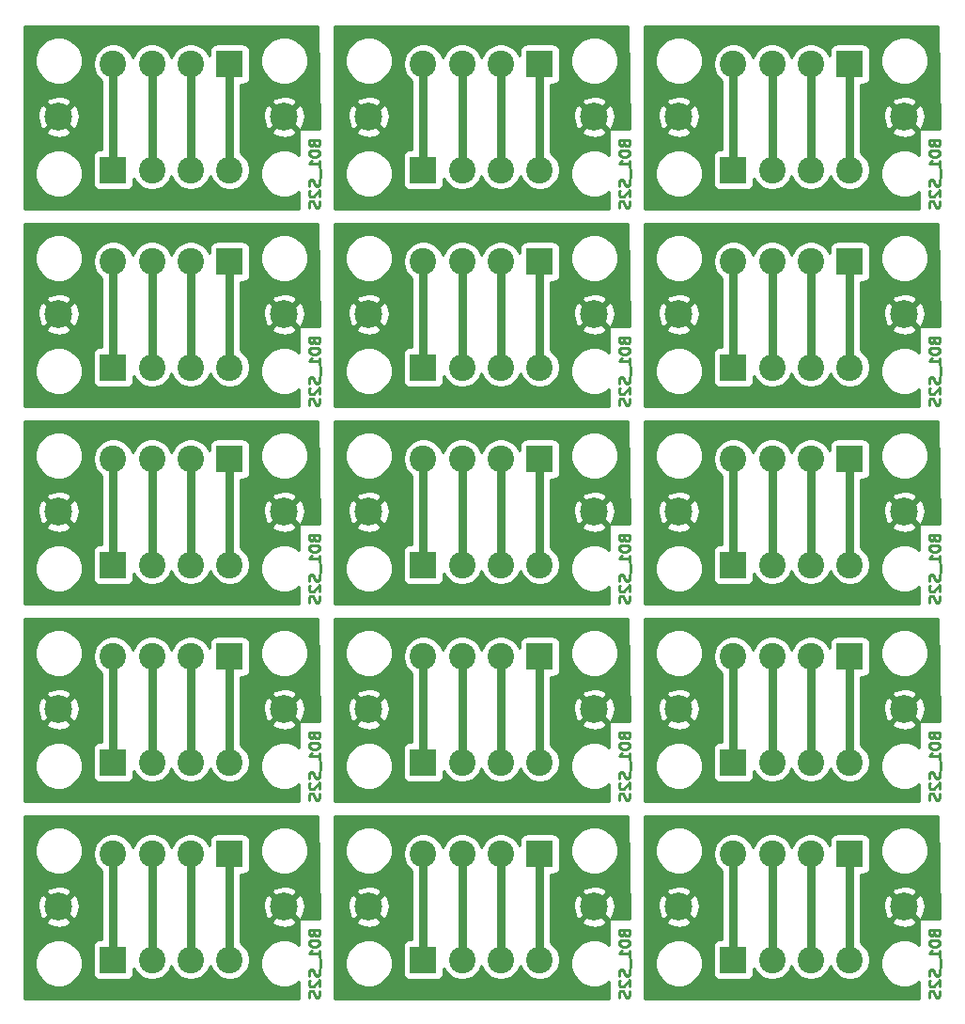
<source format=gbr>
G04 #@! TF.GenerationSoftware,KiCad,Pcbnew,5.1.5-52549c5~86~ubuntu18.04.1*
G04 #@! TF.CreationDate,2020-09-05T13:20:35-05:00*
G04 #@! TF.ProjectId,,58585858-5858-4585-9858-585858585858,rev?*
G04 #@! TF.SameCoordinates,Original*
G04 #@! TF.FileFunction,Copper,L2,Bot*
G04 #@! TF.FilePolarity,Positive*
%FSLAX46Y46*%
G04 Gerber Fmt 4.6, Leading zero omitted, Abs format (unit mm)*
G04 Created by KiCad (PCBNEW 5.1.5-52549c5~86~ubuntu18.04.1) date 2020-09-05 13:20:35*
%MOMM*%
%LPD*%
G04 APERTURE LIST*
%ADD10C,0.250000*%
%ADD11C,2.499360*%
%ADD12R,2.400000X2.400000*%
%ADD13C,2.400000*%
%ADD14C,0.750000*%
%ADD15C,0.254000*%
G04 APERTURE END LIST*
D10*
X167517771Y-132818523D02*
X167565390Y-132961380D01*
X167613009Y-133009000D01*
X167708247Y-133056619D01*
X167851104Y-133056619D01*
X167946342Y-133009000D01*
X167993961Y-132961380D01*
X168041580Y-132866142D01*
X168041580Y-132485190D01*
X167041580Y-132485190D01*
X167041580Y-132818523D01*
X167089200Y-132913761D01*
X167136819Y-132961380D01*
X167232057Y-133009000D01*
X167327295Y-133009000D01*
X167422533Y-132961380D01*
X167470152Y-132913761D01*
X167517771Y-132818523D01*
X167517771Y-132485190D01*
X167041580Y-133675666D02*
X167041580Y-133770904D01*
X167089200Y-133866142D01*
X167136819Y-133913761D01*
X167232057Y-133961380D01*
X167422533Y-134009000D01*
X167660628Y-134009000D01*
X167851104Y-133961380D01*
X167946342Y-133913761D01*
X167993961Y-133866142D01*
X168041580Y-133770904D01*
X168041580Y-133675666D01*
X167993961Y-133580428D01*
X167946342Y-133532809D01*
X167851104Y-133485190D01*
X167660628Y-133437571D01*
X167422533Y-133437571D01*
X167232057Y-133485190D01*
X167136819Y-133532809D01*
X167089200Y-133580428D01*
X167041580Y-133675666D01*
X168041580Y-134961380D02*
X168041580Y-134389952D01*
X168041580Y-134675666D02*
X167041580Y-134675666D01*
X167184438Y-134580428D01*
X167279676Y-134485190D01*
X167327295Y-134389952D01*
X168136819Y-135151857D02*
X168136819Y-135913761D01*
X167993961Y-136104238D02*
X168041580Y-136247095D01*
X168041580Y-136485190D01*
X167993961Y-136580428D01*
X167946342Y-136628047D01*
X167851104Y-136675666D01*
X167755866Y-136675666D01*
X167660628Y-136628047D01*
X167613009Y-136580428D01*
X167565390Y-136485190D01*
X167517771Y-136294714D01*
X167470152Y-136199476D01*
X167422533Y-136151857D01*
X167327295Y-136104238D01*
X167232057Y-136104238D01*
X167136819Y-136151857D01*
X167089200Y-136199476D01*
X167041580Y-136294714D01*
X167041580Y-136532809D01*
X167089200Y-136675666D01*
X167136819Y-137056619D02*
X167089200Y-137104238D01*
X167041580Y-137199476D01*
X167041580Y-137437571D01*
X167089200Y-137532809D01*
X167136819Y-137580428D01*
X167232057Y-137628047D01*
X167327295Y-137628047D01*
X167470152Y-137580428D01*
X168041580Y-137009000D01*
X168041580Y-137628047D01*
X167993961Y-138009000D02*
X168041580Y-138151857D01*
X168041580Y-138389952D01*
X167993961Y-138485190D01*
X167946342Y-138532809D01*
X167851104Y-138580428D01*
X167755866Y-138580428D01*
X167660628Y-138532809D01*
X167613009Y-138485190D01*
X167565390Y-138389952D01*
X167517771Y-138199476D01*
X167470152Y-138104238D01*
X167422533Y-138056619D01*
X167327295Y-138009000D01*
X167232057Y-138009000D01*
X167136819Y-138056619D01*
X167089200Y-138104238D01*
X167041580Y-138199476D01*
X167041580Y-138437571D01*
X167089200Y-138580428D01*
X139577771Y-132818523D02*
X139625390Y-132961380D01*
X139673009Y-133009000D01*
X139768247Y-133056619D01*
X139911104Y-133056619D01*
X140006342Y-133009000D01*
X140053961Y-132961380D01*
X140101580Y-132866142D01*
X140101580Y-132485190D01*
X139101580Y-132485190D01*
X139101580Y-132818523D01*
X139149200Y-132913761D01*
X139196819Y-132961380D01*
X139292057Y-133009000D01*
X139387295Y-133009000D01*
X139482533Y-132961380D01*
X139530152Y-132913761D01*
X139577771Y-132818523D01*
X139577771Y-132485190D01*
X139101580Y-133675666D02*
X139101580Y-133770904D01*
X139149200Y-133866142D01*
X139196819Y-133913761D01*
X139292057Y-133961380D01*
X139482533Y-134009000D01*
X139720628Y-134009000D01*
X139911104Y-133961380D01*
X140006342Y-133913761D01*
X140053961Y-133866142D01*
X140101580Y-133770904D01*
X140101580Y-133675666D01*
X140053961Y-133580428D01*
X140006342Y-133532809D01*
X139911104Y-133485190D01*
X139720628Y-133437571D01*
X139482533Y-133437571D01*
X139292057Y-133485190D01*
X139196819Y-133532809D01*
X139149200Y-133580428D01*
X139101580Y-133675666D01*
X140101580Y-134961380D02*
X140101580Y-134389952D01*
X140101580Y-134675666D02*
X139101580Y-134675666D01*
X139244438Y-134580428D01*
X139339676Y-134485190D01*
X139387295Y-134389952D01*
X140196819Y-135151857D02*
X140196819Y-135913761D01*
X140053961Y-136104238D02*
X140101580Y-136247095D01*
X140101580Y-136485190D01*
X140053961Y-136580428D01*
X140006342Y-136628047D01*
X139911104Y-136675666D01*
X139815866Y-136675666D01*
X139720628Y-136628047D01*
X139673009Y-136580428D01*
X139625390Y-136485190D01*
X139577771Y-136294714D01*
X139530152Y-136199476D01*
X139482533Y-136151857D01*
X139387295Y-136104238D01*
X139292057Y-136104238D01*
X139196819Y-136151857D01*
X139149200Y-136199476D01*
X139101580Y-136294714D01*
X139101580Y-136532809D01*
X139149200Y-136675666D01*
X139196819Y-137056619D02*
X139149200Y-137104238D01*
X139101580Y-137199476D01*
X139101580Y-137437571D01*
X139149200Y-137532809D01*
X139196819Y-137580428D01*
X139292057Y-137628047D01*
X139387295Y-137628047D01*
X139530152Y-137580428D01*
X140101580Y-137009000D01*
X140101580Y-137628047D01*
X140053961Y-138009000D02*
X140101580Y-138151857D01*
X140101580Y-138389952D01*
X140053961Y-138485190D01*
X140006342Y-138532809D01*
X139911104Y-138580428D01*
X139815866Y-138580428D01*
X139720628Y-138532809D01*
X139673009Y-138485190D01*
X139625390Y-138389952D01*
X139577771Y-138199476D01*
X139530152Y-138104238D01*
X139482533Y-138056619D01*
X139387295Y-138009000D01*
X139292057Y-138009000D01*
X139196819Y-138056619D01*
X139149200Y-138104238D01*
X139101580Y-138199476D01*
X139101580Y-138437571D01*
X139149200Y-138580428D01*
X111637771Y-132818523D02*
X111685390Y-132961380D01*
X111733009Y-133009000D01*
X111828247Y-133056619D01*
X111971104Y-133056619D01*
X112066342Y-133009000D01*
X112113961Y-132961380D01*
X112161580Y-132866142D01*
X112161580Y-132485190D01*
X111161580Y-132485190D01*
X111161580Y-132818523D01*
X111209200Y-132913761D01*
X111256819Y-132961380D01*
X111352057Y-133009000D01*
X111447295Y-133009000D01*
X111542533Y-132961380D01*
X111590152Y-132913761D01*
X111637771Y-132818523D01*
X111637771Y-132485190D01*
X111161580Y-133675666D02*
X111161580Y-133770904D01*
X111209200Y-133866142D01*
X111256819Y-133913761D01*
X111352057Y-133961380D01*
X111542533Y-134009000D01*
X111780628Y-134009000D01*
X111971104Y-133961380D01*
X112066342Y-133913761D01*
X112113961Y-133866142D01*
X112161580Y-133770904D01*
X112161580Y-133675666D01*
X112113961Y-133580428D01*
X112066342Y-133532809D01*
X111971104Y-133485190D01*
X111780628Y-133437571D01*
X111542533Y-133437571D01*
X111352057Y-133485190D01*
X111256819Y-133532809D01*
X111209200Y-133580428D01*
X111161580Y-133675666D01*
X112161580Y-134961380D02*
X112161580Y-134389952D01*
X112161580Y-134675666D02*
X111161580Y-134675666D01*
X111304438Y-134580428D01*
X111399676Y-134485190D01*
X111447295Y-134389952D01*
X112256819Y-135151857D02*
X112256819Y-135913761D01*
X112113961Y-136104238D02*
X112161580Y-136247095D01*
X112161580Y-136485190D01*
X112113961Y-136580428D01*
X112066342Y-136628047D01*
X111971104Y-136675666D01*
X111875866Y-136675666D01*
X111780628Y-136628047D01*
X111733009Y-136580428D01*
X111685390Y-136485190D01*
X111637771Y-136294714D01*
X111590152Y-136199476D01*
X111542533Y-136151857D01*
X111447295Y-136104238D01*
X111352057Y-136104238D01*
X111256819Y-136151857D01*
X111209200Y-136199476D01*
X111161580Y-136294714D01*
X111161580Y-136532809D01*
X111209200Y-136675666D01*
X111256819Y-137056619D02*
X111209200Y-137104238D01*
X111161580Y-137199476D01*
X111161580Y-137437571D01*
X111209200Y-137532809D01*
X111256819Y-137580428D01*
X111352057Y-137628047D01*
X111447295Y-137628047D01*
X111590152Y-137580428D01*
X112161580Y-137009000D01*
X112161580Y-137628047D01*
X112113961Y-138009000D02*
X112161580Y-138151857D01*
X112161580Y-138389952D01*
X112113961Y-138485190D01*
X112066342Y-138532809D01*
X111971104Y-138580428D01*
X111875866Y-138580428D01*
X111780628Y-138532809D01*
X111733009Y-138485190D01*
X111685390Y-138389952D01*
X111637771Y-138199476D01*
X111590152Y-138104238D01*
X111542533Y-138056619D01*
X111447295Y-138009000D01*
X111352057Y-138009000D01*
X111256819Y-138056619D01*
X111209200Y-138104238D01*
X111161580Y-138199476D01*
X111161580Y-138437571D01*
X111209200Y-138580428D01*
X167517771Y-115038523D02*
X167565390Y-115181380D01*
X167613009Y-115229000D01*
X167708247Y-115276619D01*
X167851104Y-115276619D01*
X167946342Y-115229000D01*
X167993961Y-115181380D01*
X168041580Y-115086142D01*
X168041580Y-114705190D01*
X167041580Y-114705190D01*
X167041580Y-115038523D01*
X167089200Y-115133761D01*
X167136819Y-115181380D01*
X167232057Y-115229000D01*
X167327295Y-115229000D01*
X167422533Y-115181380D01*
X167470152Y-115133761D01*
X167517771Y-115038523D01*
X167517771Y-114705190D01*
X167041580Y-115895666D02*
X167041580Y-115990904D01*
X167089200Y-116086142D01*
X167136819Y-116133761D01*
X167232057Y-116181380D01*
X167422533Y-116229000D01*
X167660628Y-116229000D01*
X167851104Y-116181380D01*
X167946342Y-116133761D01*
X167993961Y-116086142D01*
X168041580Y-115990904D01*
X168041580Y-115895666D01*
X167993961Y-115800428D01*
X167946342Y-115752809D01*
X167851104Y-115705190D01*
X167660628Y-115657571D01*
X167422533Y-115657571D01*
X167232057Y-115705190D01*
X167136819Y-115752809D01*
X167089200Y-115800428D01*
X167041580Y-115895666D01*
X168041580Y-117181380D02*
X168041580Y-116609952D01*
X168041580Y-116895666D02*
X167041580Y-116895666D01*
X167184438Y-116800428D01*
X167279676Y-116705190D01*
X167327295Y-116609952D01*
X168136819Y-117371857D02*
X168136819Y-118133761D01*
X167993961Y-118324238D02*
X168041580Y-118467095D01*
X168041580Y-118705190D01*
X167993961Y-118800428D01*
X167946342Y-118848047D01*
X167851104Y-118895666D01*
X167755866Y-118895666D01*
X167660628Y-118848047D01*
X167613009Y-118800428D01*
X167565390Y-118705190D01*
X167517771Y-118514714D01*
X167470152Y-118419476D01*
X167422533Y-118371857D01*
X167327295Y-118324238D01*
X167232057Y-118324238D01*
X167136819Y-118371857D01*
X167089200Y-118419476D01*
X167041580Y-118514714D01*
X167041580Y-118752809D01*
X167089200Y-118895666D01*
X167136819Y-119276619D02*
X167089200Y-119324238D01*
X167041580Y-119419476D01*
X167041580Y-119657571D01*
X167089200Y-119752809D01*
X167136819Y-119800428D01*
X167232057Y-119848047D01*
X167327295Y-119848047D01*
X167470152Y-119800428D01*
X168041580Y-119229000D01*
X168041580Y-119848047D01*
X167993961Y-120229000D02*
X168041580Y-120371857D01*
X168041580Y-120609952D01*
X167993961Y-120705190D01*
X167946342Y-120752809D01*
X167851104Y-120800428D01*
X167755866Y-120800428D01*
X167660628Y-120752809D01*
X167613009Y-120705190D01*
X167565390Y-120609952D01*
X167517771Y-120419476D01*
X167470152Y-120324238D01*
X167422533Y-120276619D01*
X167327295Y-120229000D01*
X167232057Y-120229000D01*
X167136819Y-120276619D01*
X167089200Y-120324238D01*
X167041580Y-120419476D01*
X167041580Y-120657571D01*
X167089200Y-120800428D01*
X139577771Y-115038523D02*
X139625390Y-115181380D01*
X139673009Y-115229000D01*
X139768247Y-115276619D01*
X139911104Y-115276619D01*
X140006342Y-115229000D01*
X140053961Y-115181380D01*
X140101580Y-115086142D01*
X140101580Y-114705190D01*
X139101580Y-114705190D01*
X139101580Y-115038523D01*
X139149200Y-115133761D01*
X139196819Y-115181380D01*
X139292057Y-115229000D01*
X139387295Y-115229000D01*
X139482533Y-115181380D01*
X139530152Y-115133761D01*
X139577771Y-115038523D01*
X139577771Y-114705190D01*
X139101580Y-115895666D02*
X139101580Y-115990904D01*
X139149200Y-116086142D01*
X139196819Y-116133761D01*
X139292057Y-116181380D01*
X139482533Y-116229000D01*
X139720628Y-116229000D01*
X139911104Y-116181380D01*
X140006342Y-116133761D01*
X140053961Y-116086142D01*
X140101580Y-115990904D01*
X140101580Y-115895666D01*
X140053961Y-115800428D01*
X140006342Y-115752809D01*
X139911104Y-115705190D01*
X139720628Y-115657571D01*
X139482533Y-115657571D01*
X139292057Y-115705190D01*
X139196819Y-115752809D01*
X139149200Y-115800428D01*
X139101580Y-115895666D01*
X140101580Y-117181380D02*
X140101580Y-116609952D01*
X140101580Y-116895666D02*
X139101580Y-116895666D01*
X139244438Y-116800428D01*
X139339676Y-116705190D01*
X139387295Y-116609952D01*
X140196819Y-117371857D02*
X140196819Y-118133761D01*
X140053961Y-118324238D02*
X140101580Y-118467095D01*
X140101580Y-118705190D01*
X140053961Y-118800428D01*
X140006342Y-118848047D01*
X139911104Y-118895666D01*
X139815866Y-118895666D01*
X139720628Y-118848047D01*
X139673009Y-118800428D01*
X139625390Y-118705190D01*
X139577771Y-118514714D01*
X139530152Y-118419476D01*
X139482533Y-118371857D01*
X139387295Y-118324238D01*
X139292057Y-118324238D01*
X139196819Y-118371857D01*
X139149200Y-118419476D01*
X139101580Y-118514714D01*
X139101580Y-118752809D01*
X139149200Y-118895666D01*
X139196819Y-119276619D02*
X139149200Y-119324238D01*
X139101580Y-119419476D01*
X139101580Y-119657571D01*
X139149200Y-119752809D01*
X139196819Y-119800428D01*
X139292057Y-119848047D01*
X139387295Y-119848047D01*
X139530152Y-119800428D01*
X140101580Y-119229000D01*
X140101580Y-119848047D01*
X140053961Y-120229000D02*
X140101580Y-120371857D01*
X140101580Y-120609952D01*
X140053961Y-120705190D01*
X140006342Y-120752809D01*
X139911104Y-120800428D01*
X139815866Y-120800428D01*
X139720628Y-120752809D01*
X139673009Y-120705190D01*
X139625390Y-120609952D01*
X139577771Y-120419476D01*
X139530152Y-120324238D01*
X139482533Y-120276619D01*
X139387295Y-120229000D01*
X139292057Y-120229000D01*
X139196819Y-120276619D01*
X139149200Y-120324238D01*
X139101580Y-120419476D01*
X139101580Y-120657571D01*
X139149200Y-120800428D01*
X111637771Y-115038523D02*
X111685390Y-115181380D01*
X111733009Y-115229000D01*
X111828247Y-115276619D01*
X111971104Y-115276619D01*
X112066342Y-115229000D01*
X112113961Y-115181380D01*
X112161580Y-115086142D01*
X112161580Y-114705190D01*
X111161580Y-114705190D01*
X111161580Y-115038523D01*
X111209200Y-115133761D01*
X111256819Y-115181380D01*
X111352057Y-115229000D01*
X111447295Y-115229000D01*
X111542533Y-115181380D01*
X111590152Y-115133761D01*
X111637771Y-115038523D01*
X111637771Y-114705190D01*
X111161580Y-115895666D02*
X111161580Y-115990904D01*
X111209200Y-116086142D01*
X111256819Y-116133761D01*
X111352057Y-116181380D01*
X111542533Y-116229000D01*
X111780628Y-116229000D01*
X111971104Y-116181380D01*
X112066342Y-116133761D01*
X112113961Y-116086142D01*
X112161580Y-115990904D01*
X112161580Y-115895666D01*
X112113961Y-115800428D01*
X112066342Y-115752809D01*
X111971104Y-115705190D01*
X111780628Y-115657571D01*
X111542533Y-115657571D01*
X111352057Y-115705190D01*
X111256819Y-115752809D01*
X111209200Y-115800428D01*
X111161580Y-115895666D01*
X112161580Y-117181380D02*
X112161580Y-116609952D01*
X112161580Y-116895666D02*
X111161580Y-116895666D01*
X111304438Y-116800428D01*
X111399676Y-116705190D01*
X111447295Y-116609952D01*
X112256819Y-117371857D02*
X112256819Y-118133761D01*
X112113961Y-118324238D02*
X112161580Y-118467095D01*
X112161580Y-118705190D01*
X112113961Y-118800428D01*
X112066342Y-118848047D01*
X111971104Y-118895666D01*
X111875866Y-118895666D01*
X111780628Y-118848047D01*
X111733009Y-118800428D01*
X111685390Y-118705190D01*
X111637771Y-118514714D01*
X111590152Y-118419476D01*
X111542533Y-118371857D01*
X111447295Y-118324238D01*
X111352057Y-118324238D01*
X111256819Y-118371857D01*
X111209200Y-118419476D01*
X111161580Y-118514714D01*
X111161580Y-118752809D01*
X111209200Y-118895666D01*
X111256819Y-119276619D02*
X111209200Y-119324238D01*
X111161580Y-119419476D01*
X111161580Y-119657571D01*
X111209200Y-119752809D01*
X111256819Y-119800428D01*
X111352057Y-119848047D01*
X111447295Y-119848047D01*
X111590152Y-119800428D01*
X112161580Y-119229000D01*
X112161580Y-119848047D01*
X112113961Y-120229000D02*
X112161580Y-120371857D01*
X112161580Y-120609952D01*
X112113961Y-120705190D01*
X112066342Y-120752809D01*
X111971104Y-120800428D01*
X111875866Y-120800428D01*
X111780628Y-120752809D01*
X111733009Y-120705190D01*
X111685390Y-120609952D01*
X111637771Y-120419476D01*
X111590152Y-120324238D01*
X111542533Y-120276619D01*
X111447295Y-120229000D01*
X111352057Y-120229000D01*
X111256819Y-120276619D01*
X111209200Y-120324238D01*
X111161580Y-120419476D01*
X111161580Y-120657571D01*
X111209200Y-120800428D01*
X167517771Y-97258523D02*
X167565390Y-97401380D01*
X167613009Y-97449000D01*
X167708247Y-97496619D01*
X167851104Y-97496619D01*
X167946342Y-97449000D01*
X167993961Y-97401380D01*
X168041580Y-97306142D01*
X168041580Y-96925190D01*
X167041580Y-96925190D01*
X167041580Y-97258523D01*
X167089200Y-97353761D01*
X167136819Y-97401380D01*
X167232057Y-97449000D01*
X167327295Y-97449000D01*
X167422533Y-97401380D01*
X167470152Y-97353761D01*
X167517771Y-97258523D01*
X167517771Y-96925190D01*
X167041580Y-98115666D02*
X167041580Y-98210904D01*
X167089200Y-98306142D01*
X167136819Y-98353761D01*
X167232057Y-98401380D01*
X167422533Y-98449000D01*
X167660628Y-98449000D01*
X167851104Y-98401380D01*
X167946342Y-98353761D01*
X167993961Y-98306142D01*
X168041580Y-98210904D01*
X168041580Y-98115666D01*
X167993961Y-98020428D01*
X167946342Y-97972809D01*
X167851104Y-97925190D01*
X167660628Y-97877571D01*
X167422533Y-97877571D01*
X167232057Y-97925190D01*
X167136819Y-97972809D01*
X167089200Y-98020428D01*
X167041580Y-98115666D01*
X168041580Y-99401380D02*
X168041580Y-98829952D01*
X168041580Y-99115666D02*
X167041580Y-99115666D01*
X167184438Y-99020428D01*
X167279676Y-98925190D01*
X167327295Y-98829952D01*
X168136819Y-99591857D02*
X168136819Y-100353761D01*
X167993961Y-100544238D02*
X168041580Y-100687095D01*
X168041580Y-100925190D01*
X167993961Y-101020428D01*
X167946342Y-101068047D01*
X167851104Y-101115666D01*
X167755866Y-101115666D01*
X167660628Y-101068047D01*
X167613009Y-101020428D01*
X167565390Y-100925190D01*
X167517771Y-100734714D01*
X167470152Y-100639476D01*
X167422533Y-100591857D01*
X167327295Y-100544238D01*
X167232057Y-100544238D01*
X167136819Y-100591857D01*
X167089200Y-100639476D01*
X167041580Y-100734714D01*
X167041580Y-100972809D01*
X167089200Y-101115666D01*
X167136819Y-101496619D02*
X167089200Y-101544238D01*
X167041580Y-101639476D01*
X167041580Y-101877571D01*
X167089200Y-101972809D01*
X167136819Y-102020428D01*
X167232057Y-102068047D01*
X167327295Y-102068047D01*
X167470152Y-102020428D01*
X168041580Y-101449000D01*
X168041580Y-102068047D01*
X167993961Y-102449000D02*
X168041580Y-102591857D01*
X168041580Y-102829952D01*
X167993961Y-102925190D01*
X167946342Y-102972809D01*
X167851104Y-103020428D01*
X167755866Y-103020428D01*
X167660628Y-102972809D01*
X167613009Y-102925190D01*
X167565390Y-102829952D01*
X167517771Y-102639476D01*
X167470152Y-102544238D01*
X167422533Y-102496619D01*
X167327295Y-102449000D01*
X167232057Y-102449000D01*
X167136819Y-102496619D01*
X167089200Y-102544238D01*
X167041580Y-102639476D01*
X167041580Y-102877571D01*
X167089200Y-103020428D01*
X139577771Y-97258523D02*
X139625390Y-97401380D01*
X139673009Y-97449000D01*
X139768247Y-97496619D01*
X139911104Y-97496619D01*
X140006342Y-97449000D01*
X140053961Y-97401380D01*
X140101580Y-97306142D01*
X140101580Y-96925190D01*
X139101580Y-96925190D01*
X139101580Y-97258523D01*
X139149200Y-97353761D01*
X139196819Y-97401380D01*
X139292057Y-97449000D01*
X139387295Y-97449000D01*
X139482533Y-97401380D01*
X139530152Y-97353761D01*
X139577771Y-97258523D01*
X139577771Y-96925190D01*
X139101580Y-98115666D02*
X139101580Y-98210904D01*
X139149200Y-98306142D01*
X139196819Y-98353761D01*
X139292057Y-98401380D01*
X139482533Y-98449000D01*
X139720628Y-98449000D01*
X139911104Y-98401380D01*
X140006342Y-98353761D01*
X140053961Y-98306142D01*
X140101580Y-98210904D01*
X140101580Y-98115666D01*
X140053961Y-98020428D01*
X140006342Y-97972809D01*
X139911104Y-97925190D01*
X139720628Y-97877571D01*
X139482533Y-97877571D01*
X139292057Y-97925190D01*
X139196819Y-97972809D01*
X139149200Y-98020428D01*
X139101580Y-98115666D01*
X140101580Y-99401380D02*
X140101580Y-98829952D01*
X140101580Y-99115666D02*
X139101580Y-99115666D01*
X139244438Y-99020428D01*
X139339676Y-98925190D01*
X139387295Y-98829952D01*
X140196819Y-99591857D02*
X140196819Y-100353761D01*
X140053961Y-100544238D02*
X140101580Y-100687095D01*
X140101580Y-100925190D01*
X140053961Y-101020428D01*
X140006342Y-101068047D01*
X139911104Y-101115666D01*
X139815866Y-101115666D01*
X139720628Y-101068047D01*
X139673009Y-101020428D01*
X139625390Y-100925190D01*
X139577771Y-100734714D01*
X139530152Y-100639476D01*
X139482533Y-100591857D01*
X139387295Y-100544238D01*
X139292057Y-100544238D01*
X139196819Y-100591857D01*
X139149200Y-100639476D01*
X139101580Y-100734714D01*
X139101580Y-100972809D01*
X139149200Y-101115666D01*
X139196819Y-101496619D02*
X139149200Y-101544238D01*
X139101580Y-101639476D01*
X139101580Y-101877571D01*
X139149200Y-101972809D01*
X139196819Y-102020428D01*
X139292057Y-102068047D01*
X139387295Y-102068047D01*
X139530152Y-102020428D01*
X140101580Y-101449000D01*
X140101580Y-102068047D01*
X140053961Y-102449000D02*
X140101580Y-102591857D01*
X140101580Y-102829952D01*
X140053961Y-102925190D01*
X140006342Y-102972809D01*
X139911104Y-103020428D01*
X139815866Y-103020428D01*
X139720628Y-102972809D01*
X139673009Y-102925190D01*
X139625390Y-102829952D01*
X139577771Y-102639476D01*
X139530152Y-102544238D01*
X139482533Y-102496619D01*
X139387295Y-102449000D01*
X139292057Y-102449000D01*
X139196819Y-102496619D01*
X139149200Y-102544238D01*
X139101580Y-102639476D01*
X139101580Y-102877571D01*
X139149200Y-103020428D01*
X111637771Y-97258523D02*
X111685390Y-97401380D01*
X111733009Y-97449000D01*
X111828247Y-97496619D01*
X111971104Y-97496619D01*
X112066342Y-97449000D01*
X112113961Y-97401380D01*
X112161580Y-97306142D01*
X112161580Y-96925190D01*
X111161580Y-96925190D01*
X111161580Y-97258523D01*
X111209200Y-97353761D01*
X111256819Y-97401380D01*
X111352057Y-97449000D01*
X111447295Y-97449000D01*
X111542533Y-97401380D01*
X111590152Y-97353761D01*
X111637771Y-97258523D01*
X111637771Y-96925190D01*
X111161580Y-98115666D02*
X111161580Y-98210904D01*
X111209200Y-98306142D01*
X111256819Y-98353761D01*
X111352057Y-98401380D01*
X111542533Y-98449000D01*
X111780628Y-98449000D01*
X111971104Y-98401380D01*
X112066342Y-98353761D01*
X112113961Y-98306142D01*
X112161580Y-98210904D01*
X112161580Y-98115666D01*
X112113961Y-98020428D01*
X112066342Y-97972809D01*
X111971104Y-97925190D01*
X111780628Y-97877571D01*
X111542533Y-97877571D01*
X111352057Y-97925190D01*
X111256819Y-97972809D01*
X111209200Y-98020428D01*
X111161580Y-98115666D01*
X112161580Y-99401380D02*
X112161580Y-98829952D01*
X112161580Y-99115666D02*
X111161580Y-99115666D01*
X111304438Y-99020428D01*
X111399676Y-98925190D01*
X111447295Y-98829952D01*
X112256819Y-99591857D02*
X112256819Y-100353761D01*
X112113961Y-100544238D02*
X112161580Y-100687095D01*
X112161580Y-100925190D01*
X112113961Y-101020428D01*
X112066342Y-101068047D01*
X111971104Y-101115666D01*
X111875866Y-101115666D01*
X111780628Y-101068047D01*
X111733009Y-101020428D01*
X111685390Y-100925190D01*
X111637771Y-100734714D01*
X111590152Y-100639476D01*
X111542533Y-100591857D01*
X111447295Y-100544238D01*
X111352057Y-100544238D01*
X111256819Y-100591857D01*
X111209200Y-100639476D01*
X111161580Y-100734714D01*
X111161580Y-100972809D01*
X111209200Y-101115666D01*
X111256819Y-101496619D02*
X111209200Y-101544238D01*
X111161580Y-101639476D01*
X111161580Y-101877571D01*
X111209200Y-101972809D01*
X111256819Y-102020428D01*
X111352057Y-102068047D01*
X111447295Y-102068047D01*
X111590152Y-102020428D01*
X112161580Y-101449000D01*
X112161580Y-102068047D01*
X112113961Y-102449000D02*
X112161580Y-102591857D01*
X112161580Y-102829952D01*
X112113961Y-102925190D01*
X112066342Y-102972809D01*
X111971104Y-103020428D01*
X111875866Y-103020428D01*
X111780628Y-102972809D01*
X111733009Y-102925190D01*
X111685390Y-102829952D01*
X111637771Y-102639476D01*
X111590152Y-102544238D01*
X111542533Y-102496619D01*
X111447295Y-102449000D01*
X111352057Y-102449000D01*
X111256819Y-102496619D01*
X111209200Y-102544238D01*
X111161580Y-102639476D01*
X111161580Y-102877571D01*
X111209200Y-103020428D01*
X167517771Y-79478523D02*
X167565390Y-79621380D01*
X167613009Y-79669000D01*
X167708247Y-79716619D01*
X167851104Y-79716619D01*
X167946342Y-79669000D01*
X167993961Y-79621380D01*
X168041580Y-79526142D01*
X168041580Y-79145190D01*
X167041580Y-79145190D01*
X167041580Y-79478523D01*
X167089200Y-79573761D01*
X167136819Y-79621380D01*
X167232057Y-79669000D01*
X167327295Y-79669000D01*
X167422533Y-79621380D01*
X167470152Y-79573761D01*
X167517771Y-79478523D01*
X167517771Y-79145190D01*
X167041580Y-80335666D02*
X167041580Y-80430904D01*
X167089200Y-80526142D01*
X167136819Y-80573761D01*
X167232057Y-80621380D01*
X167422533Y-80669000D01*
X167660628Y-80669000D01*
X167851104Y-80621380D01*
X167946342Y-80573761D01*
X167993961Y-80526142D01*
X168041580Y-80430904D01*
X168041580Y-80335666D01*
X167993961Y-80240428D01*
X167946342Y-80192809D01*
X167851104Y-80145190D01*
X167660628Y-80097571D01*
X167422533Y-80097571D01*
X167232057Y-80145190D01*
X167136819Y-80192809D01*
X167089200Y-80240428D01*
X167041580Y-80335666D01*
X168041580Y-81621380D02*
X168041580Y-81049952D01*
X168041580Y-81335666D02*
X167041580Y-81335666D01*
X167184438Y-81240428D01*
X167279676Y-81145190D01*
X167327295Y-81049952D01*
X168136819Y-81811857D02*
X168136819Y-82573761D01*
X167993961Y-82764238D02*
X168041580Y-82907095D01*
X168041580Y-83145190D01*
X167993961Y-83240428D01*
X167946342Y-83288047D01*
X167851104Y-83335666D01*
X167755866Y-83335666D01*
X167660628Y-83288047D01*
X167613009Y-83240428D01*
X167565390Y-83145190D01*
X167517771Y-82954714D01*
X167470152Y-82859476D01*
X167422533Y-82811857D01*
X167327295Y-82764238D01*
X167232057Y-82764238D01*
X167136819Y-82811857D01*
X167089200Y-82859476D01*
X167041580Y-82954714D01*
X167041580Y-83192809D01*
X167089200Y-83335666D01*
X167136819Y-83716619D02*
X167089200Y-83764238D01*
X167041580Y-83859476D01*
X167041580Y-84097571D01*
X167089200Y-84192809D01*
X167136819Y-84240428D01*
X167232057Y-84288047D01*
X167327295Y-84288047D01*
X167470152Y-84240428D01*
X168041580Y-83669000D01*
X168041580Y-84288047D01*
X167993961Y-84669000D02*
X168041580Y-84811857D01*
X168041580Y-85049952D01*
X167993961Y-85145190D01*
X167946342Y-85192809D01*
X167851104Y-85240428D01*
X167755866Y-85240428D01*
X167660628Y-85192809D01*
X167613009Y-85145190D01*
X167565390Y-85049952D01*
X167517771Y-84859476D01*
X167470152Y-84764238D01*
X167422533Y-84716619D01*
X167327295Y-84669000D01*
X167232057Y-84669000D01*
X167136819Y-84716619D01*
X167089200Y-84764238D01*
X167041580Y-84859476D01*
X167041580Y-85097571D01*
X167089200Y-85240428D01*
X139577771Y-79478523D02*
X139625390Y-79621380D01*
X139673009Y-79669000D01*
X139768247Y-79716619D01*
X139911104Y-79716619D01*
X140006342Y-79669000D01*
X140053961Y-79621380D01*
X140101580Y-79526142D01*
X140101580Y-79145190D01*
X139101580Y-79145190D01*
X139101580Y-79478523D01*
X139149200Y-79573761D01*
X139196819Y-79621380D01*
X139292057Y-79669000D01*
X139387295Y-79669000D01*
X139482533Y-79621380D01*
X139530152Y-79573761D01*
X139577771Y-79478523D01*
X139577771Y-79145190D01*
X139101580Y-80335666D02*
X139101580Y-80430904D01*
X139149200Y-80526142D01*
X139196819Y-80573761D01*
X139292057Y-80621380D01*
X139482533Y-80669000D01*
X139720628Y-80669000D01*
X139911104Y-80621380D01*
X140006342Y-80573761D01*
X140053961Y-80526142D01*
X140101580Y-80430904D01*
X140101580Y-80335666D01*
X140053961Y-80240428D01*
X140006342Y-80192809D01*
X139911104Y-80145190D01*
X139720628Y-80097571D01*
X139482533Y-80097571D01*
X139292057Y-80145190D01*
X139196819Y-80192809D01*
X139149200Y-80240428D01*
X139101580Y-80335666D01*
X140101580Y-81621380D02*
X140101580Y-81049952D01*
X140101580Y-81335666D02*
X139101580Y-81335666D01*
X139244438Y-81240428D01*
X139339676Y-81145190D01*
X139387295Y-81049952D01*
X140196819Y-81811857D02*
X140196819Y-82573761D01*
X140053961Y-82764238D02*
X140101580Y-82907095D01*
X140101580Y-83145190D01*
X140053961Y-83240428D01*
X140006342Y-83288047D01*
X139911104Y-83335666D01*
X139815866Y-83335666D01*
X139720628Y-83288047D01*
X139673009Y-83240428D01*
X139625390Y-83145190D01*
X139577771Y-82954714D01*
X139530152Y-82859476D01*
X139482533Y-82811857D01*
X139387295Y-82764238D01*
X139292057Y-82764238D01*
X139196819Y-82811857D01*
X139149200Y-82859476D01*
X139101580Y-82954714D01*
X139101580Y-83192809D01*
X139149200Y-83335666D01*
X139196819Y-83716619D02*
X139149200Y-83764238D01*
X139101580Y-83859476D01*
X139101580Y-84097571D01*
X139149200Y-84192809D01*
X139196819Y-84240428D01*
X139292057Y-84288047D01*
X139387295Y-84288047D01*
X139530152Y-84240428D01*
X140101580Y-83669000D01*
X140101580Y-84288047D01*
X140053961Y-84669000D02*
X140101580Y-84811857D01*
X140101580Y-85049952D01*
X140053961Y-85145190D01*
X140006342Y-85192809D01*
X139911104Y-85240428D01*
X139815866Y-85240428D01*
X139720628Y-85192809D01*
X139673009Y-85145190D01*
X139625390Y-85049952D01*
X139577771Y-84859476D01*
X139530152Y-84764238D01*
X139482533Y-84716619D01*
X139387295Y-84669000D01*
X139292057Y-84669000D01*
X139196819Y-84716619D01*
X139149200Y-84764238D01*
X139101580Y-84859476D01*
X139101580Y-85097571D01*
X139149200Y-85240428D01*
X111637771Y-79478523D02*
X111685390Y-79621380D01*
X111733009Y-79669000D01*
X111828247Y-79716619D01*
X111971104Y-79716619D01*
X112066342Y-79669000D01*
X112113961Y-79621380D01*
X112161580Y-79526142D01*
X112161580Y-79145190D01*
X111161580Y-79145190D01*
X111161580Y-79478523D01*
X111209200Y-79573761D01*
X111256819Y-79621380D01*
X111352057Y-79669000D01*
X111447295Y-79669000D01*
X111542533Y-79621380D01*
X111590152Y-79573761D01*
X111637771Y-79478523D01*
X111637771Y-79145190D01*
X111161580Y-80335666D02*
X111161580Y-80430904D01*
X111209200Y-80526142D01*
X111256819Y-80573761D01*
X111352057Y-80621380D01*
X111542533Y-80669000D01*
X111780628Y-80669000D01*
X111971104Y-80621380D01*
X112066342Y-80573761D01*
X112113961Y-80526142D01*
X112161580Y-80430904D01*
X112161580Y-80335666D01*
X112113961Y-80240428D01*
X112066342Y-80192809D01*
X111971104Y-80145190D01*
X111780628Y-80097571D01*
X111542533Y-80097571D01*
X111352057Y-80145190D01*
X111256819Y-80192809D01*
X111209200Y-80240428D01*
X111161580Y-80335666D01*
X112161580Y-81621380D02*
X112161580Y-81049952D01*
X112161580Y-81335666D02*
X111161580Y-81335666D01*
X111304438Y-81240428D01*
X111399676Y-81145190D01*
X111447295Y-81049952D01*
X112256819Y-81811857D02*
X112256819Y-82573761D01*
X112113961Y-82764238D02*
X112161580Y-82907095D01*
X112161580Y-83145190D01*
X112113961Y-83240428D01*
X112066342Y-83288047D01*
X111971104Y-83335666D01*
X111875866Y-83335666D01*
X111780628Y-83288047D01*
X111733009Y-83240428D01*
X111685390Y-83145190D01*
X111637771Y-82954714D01*
X111590152Y-82859476D01*
X111542533Y-82811857D01*
X111447295Y-82764238D01*
X111352057Y-82764238D01*
X111256819Y-82811857D01*
X111209200Y-82859476D01*
X111161580Y-82954714D01*
X111161580Y-83192809D01*
X111209200Y-83335666D01*
X111256819Y-83716619D02*
X111209200Y-83764238D01*
X111161580Y-83859476D01*
X111161580Y-84097571D01*
X111209200Y-84192809D01*
X111256819Y-84240428D01*
X111352057Y-84288047D01*
X111447295Y-84288047D01*
X111590152Y-84240428D01*
X112161580Y-83669000D01*
X112161580Y-84288047D01*
X112113961Y-84669000D02*
X112161580Y-84811857D01*
X112161580Y-85049952D01*
X112113961Y-85145190D01*
X112066342Y-85192809D01*
X111971104Y-85240428D01*
X111875866Y-85240428D01*
X111780628Y-85192809D01*
X111733009Y-85145190D01*
X111685390Y-85049952D01*
X111637771Y-84859476D01*
X111590152Y-84764238D01*
X111542533Y-84716619D01*
X111447295Y-84669000D01*
X111352057Y-84669000D01*
X111256819Y-84716619D01*
X111209200Y-84764238D01*
X111161580Y-84859476D01*
X111161580Y-85097571D01*
X111209200Y-85240428D01*
X167517771Y-61698523D02*
X167565390Y-61841380D01*
X167613009Y-61889000D01*
X167708247Y-61936619D01*
X167851104Y-61936619D01*
X167946342Y-61889000D01*
X167993961Y-61841380D01*
X168041580Y-61746142D01*
X168041580Y-61365190D01*
X167041580Y-61365190D01*
X167041580Y-61698523D01*
X167089200Y-61793761D01*
X167136819Y-61841380D01*
X167232057Y-61889000D01*
X167327295Y-61889000D01*
X167422533Y-61841380D01*
X167470152Y-61793761D01*
X167517771Y-61698523D01*
X167517771Y-61365190D01*
X167041580Y-62555666D02*
X167041580Y-62650904D01*
X167089200Y-62746142D01*
X167136819Y-62793761D01*
X167232057Y-62841380D01*
X167422533Y-62889000D01*
X167660628Y-62889000D01*
X167851104Y-62841380D01*
X167946342Y-62793761D01*
X167993961Y-62746142D01*
X168041580Y-62650904D01*
X168041580Y-62555666D01*
X167993961Y-62460428D01*
X167946342Y-62412809D01*
X167851104Y-62365190D01*
X167660628Y-62317571D01*
X167422533Y-62317571D01*
X167232057Y-62365190D01*
X167136819Y-62412809D01*
X167089200Y-62460428D01*
X167041580Y-62555666D01*
X168041580Y-63841380D02*
X168041580Y-63269952D01*
X168041580Y-63555666D02*
X167041580Y-63555666D01*
X167184438Y-63460428D01*
X167279676Y-63365190D01*
X167327295Y-63269952D01*
X168136819Y-64031857D02*
X168136819Y-64793761D01*
X167993961Y-64984238D02*
X168041580Y-65127095D01*
X168041580Y-65365190D01*
X167993961Y-65460428D01*
X167946342Y-65508047D01*
X167851104Y-65555666D01*
X167755866Y-65555666D01*
X167660628Y-65508047D01*
X167613009Y-65460428D01*
X167565390Y-65365190D01*
X167517771Y-65174714D01*
X167470152Y-65079476D01*
X167422533Y-65031857D01*
X167327295Y-64984238D01*
X167232057Y-64984238D01*
X167136819Y-65031857D01*
X167089200Y-65079476D01*
X167041580Y-65174714D01*
X167041580Y-65412809D01*
X167089200Y-65555666D01*
X167136819Y-65936619D02*
X167089200Y-65984238D01*
X167041580Y-66079476D01*
X167041580Y-66317571D01*
X167089200Y-66412809D01*
X167136819Y-66460428D01*
X167232057Y-66508047D01*
X167327295Y-66508047D01*
X167470152Y-66460428D01*
X168041580Y-65889000D01*
X168041580Y-66508047D01*
X167993961Y-66889000D02*
X168041580Y-67031857D01*
X168041580Y-67269952D01*
X167993961Y-67365190D01*
X167946342Y-67412809D01*
X167851104Y-67460428D01*
X167755866Y-67460428D01*
X167660628Y-67412809D01*
X167613009Y-67365190D01*
X167565390Y-67269952D01*
X167517771Y-67079476D01*
X167470152Y-66984238D01*
X167422533Y-66936619D01*
X167327295Y-66889000D01*
X167232057Y-66889000D01*
X167136819Y-66936619D01*
X167089200Y-66984238D01*
X167041580Y-67079476D01*
X167041580Y-67317571D01*
X167089200Y-67460428D01*
X139577771Y-61698523D02*
X139625390Y-61841380D01*
X139673009Y-61889000D01*
X139768247Y-61936619D01*
X139911104Y-61936619D01*
X140006342Y-61889000D01*
X140053961Y-61841380D01*
X140101580Y-61746142D01*
X140101580Y-61365190D01*
X139101580Y-61365190D01*
X139101580Y-61698523D01*
X139149200Y-61793761D01*
X139196819Y-61841380D01*
X139292057Y-61889000D01*
X139387295Y-61889000D01*
X139482533Y-61841380D01*
X139530152Y-61793761D01*
X139577771Y-61698523D01*
X139577771Y-61365190D01*
X139101580Y-62555666D02*
X139101580Y-62650904D01*
X139149200Y-62746142D01*
X139196819Y-62793761D01*
X139292057Y-62841380D01*
X139482533Y-62889000D01*
X139720628Y-62889000D01*
X139911104Y-62841380D01*
X140006342Y-62793761D01*
X140053961Y-62746142D01*
X140101580Y-62650904D01*
X140101580Y-62555666D01*
X140053961Y-62460428D01*
X140006342Y-62412809D01*
X139911104Y-62365190D01*
X139720628Y-62317571D01*
X139482533Y-62317571D01*
X139292057Y-62365190D01*
X139196819Y-62412809D01*
X139149200Y-62460428D01*
X139101580Y-62555666D01*
X140101580Y-63841380D02*
X140101580Y-63269952D01*
X140101580Y-63555666D02*
X139101580Y-63555666D01*
X139244438Y-63460428D01*
X139339676Y-63365190D01*
X139387295Y-63269952D01*
X140196819Y-64031857D02*
X140196819Y-64793761D01*
X140053961Y-64984238D02*
X140101580Y-65127095D01*
X140101580Y-65365190D01*
X140053961Y-65460428D01*
X140006342Y-65508047D01*
X139911104Y-65555666D01*
X139815866Y-65555666D01*
X139720628Y-65508047D01*
X139673009Y-65460428D01*
X139625390Y-65365190D01*
X139577771Y-65174714D01*
X139530152Y-65079476D01*
X139482533Y-65031857D01*
X139387295Y-64984238D01*
X139292057Y-64984238D01*
X139196819Y-65031857D01*
X139149200Y-65079476D01*
X139101580Y-65174714D01*
X139101580Y-65412809D01*
X139149200Y-65555666D01*
X139196819Y-65936619D02*
X139149200Y-65984238D01*
X139101580Y-66079476D01*
X139101580Y-66317571D01*
X139149200Y-66412809D01*
X139196819Y-66460428D01*
X139292057Y-66508047D01*
X139387295Y-66508047D01*
X139530152Y-66460428D01*
X140101580Y-65889000D01*
X140101580Y-66508047D01*
X140053961Y-66889000D02*
X140101580Y-67031857D01*
X140101580Y-67269952D01*
X140053961Y-67365190D01*
X140006342Y-67412809D01*
X139911104Y-67460428D01*
X139815866Y-67460428D01*
X139720628Y-67412809D01*
X139673009Y-67365190D01*
X139625390Y-67269952D01*
X139577771Y-67079476D01*
X139530152Y-66984238D01*
X139482533Y-66936619D01*
X139387295Y-66889000D01*
X139292057Y-66889000D01*
X139196819Y-66936619D01*
X139149200Y-66984238D01*
X139101580Y-67079476D01*
X139101580Y-67317571D01*
X139149200Y-67460428D01*
X111637771Y-61698523D02*
X111685390Y-61841380D01*
X111733009Y-61889000D01*
X111828247Y-61936619D01*
X111971104Y-61936619D01*
X112066342Y-61889000D01*
X112113961Y-61841380D01*
X112161580Y-61746142D01*
X112161580Y-61365190D01*
X111161580Y-61365190D01*
X111161580Y-61698523D01*
X111209200Y-61793761D01*
X111256819Y-61841380D01*
X111352057Y-61889000D01*
X111447295Y-61889000D01*
X111542533Y-61841380D01*
X111590152Y-61793761D01*
X111637771Y-61698523D01*
X111637771Y-61365190D01*
X111161580Y-62555666D02*
X111161580Y-62650904D01*
X111209200Y-62746142D01*
X111256819Y-62793761D01*
X111352057Y-62841380D01*
X111542533Y-62889000D01*
X111780628Y-62889000D01*
X111971104Y-62841380D01*
X112066342Y-62793761D01*
X112113961Y-62746142D01*
X112161580Y-62650904D01*
X112161580Y-62555666D01*
X112113961Y-62460428D01*
X112066342Y-62412809D01*
X111971104Y-62365190D01*
X111780628Y-62317571D01*
X111542533Y-62317571D01*
X111352057Y-62365190D01*
X111256819Y-62412809D01*
X111209200Y-62460428D01*
X111161580Y-62555666D01*
X112161580Y-63841380D02*
X112161580Y-63269952D01*
X112161580Y-63555666D02*
X111161580Y-63555666D01*
X111304438Y-63460428D01*
X111399676Y-63365190D01*
X111447295Y-63269952D01*
X112256819Y-64031857D02*
X112256819Y-64793761D01*
X112113961Y-64984238D02*
X112161580Y-65127095D01*
X112161580Y-65365190D01*
X112113961Y-65460428D01*
X112066342Y-65508047D01*
X111971104Y-65555666D01*
X111875866Y-65555666D01*
X111780628Y-65508047D01*
X111733009Y-65460428D01*
X111685390Y-65365190D01*
X111637771Y-65174714D01*
X111590152Y-65079476D01*
X111542533Y-65031857D01*
X111447295Y-64984238D01*
X111352057Y-64984238D01*
X111256819Y-65031857D01*
X111209200Y-65079476D01*
X111161580Y-65174714D01*
X111161580Y-65412809D01*
X111209200Y-65555666D01*
X111256819Y-65936619D02*
X111209200Y-65984238D01*
X111161580Y-66079476D01*
X111161580Y-66317571D01*
X111209200Y-66412809D01*
X111256819Y-66460428D01*
X111352057Y-66508047D01*
X111447295Y-66508047D01*
X111590152Y-66460428D01*
X112161580Y-65889000D01*
X112161580Y-66508047D01*
X112113961Y-66889000D02*
X112161580Y-67031857D01*
X112161580Y-67269952D01*
X112113961Y-67365190D01*
X112066342Y-67412809D01*
X111971104Y-67460428D01*
X111875866Y-67460428D01*
X111780628Y-67412809D01*
X111733009Y-67365190D01*
X111685390Y-67269952D01*
X111637771Y-67079476D01*
X111590152Y-66984238D01*
X111542533Y-66936619D01*
X111447295Y-66889000D01*
X111352057Y-66889000D01*
X111256819Y-66936619D01*
X111209200Y-66984238D01*
X111161580Y-67079476D01*
X111161580Y-67317571D01*
X111209200Y-67460428D01*
D11*
X144510800Y-130439200D03*
X116570800Y-130439200D03*
X88630800Y-130439200D03*
X144510800Y-112659200D03*
X116570800Y-112659200D03*
X88630800Y-112659200D03*
X144510800Y-94879200D03*
X116570800Y-94879200D03*
X88630800Y-94879200D03*
X144510800Y-77099200D03*
X116570800Y-77099200D03*
X88630800Y-77099200D03*
X144510800Y-59319200D03*
X116570800Y-59319200D03*
X164830800Y-130439200D03*
X136890800Y-130439200D03*
X108950800Y-130439200D03*
X164830800Y-112659200D03*
X136890800Y-112659200D03*
X108950800Y-112659200D03*
X164830800Y-94879200D03*
X136890800Y-94879200D03*
X108950800Y-94879200D03*
X164830800Y-77099200D03*
X136890800Y-77099200D03*
X108950800Y-77099200D03*
X164830800Y-59319200D03*
X136890800Y-59319200D03*
D12*
X149420800Y-135199200D03*
D13*
X152920800Y-135199200D03*
X156420800Y-135199200D03*
X159920800Y-135199200D03*
D12*
X121480800Y-135199200D03*
D13*
X124980800Y-135199200D03*
X128480800Y-135199200D03*
X131980800Y-135199200D03*
D12*
X93540800Y-135199200D03*
D13*
X97040800Y-135199200D03*
X100540800Y-135199200D03*
X104040800Y-135199200D03*
D12*
X149420800Y-117419200D03*
D13*
X152920800Y-117419200D03*
X156420800Y-117419200D03*
X159920800Y-117419200D03*
D12*
X121480800Y-117419200D03*
D13*
X124980800Y-117419200D03*
X128480800Y-117419200D03*
X131980800Y-117419200D03*
D12*
X93540800Y-117419200D03*
D13*
X97040800Y-117419200D03*
X100540800Y-117419200D03*
X104040800Y-117419200D03*
D12*
X149420800Y-99639200D03*
D13*
X152920800Y-99639200D03*
X156420800Y-99639200D03*
X159920800Y-99639200D03*
D12*
X121480800Y-99639200D03*
D13*
X124980800Y-99639200D03*
X128480800Y-99639200D03*
X131980800Y-99639200D03*
D12*
X93540800Y-99639200D03*
D13*
X97040800Y-99639200D03*
X100540800Y-99639200D03*
X104040800Y-99639200D03*
D12*
X149420800Y-81859200D03*
D13*
X152920800Y-81859200D03*
X156420800Y-81859200D03*
X159920800Y-81859200D03*
D12*
X121480800Y-81859200D03*
D13*
X124980800Y-81859200D03*
X128480800Y-81859200D03*
X131980800Y-81859200D03*
D12*
X93540800Y-81859200D03*
D13*
X97040800Y-81859200D03*
X100540800Y-81859200D03*
X104040800Y-81859200D03*
D12*
X149420800Y-64079200D03*
D13*
X152920800Y-64079200D03*
X156420800Y-64079200D03*
X159920800Y-64079200D03*
D12*
X121480800Y-64079200D03*
D13*
X124980800Y-64079200D03*
X128480800Y-64079200D03*
X131980800Y-64079200D03*
D12*
X159920800Y-125679200D03*
D13*
X156420800Y-125679200D03*
X152920800Y-125679200D03*
X149420800Y-125679200D03*
D12*
X131980800Y-125679200D03*
D13*
X128480800Y-125679200D03*
X124980800Y-125679200D03*
X121480800Y-125679200D03*
D12*
X104040800Y-125679200D03*
D13*
X100540800Y-125679200D03*
X97040800Y-125679200D03*
X93540800Y-125679200D03*
D12*
X159920800Y-107899200D03*
D13*
X156420800Y-107899200D03*
X152920800Y-107899200D03*
X149420800Y-107899200D03*
D12*
X131980800Y-107899200D03*
D13*
X128480800Y-107899200D03*
X124980800Y-107899200D03*
X121480800Y-107899200D03*
D12*
X104040800Y-107899200D03*
D13*
X100540800Y-107899200D03*
X97040800Y-107899200D03*
X93540800Y-107899200D03*
D12*
X159920800Y-90119200D03*
D13*
X156420800Y-90119200D03*
X152920800Y-90119200D03*
X149420800Y-90119200D03*
D12*
X131980800Y-90119200D03*
D13*
X128480800Y-90119200D03*
X124980800Y-90119200D03*
X121480800Y-90119200D03*
D12*
X104040800Y-90119200D03*
D13*
X100540800Y-90119200D03*
X97040800Y-90119200D03*
X93540800Y-90119200D03*
D12*
X159920800Y-72339200D03*
D13*
X156420800Y-72339200D03*
X152920800Y-72339200D03*
X149420800Y-72339200D03*
D12*
X131980800Y-72339200D03*
D13*
X128480800Y-72339200D03*
X124980800Y-72339200D03*
X121480800Y-72339200D03*
D12*
X104040800Y-72339200D03*
D13*
X100540800Y-72339200D03*
X97040800Y-72339200D03*
X93540800Y-72339200D03*
D12*
X159920800Y-54559200D03*
D13*
X156420800Y-54559200D03*
X152920800Y-54559200D03*
X149420800Y-54559200D03*
D12*
X131980800Y-54559200D03*
D13*
X128480800Y-54559200D03*
X124980800Y-54559200D03*
X121480800Y-54559200D03*
X93540800Y-54559200D03*
X97040800Y-54559200D03*
X100540800Y-54559200D03*
D12*
X104040800Y-54559200D03*
D13*
X104040800Y-64079200D03*
X100540800Y-64079200D03*
X97040800Y-64079200D03*
D12*
X93540800Y-64079200D03*
D11*
X108950800Y-59319200D03*
X88630800Y-59319200D03*
D14*
X104040800Y-56509200D02*
X104040800Y-64079200D01*
X104040800Y-54559200D02*
X104040800Y-56509200D01*
X131980800Y-56509200D02*
X131980800Y-64079200D01*
X159920800Y-56509200D02*
X159920800Y-64079200D01*
X104040800Y-74289200D02*
X104040800Y-81859200D01*
X131980800Y-74289200D02*
X131980800Y-81859200D01*
X159920800Y-74289200D02*
X159920800Y-81859200D01*
X104040800Y-92069200D02*
X104040800Y-99639200D01*
X131980800Y-92069200D02*
X131980800Y-99639200D01*
X159920800Y-92069200D02*
X159920800Y-99639200D01*
X104040800Y-109849200D02*
X104040800Y-117419200D01*
X131980800Y-109849200D02*
X131980800Y-117419200D01*
X159920800Y-109849200D02*
X159920800Y-117419200D01*
X104040800Y-127629200D02*
X104040800Y-135199200D01*
X131980800Y-127629200D02*
X131980800Y-135199200D01*
X159920800Y-127629200D02*
X159920800Y-135199200D01*
X131980800Y-54559200D02*
X131980800Y-56509200D01*
X159920800Y-54559200D02*
X159920800Y-56509200D01*
X104040800Y-72339200D02*
X104040800Y-74289200D01*
X131980800Y-72339200D02*
X131980800Y-74289200D01*
X159920800Y-72339200D02*
X159920800Y-74289200D01*
X104040800Y-90119200D02*
X104040800Y-92069200D01*
X131980800Y-90119200D02*
X131980800Y-92069200D01*
X159920800Y-90119200D02*
X159920800Y-92069200D01*
X104040800Y-107899200D02*
X104040800Y-109849200D01*
X131980800Y-107899200D02*
X131980800Y-109849200D01*
X159920800Y-107899200D02*
X159920800Y-109849200D01*
X104040800Y-125679200D02*
X104040800Y-127629200D01*
X131980800Y-125679200D02*
X131980800Y-127629200D01*
X159920800Y-125679200D02*
X159920800Y-127629200D01*
X100540800Y-56256256D02*
X100540800Y-64079200D01*
X100540800Y-54559200D02*
X100540800Y-56256256D01*
X128480800Y-56256256D02*
X128480800Y-64079200D01*
X156420800Y-56256256D02*
X156420800Y-64079200D01*
X100540800Y-74036256D02*
X100540800Y-81859200D01*
X128480800Y-74036256D02*
X128480800Y-81859200D01*
X156420800Y-74036256D02*
X156420800Y-81859200D01*
X100540800Y-91816256D02*
X100540800Y-99639200D01*
X128480800Y-91816256D02*
X128480800Y-99639200D01*
X156420800Y-91816256D02*
X156420800Y-99639200D01*
X100540800Y-109596256D02*
X100540800Y-117419200D01*
X128480800Y-109596256D02*
X128480800Y-117419200D01*
X156420800Y-109596256D02*
X156420800Y-117419200D01*
X100540800Y-127376256D02*
X100540800Y-135199200D01*
X128480800Y-127376256D02*
X128480800Y-135199200D01*
X156420800Y-127376256D02*
X156420800Y-135199200D01*
X128480800Y-54559200D02*
X128480800Y-56256256D01*
X156420800Y-54559200D02*
X156420800Y-56256256D01*
X100540800Y-72339200D02*
X100540800Y-74036256D01*
X128480800Y-72339200D02*
X128480800Y-74036256D01*
X156420800Y-72339200D02*
X156420800Y-74036256D01*
X100540800Y-90119200D02*
X100540800Y-91816256D01*
X128480800Y-90119200D02*
X128480800Y-91816256D01*
X156420800Y-90119200D02*
X156420800Y-91816256D01*
X100540800Y-107899200D02*
X100540800Y-109596256D01*
X128480800Y-107899200D02*
X128480800Y-109596256D01*
X156420800Y-107899200D02*
X156420800Y-109596256D01*
X100540800Y-125679200D02*
X100540800Y-127376256D01*
X128480800Y-125679200D02*
X128480800Y-127376256D01*
X156420800Y-125679200D02*
X156420800Y-127376256D01*
X97040800Y-56256256D02*
X97040800Y-64079200D01*
X97040800Y-54559200D02*
X97040800Y-56256256D01*
X124980800Y-54559200D02*
X124980800Y-56256256D01*
X152920800Y-54559200D02*
X152920800Y-56256256D01*
X97040800Y-72339200D02*
X97040800Y-74036256D01*
X124980800Y-72339200D02*
X124980800Y-74036256D01*
X152920800Y-72339200D02*
X152920800Y-74036256D01*
X97040800Y-90119200D02*
X97040800Y-91816256D01*
X124980800Y-90119200D02*
X124980800Y-91816256D01*
X152920800Y-90119200D02*
X152920800Y-91816256D01*
X97040800Y-107899200D02*
X97040800Y-109596256D01*
X124980800Y-107899200D02*
X124980800Y-109596256D01*
X152920800Y-107899200D02*
X152920800Y-109596256D01*
X97040800Y-125679200D02*
X97040800Y-127376256D01*
X124980800Y-125679200D02*
X124980800Y-127376256D01*
X152920800Y-125679200D02*
X152920800Y-127376256D01*
X124980800Y-56256256D02*
X124980800Y-64079200D01*
X152920800Y-56256256D02*
X152920800Y-64079200D01*
X97040800Y-74036256D02*
X97040800Y-81859200D01*
X124980800Y-74036256D02*
X124980800Y-81859200D01*
X152920800Y-74036256D02*
X152920800Y-81859200D01*
X97040800Y-91816256D02*
X97040800Y-99639200D01*
X124980800Y-91816256D02*
X124980800Y-99639200D01*
X152920800Y-91816256D02*
X152920800Y-99639200D01*
X97040800Y-109596256D02*
X97040800Y-117419200D01*
X124980800Y-109596256D02*
X124980800Y-117419200D01*
X152920800Y-109596256D02*
X152920800Y-117419200D01*
X97040800Y-127376256D02*
X97040800Y-135199200D01*
X124980800Y-127376256D02*
X124980800Y-135199200D01*
X152920800Y-127376256D02*
X152920800Y-135199200D01*
X93540800Y-56256256D02*
X93540800Y-64079200D01*
X93540800Y-54559200D02*
X93540800Y-56256256D01*
X121480800Y-56256256D02*
X121480800Y-64079200D01*
X149420800Y-56256256D02*
X149420800Y-64079200D01*
X93540800Y-74036256D02*
X93540800Y-81859200D01*
X121480800Y-74036256D02*
X121480800Y-81859200D01*
X149420800Y-74036256D02*
X149420800Y-81859200D01*
X93540800Y-91816256D02*
X93540800Y-99639200D01*
X121480800Y-91816256D02*
X121480800Y-99639200D01*
X149420800Y-91816256D02*
X149420800Y-99639200D01*
X93540800Y-109596256D02*
X93540800Y-117419200D01*
X121480800Y-109596256D02*
X121480800Y-117419200D01*
X149420800Y-109596256D02*
X149420800Y-117419200D01*
X93540800Y-127376256D02*
X93540800Y-135199200D01*
X121480800Y-127376256D02*
X121480800Y-135199200D01*
X149420800Y-127376256D02*
X149420800Y-135199200D01*
X121480800Y-54559200D02*
X121480800Y-56256256D01*
X149420800Y-54559200D02*
X149420800Y-56256256D01*
X93540800Y-72339200D02*
X93540800Y-74036256D01*
X121480800Y-72339200D02*
X121480800Y-74036256D01*
X149420800Y-72339200D02*
X149420800Y-74036256D01*
X93540800Y-90119200D02*
X93540800Y-91816256D01*
X121480800Y-90119200D02*
X121480800Y-91816256D01*
X149420800Y-90119200D02*
X149420800Y-91816256D01*
X93540800Y-107899200D02*
X93540800Y-109596256D01*
X121480800Y-107899200D02*
X121480800Y-109596256D01*
X149420800Y-107899200D02*
X149420800Y-109596256D01*
X93540800Y-125679200D02*
X93540800Y-127376256D01*
X121480800Y-125679200D02*
X121480800Y-127376256D01*
X149420800Y-125679200D02*
X149420800Y-127376256D01*
D15*
G36*
X112100801Y-60274611D02*
G01*
X112100801Y-60367095D01*
X110461982Y-60367095D01*
X110554115Y-60327096D01*
X110719939Y-59994938D01*
X110817775Y-59636813D01*
X110843865Y-59266481D01*
X110797205Y-58898175D01*
X110679589Y-58546049D01*
X110554115Y-58311304D01*
X110264177Y-58185429D01*
X109130405Y-59319200D01*
X110264177Y-60452971D01*
X110291700Y-60441022D01*
X110291700Y-62727418D01*
X109962102Y-62507188D01*
X109573556Y-62346247D01*
X109161079Y-62264200D01*
X108740521Y-62264200D01*
X108328044Y-62346247D01*
X107939498Y-62507188D01*
X107589817Y-62740837D01*
X107292437Y-63038217D01*
X107058788Y-63387898D01*
X106897847Y-63776444D01*
X106815800Y-64188921D01*
X106815800Y-64609479D01*
X106897847Y-65021956D01*
X107058788Y-65410502D01*
X107292437Y-65760183D01*
X107589817Y-66057563D01*
X107939498Y-66291212D01*
X108328044Y-66452153D01*
X108740521Y-66534200D01*
X109161079Y-66534200D01*
X109573556Y-66452153D01*
X109962102Y-66291212D01*
X110291700Y-66070982D01*
X110291700Y-67549200D01*
X85547200Y-67549200D01*
X85547200Y-64188921D01*
X86495800Y-64188921D01*
X86495800Y-64609479D01*
X86577847Y-65021956D01*
X86738788Y-65410502D01*
X86972437Y-65760183D01*
X87269817Y-66057563D01*
X87619498Y-66291212D01*
X88008044Y-66452153D01*
X88420521Y-66534200D01*
X88841079Y-66534200D01*
X89253556Y-66452153D01*
X89642102Y-66291212D01*
X89991783Y-66057563D01*
X90289163Y-65760183D01*
X90522812Y-65410502D01*
X90683753Y-65021956D01*
X90765800Y-64609479D01*
X90765800Y-64188921D01*
X90683753Y-63776444D01*
X90522812Y-63387898D01*
X90289163Y-63038217D01*
X90130146Y-62879200D01*
X91702728Y-62879200D01*
X91702728Y-65279200D01*
X91714988Y-65403682D01*
X91751298Y-65523380D01*
X91810263Y-65633694D01*
X91889615Y-65730385D01*
X91986306Y-65809737D01*
X92096620Y-65868702D01*
X92216318Y-65905012D01*
X92340800Y-65917272D01*
X94740800Y-65917272D01*
X94865282Y-65905012D01*
X94984980Y-65868702D01*
X95095294Y-65809737D01*
X95191985Y-65730385D01*
X95271337Y-65633694D01*
X95330302Y-65523380D01*
X95366612Y-65403682D01*
X95378872Y-65279200D01*
X95378872Y-64862038D01*
X95414644Y-64948399D01*
X95615462Y-65248944D01*
X95871056Y-65504538D01*
X96171601Y-65705356D01*
X96505550Y-65843682D01*
X96860068Y-65914200D01*
X97221532Y-65914200D01*
X97576050Y-65843682D01*
X97909999Y-65705356D01*
X98210544Y-65504538D01*
X98466138Y-65248944D01*
X98666956Y-64948399D01*
X98790800Y-64649413D01*
X98914644Y-64948399D01*
X99115462Y-65248944D01*
X99371056Y-65504538D01*
X99671601Y-65705356D01*
X100005550Y-65843682D01*
X100360068Y-65914200D01*
X100721532Y-65914200D01*
X101076050Y-65843682D01*
X101409999Y-65705356D01*
X101710544Y-65504538D01*
X101966138Y-65248944D01*
X102166956Y-64948399D01*
X102290800Y-64649413D01*
X102414644Y-64948399D01*
X102615462Y-65248944D01*
X102871056Y-65504538D01*
X103171601Y-65705356D01*
X103505550Y-65843682D01*
X103860068Y-65914200D01*
X104221532Y-65914200D01*
X104576050Y-65843682D01*
X104909999Y-65705356D01*
X105210544Y-65504538D01*
X105466138Y-65248944D01*
X105666956Y-64948399D01*
X105805282Y-64614450D01*
X105875800Y-64259932D01*
X105875800Y-63898468D01*
X105805282Y-63543950D01*
X105666956Y-63210001D01*
X105466138Y-62909456D01*
X105210544Y-62653862D01*
X105050800Y-62547124D01*
X105050800Y-60632577D01*
X107817029Y-60632577D01*
X107942904Y-60922515D01*
X108275062Y-61088339D01*
X108633187Y-61186175D01*
X109003519Y-61212265D01*
X109371825Y-61165605D01*
X109723951Y-61047989D01*
X109958696Y-60922515D01*
X110084571Y-60632577D01*
X108950800Y-59498805D01*
X107817029Y-60632577D01*
X105050800Y-60632577D01*
X105050800Y-59371919D01*
X107057735Y-59371919D01*
X107104395Y-59740225D01*
X107222011Y-60092351D01*
X107347485Y-60327096D01*
X107637423Y-60452971D01*
X108771195Y-59319200D01*
X107637423Y-58185429D01*
X107347485Y-58311304D01*
X107181661Y-58643462D01*
X107083825Y-59001587D01*
X107057735Y-59371919D01*
X105050800Y-59371919D01*
X105050800Y-58005823D01*
X107817029Y-58005823D01*
X108950800Y-59139595D01*
X110084571Y-58005823D01*
X109958696Y-57715885D01*
X109626538Y-57550061D01*
X109268413Y-57452225D01*
X108898081Y-57426135D01*
X108529775Y-57472795D01*
X108177649Y-57590411D01*
X107942904Y-57715885D01*
X107817029Y-58005823D01*
X105050800Y-58005823D01*
X105050800Y-56397272D01*
X105240800Y-56397272D01*
X105365282Y-56385012D01*
X105484980Y-56348702D01*
X105595294Y-56289737D01*
X105691985Y-56210385D01*
X105771337Y-56113694D01*
X105830302Y-56003380D01*
X105866612Y-55883682D01*
X105878872Y-55759200D01*
X105878872Y-54028921D01*
X106815800Y-54028921D01*
X106815800Y-54449479D01*
X106897847Y-54861956D01*
X107058788Y-55250502D01*
X107292437Y-55600183D01*
X107589817Y-55897563D01*
X107939498Y-56131212D01*
X108328044Y-56292153D01*
X108740521Y-56374200D01*
X109161079Y-56374200D01*
X109573556Y-56292153D01*
X109962102Y-56131212D01*
X110311783Y-55897563D01*
X110609163Y-55600183D01*
X110842812Y-55250502D01*
X111003753Y-54861956D01*
X111085800Y-54449479D01*
X111085800Y-54028921D01*
X111003753Y-53616444D01*
X110842812Y-53227898D01*
X110609163Y-52878217D01*
X110311783Y-52580837D01*
X109962102Y-52347188D01*
X109573556Y-52186247D01*
X109161079Y-52104200D01*
X108740521Y-52104200D01*
X108328044Y-52186247D01*
X107939498Y-52347188D01*
X107589817Y-52580837D01*
X107292437Y-52878217D01*
X107058788Y-53227898D01*
X106897847Y-53616444D01*
X106815800Y-54028921D01*
X105878872Y-54028921D01*
X105878872Y-53359200D01*
X105866612Y-53234718D01*
X105830302Y-53115020D01*
X105771337Y-53004706D01*
X105691985Y-52908015D01*
X105595294Y-52828663D01*
X105484980Y-52769698D01*
X105365282Y-52733388D01*
X105240800Y-52721128D01*
X102840800Y-52721128D01*
X102716318Y-52733388D01*
X102596620Y-52769698D01*
X102486306Y-52828663D01*
X102389615Y-52908015D01*
X102310263Y-53004706D01*
X102251298Y-53115020D01*
X102214988Y-53234718D01*
X102202728Y-53359200D01*
X102202728Y-53776362D01*
X102166956Y-53690001D01*
X101966138Y-53389456D01*
X101710544Y-53133862D01*
X101409999Y-52933044D01*
X101076050Y-52794718D01*
X100721532Y-52724200D01*
X100360068Y-52724200D01*
X100005550Y-52794718D01*
X99671601Y-52933044D01*
X99371056Y-53133862D01*
X99115462Y-53389456D01*
X98914644Y-53690001D01*
X98790800Y-53988987D01*
X98666956Y-53690001D01*
X98466138Y-53389456D01*
X98210544Y-53133862D01*
X97909999Y-52933044D01*
X97576050Y-52794718D01*
X97221532Y-52724200D01*
X96860068Y-52724200D01*
X96505550Y-52794718D01*
X96171601Y-52933044D01*
X95871056Y-53133862D01*
X95615462Y-53389456D01*
X95414644Y-53690001D01*
X95290800Y-53988987D01*
X95166956Y-53690001D01*
X94966138Y-53389456D01*
X94710544Y-53133862D01*
X94409999Y-52933044D01*
X94076050Y-52794718D01*
X93721532Y-52724200D01*
X93360068Y-52724200D01*
X93005550Y-52794718D01*
X92671601Y-52933044D01*
X92371056Y-53133862D01*
X92115462Y-53389456D01*
X91914644Y-53690001D01*
X91776318Y-54023950D01*
X91705800Y-54378468D01*
X91705800Y-54739932D01*
X91776318Y-55094450D01*
X91914644Y-55428399D01*
X92115462Y-55728944D01*
X92371056Y-55984538D01*
X92530801Y-56091276D01*
X92530801Y-56206639D01*
X92530800Y-56206649D01*
X92530801Y-62241128D01*
X92340800Y-62241128D01*
X92216318Y-62253388D01*
X92096620Y-62289698D01*
X91986306Y-62348663D01*
X91889615Y-62428015D01*
X91810263Y-62524706D01*
X91751298Y-62635020D01*
X91714988Y-62754718D01*
X91702728Y-62879200D01*
X90130146Y-62879200D01*
X89991783Y-62740837D01*
X89642102Y-62507188D01*
X89253556Y-62346247D01*
X88841079Y-62264200D01*
X88420521Y-62264200D01*
X88008044Y-62346247D01*
X87619498Y-62507188D01*
X87269817Y-62740837D01*
X86972437Y-63038217D01*
X86738788Y-63387898D01*
X86577847Y-63776444D01*
X86495800Y-64188921D01*
X85547200Y-64188921D01*
X85547200Y-60632577D01*
X87497029Y-60632577D01*
X87622904Y-60922515D01*
X87955062Y-61088339D01*
X88313187Y-61186175D01*
X88683519Y-61212265D01*
X89051825Y-61165605D01*
X89403951Y-61047989D01*
X89638696Y-60922515D01*
X89764571Y-60632577D01*
X88630800Y-59498805D01*
X87497029Y-60632577D01*
X85547200Y-60632577D01*
X85547200Y-59371919D01*
X86737735Y-59371919D01*
X86784395Y-59740225D01*
X86902011Y-60092351D01*
X87027485Y-60327096D01*
X87317423Y-60452971D01*
X88451195Y-59319200D01*
X88810405Y-59319200D01*
X89944177Y-60452971D01*
X90234115Y-60327096D01*
X90399939Y-59994938D01*
X90497775Y-59636813D01*
X90523865Y-59266481D01*
X90477205Y-58898175D01*
X90359589Y-58546049D01*
X90234115Y-58311304D01*
X89944177Y-58185429D01*
X88810405Y-59319200D01*
X88451195Y-59319200D01*
X87317423Y-58185429D01*
X87027485Y-58311304D01*
X86861661Y-58643462D01*
X86763825Y-59001587D01*
X86737735Y-59371919D01*
X85547200Y-59371919D01*
X85547200Y-58005823D01*
X87497029Y-58005823D01*
X88630800Y-59139595D01*
X89764571Y-58005823D01*
X89638696Y-57715885D01*
X89306538Y-57550061D01*
X88948413Y-57452225D01*
X88578081Y-57426135D01*
X88209775Y-57472795D01*
X87857649Y-57590411D01*
X87622904Y-57715885D01*
X87497029Y-58005823D01*
X85547200Y-58005823D01*
X85547200Y-54028921D01*
X86495800Y-54028921D01*
X86495800Y-54449479D01*
X86577847Y-54861956D01*
X86738788Y-55250502D01*
X86972437Y-55600183D01*
X87269817Y-55897563D01*
X87619498Y-56131212D01*
X88008044Y-56292153D01*
X88420521Y-56374200D01*
X88841079Y-56374200D01*
X89253556Y-56292153D01*
X89642102Y-56131212D01*
X89991783Y-55897563D01*
X90289163Y-55600183D01*
X90522812Y-55250502D01*
X90683753Y-54861956D01*
X90765800Y-54449479D01*
X90765800Y-54028921D01*
X90683753Y-53616444D01*
X90522812Y-53227898D01*
X90289163Y-52878217D01*
X89991783Y-52580837D01*
X89642102Y-52347188D01*
X89253556Y-52186247D01*
X88841079Y-52104200D01*
X88420521Y-52104200D01*
X88008044Y-52186247D01*
X87619498Y-52347188D01*
X87269817Y-52580837D01*
X86972437Y-52878217D01*
X86738788Y-53227898D01*
X86577847Y-53616444D01*
X86495800Y-54028921D01*
X85547200Y-54028921D01*
X85547200Y-51130200D01*
X111990127Y-51130200D01*
X112100801Y-60274611D01*
G37*
X112100801Y-60274611D02*
X112100801Y-60367095D01*
X110461982Y-60367095D01*
X110554115Y-60327096D01*
X110719939Y-59994938D01*
X110817775Y-59636813D01*
X110843865Y-59266481D01*
X110797205Y-58898175D01*
X110679589Y-58546049D01*
X110554115Y-58311304D01*
X110264177Y-58185429D01*
X109130405Y-59319200D01*
X110264177Y-60452971D01*
X110291700Y-60441022D01*
X110291700Y-62727418D01*
X109962102Y-62507188D01*
X109573556Y-62346247D01*
X109161079Y-62264200D01*
X108740521Y-62264200D01*
X108328044Y-62346247D01*
X107939498Y-62507188D01*
X107589817Y-62740837D01*
X107292437Y-63038217D01*
X107058788Y-63387898D01*
X106897847Y-63776444D01*
X106815800Y-64188921D01*
X106815800Y-64609479D01*
X106897847Y-65021956D01*
X107058788Y-65410502D01*
X107292437Y-65760183D01*
X107589817Y-66057563D01*
X107939498Y-66291212D01*
X108328044Y-66452153D01*
X108740521Y-66534200D01*
X109161079Y-66534200D01*
X109573556Y-66452153D01*
X109962102Y-66291212D01*
X110291700Y-66070982D01*
X110291700Y-67549200D01*
X85547200Y-67549200D01*
X85547200Y-64188921D01*
X86495800Y-64188921D01*
X86495800Y-64609479D01*
X86577847Y-65021956D01*
X86738788Y-65410502D01*
X86972437Y-65760183D01*
X87269817Y-66057563D01*
X87619498Y-66291212D01*
X88008044Y-66452153D01*
X88420521Y-66534200D01*
X88841079Y-66534200D01*
X89253556Y-66452153D01*
X89642102Y-66291212D01*
X89991783Y-66057563D01*
X90289163Y-65760183D01*
X90522812Y-65410502D01*
X90683753Y-65021956D01*
X90765800Y-64609479D01*
X90765800Y-64188921D01*
X90683753Y-63776444D01*
X90522812Y-63387898D01*
X90289163Y-63038217D01*
X90130146Y-62879200D01*
X91702728Y-62879200D01*
X91702728Y-65279200D01*
X91714988Y-65403682D01*
X91751298Y-65523380D01*
X91810263Y-65633694D01*
X91889615Y-65730385D01*
X91986306Y-65809737D01*
X92096620Y-65868702D01*
X92216318Y-65905012D01*
X92340800Y-65917272D01*
X94740800Y-65917272D01*
X94865282Y-65905012D01*
X94984980Y-65868702D01*
X95095294Y-65809737D01*
X95191985Y-65730385D01*
X95271337Y-65633694D01*
X95330302Y-65523380D01*
X95366612Y-65403682D01*
X95378872Y-65279200D01*
X95378872Y-64862038D01*
X95414644Y-64948399D01*
X95615462Y-65248944D01*
X95871056Y-65504538D01*
X96171601Y-65705356D01*
X96505550Y-65843682D01*
X96860068Y-65914200D01*
X97221532Y-65914200D01*
X97576050Y-65843682D01*
X97909999Y-65705356D01*
X98210544Y-65504538D01*
X98466138Y-65248944D01*
X98666956Y-64948399D01*
X98790800Y-64649413D01*
X98914644Y-64948399D01*
X99115462Y-65248944D01*
X99371056Y-65504538D01*
X99671601Y-65705356D01*
X100005550Y-65843682D01*
X100360068Y-65914200D01*
X100721532Y-65914200D01*
X101076050Y-65843682D01*
X101409999Y-65705356D01*
X101710544Y-65504538D01*
X101966138Y-65248944D01*
X102166956Y-64948399D01*
X102290800Y-64649413D01*
X102414644Y-64948399D01*
X102615462Y-65248944D01*
X102871056Y-65504538D01*
X103171601Y-65705356D01*
X103505550Y-65843682D01*
X103860068Y-65914200D01*
X104221532Y-65914200D01*
X104576050Y-65843682D01*
X104909999Y-65705356D01*
X105210544Y-65504538D01*
X105466138Y-65248944D01*
X105666956Y-64948399D01*
X105805282Y-64614450D01*
X105875800Y-64259932D01*
X105875800Y-63898468D01*
X105805282Y-63543950D01*
X105666956Y-63210001D01*
X105466138Y-62909456D01*
X105210544Y-62653862D01*
X105050800Y-62547124D01*
X105050800Y-60632577D01*
X107817029Y-60632577D01*
X107942904Y-60922515D01*
X108275062Y-61088339D01*
X108633187Y-61186175D01*
X109003519Y-61212265D01*
X109371825Y-61165605D01*
X109723951Y-61047989D01*
X109958696Y-60922515D01*
X110084571Y-60632577D01*
X108950800Y-59498805D01*
X107817029Y-60632577D01*
X105050800Y-60632577D01*
X105050800Y-59371919D01*
X107057735Y-59371919D01*
X107104395Y-59740225D01*
X107222011Y-60092351D01*
X107347485Y-60327096D01*
X107637423Y-60452971D01*
X108771195Y-59319200D01*
X107637423Y-58185429D01*
X107347485Y-58311304D01*
X107181661Y-58643462D01*
X107083825Y-59001587D01*
X107057735Y-59371919D01*
X105050800Y-59371919D01*
X105050800Y-58005823D01*
X107817029Y-58005823D01*
X108950800Y-59139595D01*
X110084571Y-58005823D01*
X109958696Y-57715885D01*
X109626538Y-57550061D01*
X109268413Y-57452225D01*
X108898081Y-57426135D01*
X108529775Y-57472795D01*
X108177649Y-57590411D01*
X107942904Y-57715885D01*
X107817029Y-58005823D01*
X105050800Y-58005823D01*
X105050800Y-56397272D01*
X105240800Y-56397272D01*
X105365282Y-56385012D01*
X105484980Y-56348702D01*
X105595294Y-56289737D01*
X105691985Y-56210385D01*
X105771337Y-56113694D01*
X105830302Y-56003380D01*
X105866612Y-55883682D01*
X105878872Y-55759200D01*
X105878872Y-54028921D01*
X106815800Y-54028921D01*
X106815800Y-54449479D01*
X106897847Y-54861956D01*
X107058788Y-55250502D01*
X107292437Y-55600183D01*
X107589817Y-55897563D01*
X107939498Y-56131212D01*
X108328044Y-56292153D01*
X108740521Y-56374200D01*
X109161079Y-56374200D01*
X109573556Y-56292153D01*
X109962102Y-56131212D01*
X110311783Y-55897563D01*
X110609163Y-55600183D01*
X110842812Y-55250502D01*
X111003753Y-54861956D01*
X111085800Y-54449479D01*
X111085800Y-54028921D01*
X111003753Y-53616444D01*
X110842812Y-53227898D01*
X110609163Y-52878217D01*
X110311783Y-52580837D01*
X109962102Y-52347188D01*
X109573556Y-52186247D01*
X109161079Y-52104200D01*
X108740521Y-52104200D01*
X108328044Y-52186247D01*
X107939498Y-52347188D01*
X107589817Y-52580837D01*
X107292437Y-52878217D01*
X107058788Y-53227898D01*
X106897847Y-53616444D01*
X106815800Y-54028921D01*
X105878872Y-54028921D01*
X105878872Y-53359200D01*
X105866612Y-53234718D01*
X105830302Y-53115020D01*
X105771337Y-53004706D01*
X105691985Y-52908015D01*
X105595294Y-52828663D01*
X105484980Y-52769698D01*
X105365282Y-52733388D01*
X105240800Y-52721128D01*
X102840800Y-52721128D01*
X102716318Y-52733388D01*
X102596620Y-52769698D01*
X102486306Y-52828663D01*
X102389615Y-52908015D01*
X102310263Y-53004706D01*
X102251298Y-53115020D01*
X102214988Y-53234718D01*
X102202728Y-53359200D01*
X102202728Y-53776362D01*
X102166956Y-53690001D01*
X101966138Y-53389456D01*
X101710544Y-53133862D01*
X101409999Y-52933044D01*
X101076050Y-52794718D01*
X100721532Y-52724200D01*
X100360068Y-52724200D01*
X100005550Y-52794718D01*
X99671601Y-52933044D01*
X99371056Y-53133862D01*
X99115462Y-53389456D01*
X98914644Y-53690001D01*
X98790800Y-53988987D01*
X98666956Y-53690001D01*
X98466138Y-53389456D01*
X98210544Y-53133862D01*
X97909999Y-52933044D01*
X97576050Y-52794718D01*
X97221532Y-52724200D01*
X96860068Y-52724200D01*
X96505550Y-52794718D01*
X96171601Y-52933044D01*
X95871056Y-53133862D01*
X95615462Y-53389456D01*
X95414644Y-53690001D01*
X95290800Y-53988987D01*
X95166956Y-53690001D01*
X94966138Y-53389456D01*
X94710544Y-53133862D01*
X94409999Y-52933044D01*
X94076050Y-52794718D01*
X93721532Y-52724200D01*
X93360068Y-52724200D01*
X93005550Y-52794718D01*
X92671601Y-52933044D01*
X92371056Y-53133862D01*
X92115462Y-53389456D01*
X91914644Y-53690001D01*
X91776318Y-54023950D01*
X91705800Y-54378468D01*
X91705800Y-54739932D01*
X91776318Y-55094450D01*
X91914644Y-55428399D01*
X92115462Y-55728944D01*
X92371056Y-55984538D01*
X92530801Y-56091276D01*
X92530801Y-56206639D01*
X92530800Y-56206649D01*
X92530801Y-62241128D01*
X92340800Y-62241128D01*
X92216318Y-62253388D01*
X92096620Y-62289698D01*
X91986306Y-62348663D01*
X91889615Y-62428015D01*
X91810263Y-62524706D01*
X91751298Y-62635020D01*
X91714988Y-62754718D01*
X91702728Y-62879200D01*
X90130146Y-62879200D01*
X89991783Y-62740837D01*
X89642102Y-62507188D01*
X89253556Y-62346247D01*
X88841079Y-62264200D01*
X88420521Y-62264200D01*
X88008044Y-62346247D01*
X87619498Y-62507188D01*
X87269817Y-62740837D01*
X86972437Y-63038217D01*
X86738788Y-63387898D01*
X86577847Y-63776444D01*
X86495800Y-64188921D01*
X85547200Y-64188921D01*
X85547200Y-60632577D01*
X87497029Y-60632577D01*
X87622904Y-60922515D01*
X87955062Y-61088339D01*
X88313187Y-61186175D01*
X88683519Y-61212265D01*
X89051825Y-61165605D01*
X89403951Y-61047989D01*
X89638696Y-60922515D01*
X89764571Y-60632577D01*
X88630800Y-59498805D01*
X87497029Y-60632577D01*
X85547200Y-60632577D01*
X85547200Y-59371919D01*
X86737735Y-59371919D01*
X86784395Y-59740225D01*
X86902011Y-60092351D01*
X87027485Y-60327096D01*
X87317423Y-60452971D01*
X88451195Y-59319200D01*
X88810405Y-59319200D01*
X89944177Y-60452971D01*
X90234115Y-60327096D01*
X90399939Y-59994938D01*
X90497775Y-59636813D01*
X90523865Y-59266481D01*
X90477205Y-58898175D01*
X90359589Y-58546049D01*
X90234115Y-58311304D01*
X89944177Y-58185429D01*
X88810405Y-59319200D01*
X88451195Y-59319200D01*
X87317423Y-58185429D01*
X87027485Y-58311304D01*
X86861661Y-58643462D01*
X86763825Y-59001587D01*
X86737735Y-59371919D01*
X85547200Y-59371919D01*
X85547200Y-58005823D01*
X87497029Y-58005823D01*
X88630800Y-59139595D01*
X89764571Y-58005823D01*
X89638696Y-57715885D01*
X89306538Y-57550061D01*
X88948413Y-57452225D01*
X88578081Y-57426135D01*
X88209775Y-57472795D01*
X87857649Y-57590411D01*
X87622904Y-57715885D01*
X87497029Y-58005823D01*
X85547200Y-58005823D01*
X85547200Y-54028921D01*
X86495800Y-54028921D01*
X86495800Y-54449479D01*
X86577847Y-54861956D01*
X86738788Y-55250502D01*
X86972437Y-55600183D01*
X87269817Y-55897563D01*
X87619498Y-56131212D01*
X88008044Y-56292153D01*
X88420521Y-56374200D01*
X88841079Y-56374200D01*
X89253556Y-56292153D01*
X89642102Y-56131212D01*
X89991783Y-55897563D01*
X90289163Y-55600183D01*
X90522812Y-55250502D01*
X90683753Y-54861956D01*
X90765800Y-54449479D01*
X90765800Y-54028921D01*
X90683753Y-53616444D01*
X90522812Y-53227898D01*
X90289163Y-52878217D01*
X89991783Y-52580837D01*
X89642102Y-52347188D01*
X89253556Y-52186247D01*
X88841079Y-52104200D01*
X88420521Y-52104200D01*
X88008044Y-52186247D01*
X87619498Y-52347188D01*
X87269817Y-52580837D01*
X86972437Y-52878217D01*
X86738788Y-53227898D01*
X86577847Y-53616444D01*
X86495800Y-54028921D01*
X85547200Y-54028921D01*
X85547200Y-51130200D01*
X111990127Y-51130200D01*
X112100801Y-60274611D01*
G36*
X140040801Y-60274611D02*
G01*
X140040801Y-60367095D01*
X138401982Y-60367095D01*
X138494115Y-60327096D01*
X138659939Y-59994938D01*
X138757775Y-59636813D01*
X138783865Y-59266481D01*
X138737205Y-58898175D01*
X138619589Y-58546049D01*
X138494115Y-58311304D01*
X138204177Y-58185429D01*
X137070405Y-59319200D01*
X138204177Y-60452971D01*
X138231700Y-60441022D01*
X138231700Y-62727418D01*
X137902102Y-62507188D01*
X137513556Y-62346247D01*
X137101079Y-62264200D01*
X136680521Y-62264200D01*
X136268044Y-62346247D01*
X135879498Y-62507188D01*
X135529817Y-62740837D01*
X135232437Y-63038217D01*
X134998788Y-63387898D01*
X134837847Y-63776444D01*
X134755800Y-64188921D01*
X134755800Y-64609479D01*
X134837847Y-65021956D01*
X134998788Y-65410502D01*
X135232437Y-65760183D01*
X135529817Y-66057563D01*
X135879498Y-66291212D01*
X136268044Y-66452153D01*
X136680521Y-66534200D01*
X137101079Y-66534200D01*
X137513556Y-66452153D01*
X137902102Y-66291212D01*
X138231700Y-66070982D01*
X138231700Y-67549200D01*
X113487200Y-67549200D01*
X113487200Y-64188921D01*
X114435800Y-64188921D01*
X114435800Y-64609479D01*
X114517847Y-65021956D01*
X114678788Y-65410502D01*
X114912437Y-65760183D01*
X115209817Y-66057563D01*
X115559498Y-66291212D01*
X115948044Y-66452153D01*
X116360521Y-66534200D01*
X116781079Y-66534200D01*
X117193556Y-66452153D01*
X117582102Y-66291212D01*
X117931783Y-66057563D01*
X118229163Y-65760183D01*
X118462812Y-65410502D01*
X118623753Y-65021956D01*
X118705800Y-64609479D01*
X118705800Y-64188921D01*
X118623753Y-63776444D01*
X118462812Y-63387898D01*
X118229163Y-63038217D01*
X118070146Y-62879200D01*
X119642728Y-62879200D01*
X119642728Y-65279200D01*
X119654988Y-65403682D01*
X119691298Y-65523380D01*
X119750263Y-65633694D01*
X119829615Y-65730385D01*
X119926306Y-65809737D01*
X120036620Y-65868702D01*
X120156318Y-65905012D01*
X120280800Y-65917272D01*
X122680800Y-65917272D01*
X122805282Y-65905012D01*
X122924980Y-65868702D01*
X123035294Y-65809737D01*
X123131985Y-65730385D01*
X123211337Y-65633694D01*
X123270302Y-65523380D01*
X123306612Y-65403682D01*
X123318872Y-65279200D01*
X123318872Y-64862038D01*
X123354644Y-64948399D01*
X123555462Y-65248944D01*
X123811056Y-65504538D01*
X124111601Y-65705356D01*
X124445550Y-65843682D01*
X124800068Y-65914200D01*
X125161532Y-65914200D01*
X125516050Y-65843682D01*
X125849999Y-65705356D01*
X126150544Y-65504538D01*
X126406138Y-65248944D01*
X126606956Y-64948399D01*
X126730800Y-64649413D01*
X126854644Y-64948399D01*
X127055462Y-65248944D01*
X127311056Y-65504538D01*
X127611601Y-65705356D01*
X127945550Y-65843682D01*
X128300068Y-65914200D01*
X128661532Y-65914200D01*
X129016050Y-65843682D01*
X129349999Y-65705356D01*
X129650544Y-65504538D01*
X129906138Y-65248944D01*
X130106956Y-64948399D01*
X130230800Y-64649413D01*
X130354644Y-64948399D01*
X130555462Y-65248944D01*
X130811056Y-65504538D01*
X131111601Y-65705356D01*
X131445550Y-65843682D01*
X131800068Y-65914200D01*
X132161532Y-65914200D01*
X132516050Y-65843682D01*
X132849999Y-65705356D01*
X133150544Y-65504538D01*
X133406138Y-65248944D01*
X133606956Y-64948399D01*
X133745282Y-64614450D01*
X133815800Y-64259932D01*
X133815800Y-63898468D01*
X133745282Y-63543950D01*
X133606956Y-63210001D01*
X133406138Y-62909456D01*
X133150544Y-62653862D01*
X132990800Y-62547124D01*
X132990800Y-60632577D01*
X135757029Y-60632577D01*
X135882904Y-60922515D01*
X136215062Y-61088339D01*
X136573187Y-61186175D01*
X136943519Y-61212265D01*
X137311825Y-61165605D01*
X137663951Y-61047989D01*
X137898696Y-60922515D01*
X138024571Y-60632577D01*
X136890800Y-59498805D01*
X135757029Y-60632577D01*
X132990800Y-60632577D01*
X132990800Y-59371919D01*
X134997735Y-59371919D01*
X135044395Y-59740225D01*
X135162011Y-60092351D01*
X135287485Y-60327096D01*
X135577423Y-60452971D01*
X136711195Y-59319200D01*
X135577423Y-58185429D01*
X135287485Y-58311304D01*
X135121661Y-58643462D01*
X135023825Y-59001587D01*
X134997735Y-59371919D01*
X132990800Y-59371919D01*
X132990800Y-58005823D01*
X135757029Y-58005823D01*
X136890800Y-59139595D01*
X138024571Y-58005823D01*
X137898696Y-57715885D01*
X137566538Y-57550061D01*
X137208413Y-57452225D01*
X136838081Y-57426135D01*
X136469775Y-57472795D01*
X136117649Y-57590411D01*
X135882904Y-57715885D01*
X135757029Y-58005823D01*
X132990800Y-58005823D01*
X132990800Y-56397272D01*
X133180800Y-56397272D01*
X133305282Y-56385012D01*
X133424980Y-56348702D01*
X133535294Y-56289737D01*
X133631985Y-56210385D01*
X133711337Y-56113694D01*
X133770302Y-56003380D01*
X133806612Y-55883682D01*
X133818872Y-55759200D01*
X133818872Y-54028921D01*
X134755800Y-54028921D01*
X134755800Y-54449479D01*
X134837847Y-54861956D01*
X134998788Y-55250502D01*
X135232437Y-55600183D01*
X135529817Y-55897563D01*
X135879498Y-56131212D01*
X136268044Y-56292153D01*
X136680521Y-56374200D01*
X137101079Y-56374200D01*
X137513556Y-56292153D01*
X137902102Y-56131212D01*
X138251783Y-55897563D01*
X138549163Y-55600183D01*
X138782812Y-55250502D01*
X138943753Y-54861956D01*
X139025800Y-54449479D01*
X139025800Y-54028921D01*
X138943753Y-53616444D01*
X138782812Y-53227898D01*
X138549163Y-52878217D01*
X138251783Y-52580837D01*
X137902102Y-52347188D01*
X137513556Y-52186247D01*
X137101079Y-52104200D01*
X136680521Y-52104200D01*
X136268044Y-52186247D01*
X135879498Y-52347188D01*
X135529817Y-52580837D01*
X135232437Y-52878217D01*
X134998788Y-53227898D01*
X134837847Y-53616444D01*
X134755800Y-54028921D01*
X133818872Y-54028921D01*
X133818872Y-53359200D01*
X133806612Y-53234718D01*
X133770302Y-53115020D01*
X133711337Y-53004706D01*
X133631985Y-52908015D01*
X133535294Y-52828663D01*
X133424980Y-52769698D01*
X133305282Y-52733388D01*
X133180800Y-52721128D01*
X130780800Y-52721128D01*
X130656318Y-52733388D01*
X130536620Y-52769698D01*
X130426306Y-52828663D01*
X130329615Y-52908015D01*
X130250263Y-53004706D01*
X130191298Y-53115020D01*
X130154988Y-53234718D01*
X130142728Y-53359200D01*
X130142728Y-53776362D01*
X130106956Y-53690001D01*
X129906138Y-53389456D01*
X129650544Y-53133862D01*
X129349999Y-52933044D01*
X129016050Y-52794718D01*
X128661532Y-52724200D01*
X128300068Y-52724200D01*
X127945550Y-52794718D01*
X127611601Y-52933044D01*
X127311056Y-53133862D01*
X127055462Y-53389456D01*
X126854644Y-53690001D01*
X126730800Y-53988987D01*
X126606956Y-53690001D01*
X126406138Y-53389456D01*
X126150544Y-53133862D01*
X125849999Y-52933044D01*
X125516050Y-52794718D01*
X125161532Y-52724200D01*
X124800068Y-52724200D01*
X124445550Y-52794718D01*
X124111601Y-52933044D01*
X123811056Y-53133862D01*
X123555462Y-53389456D01*
X123354644Y-53690001D01*
X123230800Y-53988987D01*
X123106956Y-53690001D01*
X122906138Y-53389456D01*
X122650544Y-53133862D01*
X122349999Y-52933044D01*
X122016050Y-52794718D01*
X121661532Y-52724200D01*
X121300068Y-52724200D01*
X120945550Y-52794718D01*
X120611601Y-52933044D01*
X120311056Y-53133862D01*
X120055462Y-53389456D01*
X119854644Y-53690001D01*
X119716318Y-54023950D01*
X119645800Y-54378468D01*
X119645800Y-54739932D01*
X119716318Y-55094450D01*
X119854644Y-55428399D01*
X120055462Y-55728944D01*
X120311056Y-55984538D01*
X120470801Y-56091276D01*
X120470801Y-56206639D01*
X120470800Y-56206649D01*
X120470801Y-62241128D01*
X120280800Y-62241128D01*
X120156318Y-62253388D01*
X120036620Y-62289698D01*
X119926306Y-62348663D01*
X119829615Y-62428015D01*
X119750263Y-62524706D01*
X119691298Y-62635020D01*
X119654988Y-62754718D01*
X119642728Y-62879200D01*
X118070146Y-62879200D01*
X117931783Y-62740837D01*
X117582102Y-62507188D01*
X117193556Y-62346247D01*
X116781079Y-62264200D01*
X116360521Y-62264200D01*
X115948044Y-62346247D01*
X115559498Y-62507188D01*
X115209817Y-62740837D01*
X114912437Y-63038217D01*
X114678788Y-63387898D01*
X114517847Y-63776444D01*
X114435800Y-64188921D01*
X113487200Y-64188921D01*
X113487200Y-60632577D01*
X115437029Y-60632577D01*
X115562904Y-60922515D01*
X115895062Y-61088339D01*
X116253187Y-61186175D01*
X116623519Y-61212265D01*
X116991825Y-61165605D01*
X117343951Y-61047989D01*
X117578696Y-60922515D01*
X117704571Y-60632577D01*
X116570800Y-59498805D01*
X115437029Y-60632577D01*
X113487200Y-60632577D01*
X113487200Y-59371919D01*
X114677735Y-59371919D01*
X114724395Y-59740225D01*
X114842011Y-60092351D01*
X114967485Y-60327096D01*
X115257423Y-60452971D01*
X116391195Y-59319200D01*
X116750405Y-59319200D01*
X117884177Y-60452971D01*
X118174115Y-60327096D01*
X118339939Y-59994938D01*
X118437775Y-59636813D01*
X118463865Y-59266481D01*
X118417205Y-58898175D01*
X118299589Y-58546049D01*
X118174115Y-58311304D01*
X117884177Y-58185429D01*
X116750405Y-59319200D01*
X116391195Y-59319200D01*
X115257423Y-58185429D01*
X114967485Y-58311304D01*
X114801661Y-58643462D01*
X114703825Y-59001587D01*
X114677735Y-59371919D01*
X113487200Y-59371919D01*
X113487200Y-58005823D01*
X115437029Y-58005823D01*
X116570800Y-59139595D01*
X117704571Y-58005823D01*
X117578696Y-57715885D01*
X117246538Y-57550061D01*
X116888413Y-57452225D01*
X116518081Y-57426135D01*
X116149775Y-57472795D01*
X115797649Y-57590411D01*
X115562904Y-57715885D01*
X115437029Y-58005823D01*
X113487200Y-58005823D01*
X113487200Y-54028921D01*
X114435800Y-54028921D01*
X114435800Y-54449479D01*
X114517847Y-54861956D01*
X114678788Y-55250502D01*
X114912437Y-55600183D01*
X115209817Y-55897563D01*
X115559498Y-56131212D01*
X115948044Y-56292153D01*
X116360521Y-56374200D01*
X116781079Y-56374200D01*
X117193556Y-56292153D01*
X117582102Y-56131212D01*
X117931783Y-55897563D01*
X118229163Y-55600183D01*
X118462812Y-55250502D01*
X118623753Y-54861956D01*
X118705800Y-54449479D01*
X118705800Y-54028921D01*
X118623753Y-53616444D01*
X118462812Y-53227898D01*
X118229163Y-52878217D01*
X117931783Y-52580837D01*
X117582102Y-52347188D01*
X117193556Y-52186247D01*
X116781079Y-52104200D01*
X116360521Y-52104200D01*
X115948044Y-52186247D01*
X115559498Y-52347188D01*
X115209817Y-52580837D01*
X114912437Y-52878217D01*
X114678788Y-53227898D01*
X114517847Y-53616444D01*
X114435800Y-54028921D01*
X113487200Y-54028921D01*
X113487200Y-51130200D01*
X139930127Y-51130200D01*
X140040801Y-60274611D01*
G37*
X140040801Y-60274611D02*
X140040801Y-60367095D01*
X138401982Y-60367095D01*
X138494115Y-60327096D01*
X138659939Y-59994938D01*
X138757775Y-59636813D01*
X138783865Y-59266481D01*
X138737205Y-58898175D01*
X138619589Y-58546049D01*
X138494115Y-58311304D01*
X138204177Y-58185429D01*
X137070405Y-59319200D01*
X138204177Y-60452971D01*
X138231700Y-60441022D01*
X138231700Y-62727418D01*
X137902102Y-62507188D01*
X137513556Y-62346247D01*
X137101079Y-62264200D01*
X136680521Y-62264200D01*
X136268044Y-62346247D01*
X135879498Y-62507188D01*
X135529817Y-62740837D01*
X135232437Y-63038217D01*
X134998788Y-63387898D01*
X134837847Y-63776444D01*
X134755800Y-64188921D01*
X134755800Y-64609479D01*
X134837847Y-65021956D01*
X134998788Y-65410502D01*
X135232437Y-65760183D01*
X135529817Y-66057563D01*
X135879498Y-66291212D01*
X136268044Y-66452153D01*
X136680521Y-66534200D01*
X137101079Y-66534200D01*
X137513556Y-66452153D01*
X137902102Y-66291212D01*
X138231700Y-66070982D01*
X138231700Y-67549200D01*
X113487200Y-67549200D01*
X113487200Y-64188921D01*
X114435800Y-64188921D01*
X114435800Y-64609479D01*
X114517847Y-65021956D01*
X114678788Y-65410502D01*
X114912437Y-65760183D01*
X115209817Y-66057563D01*
X115559498Y-66291212D01*
X115948044Y-66452153D01*
X116360521Y-66534200D01*
X116781079Y-66534200D01*
X117193556Y-66452153D01*
X117582102Y-66291212D01*
X117931783Y-66057563D01*
X118229163Y-65760183D01*
X118462812Y-65410502D01*
X118623753Y-65021956D01*
X118705800Y-64609479D01*
X118705800Y-64188921D01*
X118623753Y-63776444D01*
X118462812Y-63387898D01*
X118229163Y-63038217D01*
X118070146Y-62879200D01*
X119642728Y-62879200D01*
X119642728Y-65279200D01*
X119654988Y-65403682D01*
X119691298Y-65523380D01*
X119750263Y-65633694D01*
X119829615Y-65730385D01*
X119926306Y-65809737D01*
X120036620Y-65868702D01*
X120156318Y-65905012D01*
X120280800Y-65917272D01*
X122680800Y-65917272D01*
X122805282Y-65905012D01*
X122924980Y-65868702D01*
X123035294Y-65809737D01*
X123131985Y-65730385D01*
X123211337Y-65633694D01*
X123270302Y-65523380D01*
X123306612Y-65403682D01*
X123318872Y-65279200D01*
X123318872Y-64862038D01*
X123354644Y-64948399D01*
X123555462Y-65248944D01*
X123811056Y-65504538D01*
X124111601Y-65705356D01*
X124445550Y-65843682D01*
X124800068Y-65914200D01*
X125161532Y-65914200D01*
X125516050Y-65843682D01*
X125849999Y-65705356D01*
X126150544Y-65504538D01*
X126406138Y-65248944D01*
X126606956Y-64948399D01*
X126730800Y-64649413D01*
X126854644Y-64948399D01*
X127055462Y-65248944D01*
X127311056Y-65504538D01*
X127611601Y-65705356D01*
X127945550Y-65843682D01*
X128300068Y-65914200D01*
X128661532Y-65914200D01*
X129016050Y-65843682D01*
X129349999Y-65705356D01*
X129650544Y-65504538D01*
X129906138Y-65248944D01*
X130106956Y-64948399D01*
X130230800Y-64649413D01*
X130354644Y-64948399D01*
X130555462Y-65248944D01*
X130811056Y-65504538D01*
X131111601Y-65705356D01*
X131445550Y-65843682D01*
X131800068Y-65914200D01*
X132161532Y-65914200D01*
X132516050Y-65843682D01*
X132849999Y-65705356D01*
X133150544Y-65504538D01*
X133406138Y-65248944D01*
X133606956Y-64948399D01*
X133745282Y-64614450D01*
X133815800Y-64259932D01*
X133815800Y-63898468D01*
X133745282Y-63543950D01*
X133606956Y-63210001D01*
X133406138Y-62909456D01*
X133150544Y-62653862D01*
X132990800Y-62547124D01*
X132990800Y-60632577D01*
X135757029Y-60632577D01*
X135882904Y-60922515D01*
X136215062Y-61088339D01*
X136573187Y-61186175D01*
X136943519Y-61212265D01*
X137311825Y-61165605D01*
X137663951Y-61047989D01*
X137898696Y-60922515D01*
X138024571Y-60632577D01*
X136890800Y-59498805D01*
X135757029Y-60632577D01*
X132990800Y-60632577D01*
X132990800Y-59371919D01*
X134997735Y-59371919D01*
X135044395Y-59740225D01*
X135162011Y-60092351D01*
X135287485Y-60327096D01*
X135577423Y-60452971D01*
X136711195Y-59319200D01*
X135577423Y-58185429D01*
X135287485Y-58311304D01*
X135121661Y-58643462D01*
X135023825Y-59001587D01*
X134997735Y-59371919D01*
X132990800Y-59371919D01*
X132990800Y-58005823D01*
X135757029Y-58005823D01*
X136890800Y-59139595D01*
X138024571Y-58005823D01*
X137898696Y-57715885D01*
X137566538Y-57550061D01*
X137208413Y-57452225D01*
X136838081Y-57426135D01*
X136469775Y-57472795D01*
X136117649Y-57590411D01*
X135882904Y-57715885D01*
X135757029Y-58005823D01*
X132990800Y-58005823D01*
X132990800Y-56397272D01*
X133180800Y-56397272D01*
X133305282Y-56385012D01*
X133424980Y-56348702D01*
X133535294Y-56289737D01*
X133631985Y-56210385D01*
X133711337Y-56113694D01*
X133770302Y-56003380D01*
X133806612Y-55883682D01*
X133818872Y-55759200D01*
X133818872Y-54028921D01*
X134755800Y-54028921D01*
X134755800Y-54449479D01*
X134837847Y-54861956D01*
X134998788Y-55250502D01*
X135232437Y-55600183D01*
X135529817Y-55897563D01*
X135879498Y-56131212D01*
X136268044Y-56292153D01*
X136680521Y-56374200D01*
X137101079Y-56374200D01*
X137513556Y-56292153D01*
X137902102Y-56131212D01*
X138251783Y-55897563D01*
X138549163Y-55600183D01*
X138782812Y-55250502D01*
X138943753Y-54861956D01*
X139025800Y-54449479D01*
X139025800Y-54028921D01*
X138943753Y-53616444D01*
X138782812Y-53227898D01*
X138549163Y-52878217D01*
X138251783Y-52580837D01*
X137902102Y-52347188D01*
X137513556Y-52186247D01*
X137101079Y-52104200D01*
X136680521Y-52104200D01*
X136268044Y-52186247D01*
X135879498Y-52347188D01*
X135529817Y-52580837D01*
X135232437Y-52878217D01*
X134998788Y-53227898D01*
X134837847Y-53616444D01*
X134755800Y-54028921D01*
X133818872Y-54028921D01*
X133818872Y-53359200D01*
X133806612Y-53234718D01*
X133770302Y-53115020D01*
X133711337Y-53004706D01*
X133631985Y-52908015D01*
X133535294Y-52828663D01*
X133424980Y-52769698D01*
X133305282Y-52733388D01*
X133180800Y-52721128D01*
X130780800Y-52721128D01*
X130656318Y-52733388D01*
X130536620Y-52769698D01*
X130426306Y-52828663D01*
X130329615Y-52908015D01*
X130250263Y-53004706D01*
X130191298Y-53115020D01*
X130154988Y-53234718D01*
X130142728Y-53359200D01*
X130142728Y-53776362D01*
X130106956Y-53690001D01*
X129906138Y-53389456D01*
X129650544Y-53133862D01*
X129349999Y-52933044D01*
X129016050Y-52794718D01*
X128661532Y-52724200D01*
X128300068Y-52724200D01*
X127945550Y-52794718D01*
X127611601Y-52933044D01*
X127311056Y-53133862D01*
X127055462Y-53389456D01*
X126854644Y-53690001D01*
X126730800Y-53988987D01*
X126606956Y-53690001D01*
X126406138Y-53389456D01*
X126150544Y-53133862D01*
X125849999Y-52933044D01*
X125516050Y-52794718D01*
X125161532Y-52724200D01*
X124800068Y-52724200D01*
X124445550Y-52794718D01*
X124111601Y-52933044D01*
X123811056Y-53133862D01*
X123555462Y-53389456D01*
X123354644Y-53690001D01*
X123230800Y-53988987D01*
X123106956Y-53690001D01*
X122906138Y-53389456D01*
X122650544Y-53133862D01*
X122349999Y-52933044D01*
X122016050Y-52794718D01*
X121661532Y-52724200D01*
X121300068Y-52724200D01*
X120945550Y-52794718D01*
X120611601Y-52933044D01*
X120311056Y-53133862D01*
X120055462Y-53389456D01*
X119854644Y-53690001D01*
X119716318Y-54023950D01*
X119645800Y-54378468D01*
X119645800Y-54739932D01*
X119716318Y-55094450D01*
X119854644Y-55428399D01*
X120055462Y-55728944D01*
X120311056Y-55984538D01*
X120470801Y-56091276D01*
X120470801Y-56206639D01*
X120470800Y-56206649D01*
X120470801Y-62241128D01*
X120280800Y-62241128D01*
X120156318Y-62253388D01*
X120036620Y-62289698D01*
X119926306Y-62348663D01*
X119829615Y-62428015D01*
X119750263Y-62524706D01*
X119691298Y-62635020D01*
X119654988Y-62754718D01*
X119642728Y-62879200D01*
X118070146Y-62879200D01*
X117931783Y-62740837D01*
X117582102Y-62507188D01*
X117193556Y-62346247D01*
X116781079Y-62264200D01*
X116360521Y-62264200D01*
X115948044Y-62346247D01*
X115559498Y-62507188D01*
X115209817Y-62740837D01*
X114912437Y-63038217D01*
X114678788Y-63387898D01*
X114517847Y-63776444D01*
X114435800Y-64188921D01*
X113487200Y-64188921D01*
X113487200Y-60632577D01*
X115437029Y-60632577D01*
X115562904Y-60922515D01*
X115895062Y-61088339D01*
X116253187Y-61186175D01*
X116623519Y-61212265D01*
X116991825Y-61165605D01*
X117343951Y-61047989D01*
X117578696Y-60922515D01*
X117704571Y-60632577D01*
X116570800Y-59498805D01*
X115437029Y-60632577D01*
X113487200Y-60632577D01*
X113487200Y-59371919D01*
X114677735Y-59371919D01*
X114724395Y-59740225D01*
X114842011Y-60092351D01*
X114967485Y-60327096D01*
X115257423Y-60452971D01*
X116391195Y-59319200D01*
X116750405Y-59319200D01*
X117884177Y-60452971D01*
X118174115Y-60327096D01*
X118339939Y-59994938D01*
X118437775Y-59636813D01*
X118463865Y-59266481D01*
X118417205Y-58898175D01*
X118299589Y-58546049D01*
X118174115Y-58311304D01*
X117884177Y-58185429D01*
X116750405Y-59319200D01*
X116391195Y-59319200D01*
X115257423Y-58185429D01*
X114967485Y-58311304D01*
X114801661Y-58643462D01*
X114703825Y-59001587D01*
X114677735Y-59371919D01*
X113487200Y-59371919D01*
X113487200Y-58005823D01*
X115437029Y-58005823D01*
X116570800Y-59139595D01*
X117704571Y-58005823D01*
X117578696Y-57715885D01*
X117246538Y-57550061D01*
X116888413Y-57452225D01*
X116518081Y-57426135D01*
X116149775Y-57472795D01*
X115797649Y-57590411D01*
X115562904Y-57715885D01*
X115437029Y-58005823D01*
X113487200Y-58005823D01*
X113487200Y-54028921D01*
X114435800Y-54028921D01*
X114435800Y-54449479D01*
X114517847Y-54861956D01*
X114678788Y-55250502D01*
X114912437Y-55600183D01*
X115209817Y-55897563D01*
X115559498Y-56131212D01*
X115948044Y-56292153D01*
X116360521Y-56374200D01*
X116781079Y-56374200D01*
X117193556Y-56292153D01*
X117582102Y-56131212D01*
X117931783Y-55897563D01*
X118229163Y-55600183D01*
X118462812Y-55250502D01*
X118623753Y-54861956D01*
X118705800Y-54449479D01*
X118705800Y-54028921D01*
X118623753Y-53616444D01*
X118462812Y-53227898D01*
X118229163Y-52878217D01*
X117931783Y-52580837D01*
X117582102Y-52347188D01*
X117193556Y-52186247D01*
X116781079Y-52104200D01*
X116360521Y-52104200D01*
X115948044Y-52186247D01*
X115559498Y-52347188D01*
X115209817Y-52580837D01*
X114912437Y-52878217D01*
X114678788Y-53227898D01*
X114517847Y-53616444D01*
X114435800Y-54028921D01*
X113487200Y-54028921D01*
X113487200Y-51130200D01*
X139930127Y-51130200D01*
X140040801Y-60274611D01*
G36*
X167980801Y-60274611D02*
G01*
X167980801Y-60367095D01*
X166341982Y-60367095D01*
X166434115Y-60327096D01*
X166599939Y-59994938D01*
X166697775Y-59636813D01*
X166723865Y-59266481D01*
X166677205Y-58898175D01*
X166559589Y-58546049D01*
X166434115Y-58311304D01*
X166144177Y-58185429D01*
X165010405Y-59319200D01*
X166144177Y-60452971D01*
X166171700Y-60441022D01*
X166171700Y-62727418D01*
X165842102Y-62507188D01*
X165453556Y-62346247D01*
X165041079Y-62264200D01*
X164620521Y-62264200D01*
X164208044Y-62346247D01*
X163819498Y-62507188D01*
X163469817Y-62740837D01*
X163172437Y-63038217D01*
X162938788Y-63387898D01*
X162777847Y-63776444D01*
X162695800Y-64188921D01*
X162695800Y-64609479D01*
X162777847Y-65021956D01*
X162938788Y-65410502D01*
X163172437Y-65760183D01*
X163469817Y-66057563D01*
X163819498Y-66291212D01*
X164208044Y-66452153D01*
X164620521Y-66534200D01*
X165041079Y-66534200D01*
X165453556Y-66452153D01*
X165842102Y-66291212D01*
X166171700Y-66070982D01*
X166171700Y-67549200D01*
X141427200Y-67549200D01*
X141427200Y-64188921D01*
X142375800Y-64188921D01*
X142375800Y-64609479D01*
X142457847Y-65021956D01*
X142618788Y-65410502D01*
X142852437Y-65760183D01*
X143149817Y-66057563D01*
X143499498Y-66291212D01*
X143888044Y-66452153D01*
X144300521Y-66534200D01*
X144721079Y-66534200D01*
X145133556Y-66452153D01*
X145522102Y-66291212D01*
X145871783Y-66057563D01*
X146169163Y-65760183D01*
X146402812Y-65410502D01*
X146563753Y-65021956D01*
X146645800Y-64609479D01*
X146645800Y-64188921D01*
X146563753Y-63776444D01*
X146402812Y-63387898D01*
X146169163Y-63038217D01*
X146010146Y-62879200D01*
X147582728Y-62879200D01*
X147582728Y-65279200D01*
X147594988Y-65403682D01*
X147631298Y-65523380D01*
X147690263Y-65633694D01*
X147769615Y-65730385D01*
X147866306Y-65809737D01*
X147976620Y-65868702D01*
X148096318Y-65905012D01*
X148220800Y-65917272D01*
X150620800Y-65917272D01*
X150745282Y-65905012D01*
X150864980Y-65868702D01*
X150975294Y-65809737D01*
X151071985Y-65730385D01*
X151151337Y-65633694D01*
X151210302Y-65523380D01*
X151246612Y-65403682D01*
X151258872Y-65279200D01*
X151258872Y-64862038D01*
X151294644Y-64948399D01*
X151495462Y-65248944D01*
X151751056Y-65504538D01*
X152051601Y-65705356D01*
X152385550Y-65843682D01*
X152740068Y-65914200D01*
X153101532Y-65914200D01*
X153456050Y-65843682D01*
X153789999Y-65705356D01*
X154090544Y-65504538D01*
X154346138Y-65248944D01*
X154546956Y-64948399D01*
X154670800Y-64649413D01*
X154794644Y-64948399D01*
X154995462Y-65248944D01*
X155251056Y-65504538D01*
X155551601Y-65705356D01*
X155885550Y-65843682D01*
X156240068Y-65914200D01*
X156601532Y-65914200D01*
X156956050Y-65843682D01*
X157289999Y-65705356D01*
X157590544Y-65504538D01*
X157846138Y-65248944D01*
X158046956Y-64948399D01*
X158170800Y-64649413D01*
X158294644Y-64948399D01*
X158495462Y-65248944D01*
X158751056Y-65504538D01*
X159051601Y-65705356D01*
X159385550Y-65843682D01*
X159740068Y-65914200D01*
X160101532Y-65914200D01*
X160456050Y-65843682D01*
X160789999Y-65705356D01*
X161090544Y-65504538D01*
X161346138Y-65248944D01*
X161546956Y-64948399D01*
X161685282Y-64614450D01*
X161755800Y-64259932D01*
X161755800Y-63898468D01*
X161685282Y-63543950D01*
X161546956Y-63210001D01*
X161346138Y-62909456D01*
X161090544Y-62653862D01*
X160930800Y-62547124D01*
X160930800Y-60632577D01*
X163697029Y-60632577D01*
X163822904Y-60922515D01*
X164155062Y-61088339D01*
X164513187Y-61186175D01*
X164883519Y-61212265D01*
X165251825Y-61165605D01*
X165603951Y-61047989D01*
X165838696Y-60922515D01*
X165964571Y-60632577D01*
X164830800Y-59498805D01*
X163697029Y-60632577D01*
X160930800Y-60632577D01*
X160930800Y-59371919D01*
X162937735Y-59371919D01*
X162984395Y-59740225D01*
X163102011Y-60092351D01*
X163227485Y-60327096D01*
X163517423Y-60452971D01*
X164651195Y-59319200D01*
X163517423Y-58185429D01*
X163227485Y-58311304D01*
X163061661Y-58643462D01*
X162963825Y-59001587D01*
X162937735Y-59371919D01*
X160930800Y-59371919D01*
X160930800Y-58005823D01*
X163697029Y-58005823D01*
X164830800Y-59139595D01*
X165964571Y-58005823D01*
X165838696Y-57715885D01*
X165506538Y-57550061D01*
X165148413Y-57452225D01*
X164778081Y-57426135D01*
X164409775Y-57472795D01*
X164057649Y-57590411D01*
X163822904Y-57715885D01*
X163697029Y-58005823D01*
X160930800Y-58005823D01*
X160930800Y-56397272D01*
X161120800Y-56397272D01*
X161245282Y-56385012D01*
X161364980Y-56348702D01*
X161475294Y-56289737D01*
X161571985Y-56210385D01*
X161651337Y-56113694D01*
X161710302Y-56003380D01*
X161746612Y-55883682D01*
X161758872Y-55759200D01*
X161758872Y-54028921D01*
X162695800Y-54028921D01*
X162695800Y-54449479D01*
X162777847Y-54861956D01*
X162938788Y-55250502D01*
X163172437Y-55600183D01*
X163469817Y-55897563D01*
X163819498Y-56131212D01*
X164208044Y-56292153D01*
X164620521Y-56374200D01*
X165041079Y-56374200D01*
X165453556Y-56292153D01*
X165842102Y-56131212D01*
X166191783Y-55897563D01*
X166489163Y-55600183D01*
X166722812Y-55250502D01*
X166883753Y-54861956D01*
X166965800Y-54449479D01*
X166965800Y-54028921D01*
X166883753Y-53616444D01*
X166722812Y-53227898D01*
X166489163Y-52878217D01*
X166191783Y-52580837D01*
X165842102Y-52347188D01*
X165453556Y-52186247D01*
X165041079Y-52104200D01*
X164620521Y-52104200D01*
X164208044Y-52186247D01*
X163819498Y-52347188D01*
X163469817Y-52580837D01*
X163172437Y-52878217D01*
X162938788Y-53227898D01*
X162777847Y-53616444D01*
X162695800Y-54028921D01*
X161758872Y-54028921D01*
X161758872Y-53359200D01*
X161746612Y-53234718D01*
X161710302Y-53115020D01*
X161651337Y-53004706D01*
X161571985Y-52908015D01*
X161475294Y-52828663D01*
X161364980Y-52769698D01*
X161245282Y-52733388D01*
X161120800Y-52721128D01*
X158720800Y-52721128D01*
X158596318Y-52733388D01*
X158476620Y-52769698D01*
X158366306Y-52828663D01*
X158269615Y-52908015D01*
X158190263Y-53004706D01*
X158131298Y-53115020D01*
X158094988Y-53234718D01*
X158082728Y-53359200D01*
X158082728Y-53776362D01*
X158046956Y-53690001D01*
X157846138Y-53389456D01*
X157590544Y-53133862D01*
X157289999Y-52933044D01*
X156956050Y-52794718D01*
X156601532Y-52724200D01*
X156240068Y-52724200D01*
X155885550Y-52794718D01*
X155551601Y-52933044D01*
X155251056Y-53133862D01*
X154995462Y-53389456D01*
X154794644Y-53690001D01*
X154670800Y-53988987D01*
X154546956Y-53690001D01*
X154346138Y-53389456D01*
X154090544Y-53133862D01*
X153789999Y-52933044D01*
X153456050Y-52794718D01*
X153101532Y-52724200D01*
X152740068Y-52724200D01*
X152385550Y-52794718D01*
X152051601Y-52933044D01*
X151751056Y-53133862D01*
X151495462Y-53389456D01*
X151294644Y-53690001D01*
X151170800Y-53988987D01*
X151046956Y-53690001D01*
X150846138Y-53389456D01*
X150590544Y-53133862D01*
X150289999Y-52933044D01*
X149956050Y-52794718D01*
X149601532Y-52724200D01*
X149240068Y-52724200D01*
X148885550Y-52794718D01*
X148551601Y-52933044D01*
X148251056Y-53133862D01*
X147995462Y-53389456D01*
X147794644Y-53690001D01*
X147656318Y-54023950D01*
X147585800Y-54378468D01*
X147585800Y-54739932D01*
X147656318Y-55094450D01*
X147794644Y-55428399D01*
X147995462Y-55728944D01*
X148251056Y-55984538D01*
X148410801Y-56091276D01*
X148410801Y-56206639D01*
X148410800Y-56206649D01*
X148410801Y-62241128D01*
X148220800Y-62241128D01*
X148096318Y-62253388D01*
X147976620Y-62289698D01*
X147866306Y-62348663D01*
X147769615Y-62428015D01*
X147690263Y-62524706D01*
X147631298Y-62635020D01*
X147594988Y-62754718D01*
X147582728Y-62879200D01*
X146010146Y-62879200D01*
X145871783Y-62740837D01*
X145522102Y-62507188D01*
X145133556Y-62346247D01*
X144721079Y-62264200D01*
X144300521Y-62264200D01*
X143888044Y-62346247D01*
X143499498Y-62507188D01*
X143149817Y-62740837D01*
X142852437Y-63038217D01*
X142618788Y-63387898D01*
X142457847Y-63776444D01*
X142375800Y-64188921D01*
X141427200Y-64188921D01*
X141427200Y-60632577D01*
X143377029Y-60632577D01*
X143502904Y-60922515D01*
X143835062Y-61088339D01*
X144193187Y-61186175D01*
X144563519Y-61212265D01*
X144931825Y-61165605D01*
X145283951Y-61047989D01*
X145518696Y-60922515D01*
X145644571Y-60632577D01*
X144510800Y-59498805D01*
X143377029Y-60632577D01*
X141427200Y-60632577D01*
X141427200Y-59371919D01*
X142617735Y-59371919D01*
X142664395Y-59740225D01*
X142782011Y-60092351D01*
X142907485Y-60327096D01*
X143197423Y-60452971D01*
X144331195Y-59319200D01*
X144690405Y-59319200D01*
X145824177Y-60452971D01*
X146114115Y-60327096D01*
X146279939Y-59994938D01*
X146377775Y-59636813D01*
X146403865Y-59266481D01*
X146357205Y-58898175D01*
X146239589Y-58546049D01*
X146114115Y-58311304D01*
X145824177Y-58185429D01*
X144690405Y-59319200D01*
X144331195Y-59319200D01*
X143197423Y-58185429D01*
X142907485Y-58311304D01*
X142741661Y-58643462D01*
X142643825Y-59001587D01*
X142617735Y-59371919D01*
X141427200Y-59371919D01*
X141427200Y-58005823D01*
X143377029Y-58005823D01*
X144510800Y-59139595D01*
X145644571Y-58005823D01*
X145518696Y-57715885D01*
X145186538Y-57550061D01*
X144828413Y-57452225D01*
X144458081Y-57426135D01*
X144089775Y-57472795D01*
X143737649Y-57590411D01*
X143502904Y-57715885D01*
X143377029Y-58005823D01*
X141427200Y-58005823D01*
X141427200Y-54028921D01*
X142375800Y-54028921D01*
X142375800Y-54449479D01*
X142457847Y-54861956D01*
X142618788Y-55250502D01*
X142852437Y-55600183D01*
X143149817Y-55897563D01*
X143499498Y-56131212D01*
X143888044Y-56292153D01*
X144300521Y-56374200D01*
X144721079Y-56374200D01*
X145133556Y-56292153D01*
X145522102Y-56131212D01*
X145871783Y-55897563D01*
X146169163Y-55600183D01*
X146402812Y-55250502D01*
X146563753Y-54861956D01*
X146645800Y-54449479D01*
X146645800Y-54028921D01*
X146563753Y-53616444D01*
X146402812Y-53227898D01*
X146169163Y-52878217D01*
X145871783Y-52580837D01*
X145522102Y-52347188D01*
X145133556Y-52186247D01*
X144721079Y-52104200D01*
X144300521Y-52104200D01*
X143888044Y-52186247D01*
X143499498Y-52347188D01*
X143149817Y-52580837D01*
X142852437Y-52878217D01*
X142618788Y-53227898D01*
X142457847Y-53616444D01*
X142375800Y-54028921D01*
X141427200Y-54028921D01*
X141427200Y-51130200D01*
X167870127Y-51130200D01*
X167980801Y-60274611D01*
G37*
X167980801Y-60274611D02*
X167980801Y-60367095D01*
X166341982Y-60367095D01*
X166434115Y-60327096D01*
X166599939Y-59994938D01*
X166697775Y-59636813D01*
X166723865Y-59266481D01*
X166677205Y-58898175D01*
X166559589Y-58546049D01*
X166434115Y-58311304D01*
X166144177Y-58185429D01*
X165010405Y-59319200D01*
X166144177Y-60452971D01*
X166171700Y-60441022D01*
X166171700Y-62727418D01*
X165842102Y-62507188D01*
X165453556Y-62346247D01*
X165041079Y-62264200D01*
X164620521Y-62264200D01*
X164208044Y-62346247D01*
X163819498Y-62507188D01*
X163469817Y-62740837D01*
X163172437Y-63038217D01*
X162938788Y-63387898D01*
X162777847Y-63776444D01*
X162695800Y-64188921D01*
X162695800Y-64609479D01*
X162777847Y-65021956D01*
X162938788Y-65410502D01*
X163172437Y-65760183D01*
X163469817Y-66057563D01*
X163819498Y-66291212D01*
X164208044Y-66452153D01*
X164620521Y-66534200D01*
X165041079Y-66534200D01*
X165453556Y-66452153D01*
X165842102Y-66291212D01*
X166171700Y-66070982D01*
X166171700Y-67549200D01*
X141427200Y-67549200D01*
X141427200Y-64188921D01*
X142375800Y-64188921D01*
X142375800Y-64609479D01*
X142457847Y-65021956D01*
X142618788Y-65410502D01*
X142852437Y-65760183D01*
X143149817Y-66057563D01*
X143499498Y-66291212D01*
X143888044Y-66452153D01*
X144300521Y-66534200D01*
X144721079Y-66534200D01*
X145133556Y-66452153D01*
X145522102Y-66291212D01*
X145871783Y-66057563D01*
X146169163Y-65760183D01*
X146402812Y-65410502D01*
X146563753Y-65021956D01*
X146645800Y-64609479D01*
X146645800Y-64188921D01*
X146563753Y-63776444D01*
X146402812Y-63387898D01*
X146169163Y-63038217D01*
X146010146Y-62879200D01*
X147582728Y-62879200D01*
X147582728Y-65279200D01*
X147594988Y-65403682D01*
X147631298Y-65523380D01*
X147690263Y-65633694D01*
X147769615Y-65730385D01*
X147866306Y-65809737D01*
X147976620Y-65868702D01*
X148096318Y-65905012D01*
X148220800Y-65917272D01*
X150620800Y-65917272D01*
X150745282Y-65905012D01*
X150864980Y-65868702D01*
X150975294Y-65809737D01*
X151071985Y-65730385D01*
X151151337Y-65633694D01*
X151210302Y-65523380D01*
X151246612Y-65403682D01*
X151258872Y-65279200D01*
X151258872Y-64862038D01*
X151294644Y-64948399D01*
X151495462Y-65248944D01*
X151751056Y-65504538D01*
X152051601Y-65705356D01*
X152385550Y-65843682D01*
X152740068Y-65914200D01*
X153101532Y-65914200D01*
X153456050Y-65843682D01*
X153789999Y-65705356D01*
X154090544Y-65504538D01*
X154346138Y-65248944D01*
X154546956Y-64948399D01*
X154670800Y-64649413D01*
X154794644Y-64948399D01*
X154995462Y-65248944D01*
X155251056Y-65504538D01*
X155551601Y-65705356D01*
X155885550Y-65843682D01*
X156240068Y-65914200D01*
X156601532Y-65914200D01*
X156956050Y-65843682D01*
X157289999Y-65705356D01*
X157590544Y-65504538D01*
X157846138Y-65248944D01*
X158046956Y-64948399D01*
X158170800Y-64649413D01*
X158294644Y-64948399D01*
X158495462Y-65248944D01*
X158751056Y-65504538D01*
X159051601Y-65705356D01*
X159385550Y-65843682D01*
X159740068Y-65914200D01*
X160101532Y-65914200D01*
X160456050Y-65843682D01*
X160789999Y-65705356D01*
X161090544Y-65504538D01*
X161346138Y-65248944D01*
X161546956Y-64948399D01*
X161685282Y-64614450D01*
X161755800Y-64259932D01*
X161755800Y-63898468D01*
X161685282Y-63543950D01*
X161546956Y-63210001D01*
X161346138Y-62909456D01*
X161090544Y-62653862D01*
X160930800Y-62547124D01*
X160930800Y-60632577D01*
X163697029Y-60632577D01*
X163822904Y-60922515D01*
X164155062Y-61088339D01*
X164513187Y-61186175D01*
X164883519Y-61212265D01*
X165251825Y-61165605D01*
X165603951Y-61047989D01*
X165838696Y-60922515D01*
X165964571Y-60632577D01*
X164830800Y-59498805D01*
X163697029Y-60632577D01*
X160930800Y-60632577D01*
X160930800Y-59371919D01*
X162937735Y-59371919D01*
X162984395Y-59740225D01*
X163102011Y-60092351D01*
X163227485Y-60327096D01*
X163517423Y-60452971D01*
X164651195Y-59319200D01*
X163517423Y-58185429D01*
X163227485Y-58311304D01*
X163061661Y-58643462D01*
X162963825Y-59001587D01*
X162937735Y-59371919D01*
X160930800Y-59371919D01*
X160930800Y-58005823D01*
X163697029Y-58005823D01*
X164830800Y-59139595D01*
X165964571Y-58005823D01*
X165838696Y-57715885D01*
X165506538Y-57550061D01*
X165148413Y-57452225D01*
X164778081Y-57426135D01*
X164409775Y-57472795D01*
X164057649Y-57590411D01*
X163822904Y-57715885D01*
X163697029Y-58005823D01*
X160930800Y-58005823D01*
X160930800Y-56397272D01*
X161120800Y-56397272D01*
X161245282Y-56385012D01*
X161364980Y-56348702D01*
X161475294Y-56289737D01*
X161571985Y-56210385D01*
X161651337Y-56113694D01*
X161710302Y-56003380D01*
X161746612Y-55883682D01*
X161758872Y-55759200D01*
X161758872Y-54028921D01*
X162695800Y-54028921D01*
X162695800Y-54449479D01*
X162777847Y-54861956D01*
X162938788Y-55250502D01*
X163172437Y-55600183D01*
X163469817Y-55897563D01*
X163819498Y-56131212D01*
X164208044Y-56292153D01*
X164620521Y-56374200D01*
X165041079Y-56374200D01*
X165453556Y-56292153D01*
X165842102Y-56131212D01*
X166191783Y-55897563D01*
X166489163Y-55600183D01*
X166722812Y-55250502D01*
X166883753Y-54861956D01*
X166965800Y-54449479D01*
X166965800Y-54028921D01*
X166883753Y-53616444D01*
X166722812Y-53227898D01*
X166489163Y-52878217D01*
X166191783Y-52580837D01*
X165842102Y-52347188D01*
X165453556Y-52186247D01*
X165041079Y-52104200D01*
X164620521Y-52104200D01*
X164208044Y-52186247D01*
X163819498Y-52347188D01*
X163469817Y-52580837D01*
X163172437Y-52878217D01*
X162938788Y-53227898D01*
X162777847Y-53616444D01*
X162695800Y-54028921D01*
X161758872Y-54028921D01*
X161758872Y-53359200D01*
X161746612Y-53234718D01*
X161710302Y-53115020D01*
X161651337Y-53004706D01*
X161571985Y-52908015D01*
X161475294Y-52828663D01*
X161364980Y-52769698D01*
X161245282Y-52733388D01*
X161120800Y-52721128D01*
X158720800Y-52721128D01*
X158596318Y-52733388D01*
X158476620Y-52769698D01*
X158366306Y-52828663D01*
X158269615Y-52908015D01*
X158190263Y-53004706D01*
X158131298Y-53115020D01*
X158094988Y-53234718D01*
X158082728Y-53359200D01*
X158082728Y-53776362D01*
X158046956Y-53690001D01*
X157846138Y-53389456D01*
X157590544Y-53133862D01*
X157289999Y-52933044D01*
X156956050Y-52794718D01*
X156601532Y-52724200D01*
X156240068Y-52724200D01*
X155885550Y-52794718D01*
X155551601Y-52933044D01*
X155251056Y-53133862D01*
X154995462Y-53389456D01*
X154794644Y-53690001D01*
X154670800Y-53988987D01*
X154546956Y-53690001D01*
X154346138Y-53389456D01*
X154090544Y-53133862D01*
X153789999Y-52933044D01*
X153456050Y-52794718D01*
X153101532Y-52724200D01*
X152740068Y-52724200D01*
X152385550Y-52794718D01*
X152051601Y-52933044D01*
X151751056Y-53133862D01*
X151495462Y-53389456D01*
X151294644Y-53690001D01*
X151170800Y-53988987D01*
X151046956Y-53690001D01*
X150846138Y-53389456D01*
X150590544Y-53133862D01*
X150289999Y-52933044D01*
X149956050Y-52794718D01*
X149601532Y-52724200D01*
X149240068Y-52724200D01*
X148885550Y-52794718D01*
X148551601Y-52933044D01*
X148251056Y-53133862D01*
X147995462Y-53389456D01*
X147794644Y-53690001D01*
X147656318Y-54023950D01*
X147585800Y-54378468D01*
X147585800Y-54739932D01*
X147656318Y-55094450D01*
X147794644Y-55428399D01*
X147995462Y-55728944D01*
X148251056Y-55984538D01*
X148410801Y-56091276D01*
X148410801Y-56206639D01*
X148410800Y-56206649D01*
X148410801Y-62241128D01*
X148220800Y-62241128D01*
X148096318Y-62253388D01*
X147976620Y-62289698D01*
X147866306Y-62348663D01*
X147769615Y-62428015D01*
X147690263Y-62524706D01*
X147631298Y-62635020D01*
X147594988Y-62754718D01*
X147582728Y-62879200D01*
X146010146Y-62879200D01*
X145871783Y-62740837D01*
X145522102Y-62507188D01*
X145133556Y-62346247D01*
X144721079Y-62264200D01*
X144300521Y-62264200D01*
X143888044Y-62346247D01*
X143499498Y-62507188D01*
X143149817Y-62740837D01*
X142852437Y-63038217D01*
X142618788Y-63387898D01*
X142457847Y-63776444D01*
X142375800Y-64188921D01*
X141427200Y-64188921D01*
X141427200Y-60632577D01*
X143377029Y-60632577D01*
X143502904Y-60922515D01*
X143835062Y-61088339D01*
X144193187Y-61186175D01*
X144563519Y-61212265D01*
X144931825Y-61165605D01*
X145283951Y-61047989D01*
X145518696Y-60922515D01*
X145644571Y-60632577D01*
X144510800Y-59498805D01*
X143377029Y-60632577D01*
X141427200Y-60632577D01*
X141427200Y-59371919D01*
X142617735Y-59371919D01*
X142664395Y-59740225D01*
X142782011Y-60092351D01*
X142907485Y-60327096D01*
X143197423Y-60452971D01*
X144331195Y-59319200D01*
X144690405Y-59319200D01*
X145824177Y-60452971D01*
X146114115Y-60327096D01*
X146279939Y-59994938D01*
X146377775Y-59636813D01*
X146403865Y-59266481D01*
X146357205Y-58898175D01*
X146239589Y-58546049D01*
X146114115Y-58311304D01*
X145824177Y-58185429D01*
X144690405Y-59319200D01*
X144331195Y-59319200D01*
X143197423Y-58185429D01*
X142907485Y-58311304D01*
X142741661Y-58643462D01*
X142643825Y-59001587D01*
X142617735Y-59371919D01*
X141427200Y-59371919D01*
X141427200Y-58005823D01*
X143377029Y-58005823D01*
X144510800Y-59139595D01*
X145644571Y-58005823D01*
X145518696Y-57715885D01*
X145186538Y-57550061D01*
X144828413Y-57452225D01*
X144458081Y-57426135D01*
X144089775Y-57472795D01*
X143737649Y-57590411D01*
X143502904Y-57715885D01*
X143377029Y-58005823D01*
X141427200Y-58005823D01*
X141427200Y-54028921D01*
X142375800Y-54028921D01*
X142375800Y-54449479D01*
X142457847Y-54861956D01*
X142618788Y-55250502D01*
X142852437Y-55600183D01*
X143149817Y-55897563D01*
X143499498Y-56131212D01*
X143888044Y-56292153D01*
X144300521Y-56374200D01*
X144721079Y-56374200D01*
X145133556Y-56292153D01*
X145522102Y-56131212D01*
X145871783Y-55897563D01*
X146169163Y-55600183D01*
X146402812Y-55250502D01*
X146563753Y-54861956D01*
X146645800Y-54449479D01*
X146645800Y-54028921D01*
X146563753Y-53616444D01*
X146402812Y-53227898D01*
X146169163Y-52878217D01*
X145871783Y-52580837D01*
X145522102Y-52347188D01*
X145133556Y-52186247D01*
X144721079Y-52104200D01*
X144300521Y-52104200D01*
X143888044Y-52186247D01*
X143499498Y-52347188D01*
X143149817Y-52580837D01*
X142852437Y-52878217D01*
X142618788Y-53227898D01*
X142457847Y-53616444D01*
X142375800Y-54028921D01*
X141427200Y-54028921D01*
X141427200Y-51130200D01*
X167870127Y-51130200D01*
X167980801Y-60274611D01*
G36*
X112100801Y-78054611D02*
G01*
X112100801Y-78147095D01*
X110461982Y-78147095D01*
X110554115Y-78107096D01*
X110719939Y-77774938D01*
X110817775Y-77416813D01*
X110843865Y-77046481D01*
X110797205Y-76678175D01*
X110679589Y-76326049D01*
X110554115Y-76091304D01*
X110264177Y-75965429D01*
X109130405Y-77099200D01*
X110264177Y-78232971D01*
X110291700Y-78221022D01*
X110291700Y-80507418D01*
X109962102Y-80287188D01*
X109573556Y-80126247D01*
X109161079Y-80044200D01*
X108740521Y-80044200D01*
X108328044Y-80126247D01*
X107939498Y-80287188D01*
X107589817Y-80520837D01*
X107292437Y-80818217D01*
X107058788Y-81167898D01*
X106897847Y-81556444D01*
X106815800Y-81968921D01*
X106815800Y-82389479D01*
X106897847Y-82801956D01*
X107058788Y-83190502D01*
X107292437Y-83540183D01*
X107589817Y-83837563D01*
X107939498Y-84071212D01*
X108328044Y-84232153D01*
X108740521Y-84314200D01*
X109161079Y-84314200D01*
X109573556Y-84232153D01*
X109962102Y-84071212D01*
X110291700Y-83850982D01*
X110291700Y-85329200D01*
X85547200Y-85329200D01*
X85547200Y-81968921D01*
X86495800Y-81968921D01*
X86495800Y-82389479D01*
X86577847Y-82801956D01*
X86738788Y-83190502D01*
X86972437Y-83540183D01*
X87269817Y-83837563D01*
X87619498Y-84071212D01*
X88008044Y-84232153D01*
X88420521Y-84314200D01*
X88841079Y-84314200D01*
X89253556Y-84232153D01*
X89642102Y-84071212D01*
X89991783Y-83837563D01*
X90289163Y-83540183D01*
X90522812Y-83190502D01*
X90683753Y-82801956D01*
X90765800Y-82389479D01*
X90765800Y-81968921D01*
X90683753Y-81556444D01*
X90522812Y-81167898D01*
X90289163Y-80818217D01*
X90130146Y-80659200D01*
X91702728Y-80659200D01*
X91702728Y-83059200D01*
X91714988Y-83183682D01*
X91751298Y-83303380D01*
X91810263Y-83413694D01*
X91889615Y-83510385D01*
X91986306Y-83589737D01*
X92096620Y-83648702D01*
X92216318Y-83685012D01*
X92340800Y-83697272D01*
X94740800Y-83697272D01*
X94865282Y-83685012D01*
X94984980Y-83648702D01*
X95095294Y-83589737D01*
X95191985Y-83510385D01*
X95271337Y-83413694D01*
X95330302Y-83303380D01*
X95366612Y-83183682D01*
X95378872Y-83059200D01*
X95378872Y-82642038D01*
X95414644Y-82728399D01*
X95615462Y-83028944D01*
X95871056Y-83284538D01*
X96171601Y-83485356D01*
X96505550Y-83623682D01*
X96860068Y-83694200D01*
X97221532Y-83694200D01*
X97576050Y-83623682D01*
X97909999Y-83485356D01*
X98210544Y-83284538D01*
X98466138Y-83028944D01*
X98666956Y-82728399D01*
X98790800Y-82429413D01*
X98914644Y-82728399D01*
X99115462Y-83028944D01*
X99371056Y-83284538D01*
X99671601Y-83485356D01*
X100005550Y-83623682D01*
X100360068Y-83694200D01*
X100721532Y-83694200D01*
X101076050Y-83623682D01*
X101409999Y-83485356D01*
X101710544Y-83284538D01*
X101966138Y-83028944D01*
X102166956Y-82728399D01*
X102290800Y-82429413D01*
X102414644Y-82728399D01*
X102615462Y-83028944D01*
X102871056Y-83284538D01*
X103171601Y-83485356D01*
X103505550Y-83623682D01*
X103860068Y-83694200D01*
X104221532Y-83694200D01*
X104576050Y-83623682D01*
X104909999Y-83485356D01*
X105210544Y-83284538D01*
X105466138Y-83028944D01*
X105666956Y-82728399D01*
X105805282Y-82394450D01*
X105875800Y-82039932D01*
X105875800Y-81678468D01*
X105805282Y-81323950D01*
X105666956Y-80990001D01*
X105466138Y-80689456D01*
X105210544Y-80433862D01*
X105050800Y-80327124D01*
X105050800Y-78412577D01*
X107817029Y-78412577D01*
X107942904Y-78702515D01*
X108275062Y-78868339D01*
X108633187Y-78966175D01*
X109003519Y-78992265D01*
X109371825Y-78945605D01*
X109723951Y-78827989D01*
X109958696Y-78702515D01*
X110084571Y-78412577D01*
X108950800Y-77278805D01*
X107817029Y-78412577D01*
X105050800Y-78412577D01*
X105050800Y-77151919D01*
X107057735Y-77151919D01*
X107104395Y-77520225D01*
X107222011Y-77872351D01*
X107347485Y-78107096D01*
X107637423Y-78232971D01*
X108771195Y-77099200D01*
X107637423Y-75965429D01*
X107347485Y-76091304D01*
X107181661Y-76423462D01*
X107083825Y-76781587D01*
X107057735Y-77151919D01*
X105050800Y-77151919D01*
X105050800Y-75785823D01*
X107817029Y-75785823D01*
X108950800Y-76919595D01*
X110084571Y-75785823D01*
X109958696Y-75495885D01*
X109626538Y-75330061D01*
X109268413Y-75232225D01*
X108898081Y-75206135D01*
X108529775Y-75252795D01*
X108177649Y-75370411D01*
X107942904Y-75495885D01*
X107817029Y-75785823D01*
X105050800Y-75785823D01*
X105050800Y-74177272D01*
X105240800Y-74177272D01*
X105365282Y-74165012D01*
X105484980Y-74128702D01*
X105595294Y-74069737D01*
X105691985Y-73990385D01*
X105771337Y-73893694D01*
X105830302Y-73783380D01*
X105866612Y-73663682D01*
X105878872Y-73539200D01*
X105878872Y-71808921D01*
X106815800Y-71808921D01*
X106815800Y-72229479D01*
X106897847Y-72641956D01*
X107058788Y-73030502D01*
X107292437Y-73380183D01*
X107589817Y-73677563D01*
X107939498Y-73911212D01*
X108328044Y-74072153D01*
X108740521Y-74154200D01*
X109161079Y-74154200D01*
X109573556Y-74072153D01*
X109962102Y-73911212D01*
X110311783Y-73677563D01*
X110609163Y-73380183D01*
X110842812Y-73030502D01*
X111003753Y-72641956D01*
X111085800Y-72229479D01*
X111085800Y-71808921D01*
X111003753Y-71396444D01*
X110842812Y-71007898D01*
X110609163Y-70658217D01*
X110311783Y-70360837D01*
X109962102Y-70127188D01*
X109573556Y-69966247D01*
X109161079Y-69884200D01*
X108740521Y-69884200D01*
X108328044Y-69966247D01*
X107939498Y-70127188D01*
X107589817Y-70360837D01*
X107292437Y-70658217D01*
X107058788Y-71007898D01*
X106897847Y-71396444D01*
X106815800Y-71808921D01*
X105878872Y-71808921D01*
X105878872Y-71139200D01*
X105866612Y-71014718D01*
X105830302Y-70895020D01*
X105771337Y-70784706D01*
X105691985Y-70688015D01*
X105595294Y-70608663D01*
X105484980Y-70549698D01*
X105365282Y-70513388D01*
X105240800Y-70501128D01*
X102840800Y-70501128D01*
X102716318Y-70513388D01*
X102596620Y-70549698D01*
X102486306Y-70608663D01*
X102389615Y-70688015D01*
X102310263Y-70784706D01*
X102251298Y-70895020D01*
X102214988Y-71014718D01*
X102202728Y-71139200D01*
X102202728Y-71556362D01*
X102166956Y-71470001D01*
X101966138Y-71169456D01*
X101710544Y-70913862D01*
X101409999Y-70713044D01*
X101076050Y-70574718D01*
X100721532Y-70504200D01*
X100360068Y-70504200D01*
X100005550Y-70574718D01*
X99671601Y-70713044D01*
X99371056Y-70913862D01*
X99115462Y-71169456D01*
X98914644Y-71470001D01*
X98790800Y-71768987D01*
X98666956Y-71470001D01*
X98466138Y-71169456D01*
X98210544Y-70913862D01*
X97909999Y-70713044D01*
X97576050Y-70574718D01*
X97221532Y-70504200D01*
X96860068Y-70504200D01*
X96505550Y-70574718D01*
X96171601Y-70713044D01*
X95871056Y-70913862D01*
X95615462Y-71169456D01*
X95414644Y-71470001D01*
X95290800Y-71768987D01*
X95166956Y-71470001D01*
X94966138Y-71169456D01*
X94710544Y-70913862D01*
X94409999Y-70713044D01*
X94076050Y-70574718D01*
X93721532Y-70504200D01*
X93360068Y-70504200D01*
X93005550Y-70574718D01*
X92671601Y-70713044D01*
X92371056Y-70913862D01*
X92115462Y-71169456D01*
X91914644Y-71470001D01*
X91776318Y-71803950D01*
X91705800Y-72158468D01*
X91705800Y-72519932D01*
X91776318Y-72874450D01*
X91914644Y-73208399D01*
X92115462Y-73508944D01*
X92371056Y-73764538D01*
X92530801Y-73871276D01*
X92530801Y-73986639D01*
X92530800Y-73986649D01*
X92530801Y-80021128D01*
X92340800Y-80021128D01*
X92216318Y-80033388D01*
X92096620Y-80069698D01*
X91986306Y-80128663D01*
X91889615Y-80208015D01*
X91810263Y-80304706D01*
X91751298Y-80415020D01*
X91714988Y-80534718D01*
X91702728Y-80659200D01*
X90130146Y-80659200D01*
X89991783Y-80520837D01*
X89642102Y-80287188D01*
X89253556Y-80126247D01*
X88841079Y-80044200D01*
X88420521Y-80044200D01*
X88008044Y-80126247D01*
X87619498Y-80287188D01*
X87269817Y-80520837D01*
X86972437Y-80818217D01*
X86738788Y-81167898D01*
X86577847Y-81556444D01*
X86495800Y-81968921D01*
X85547200Y-81968921D01*
X85547200Y-78412577D01*
X87497029Y-78412577D01*
X87622904Y-78702515D01*
X87955062Y-78868339D01*
X88313187Y-78966175D01*
X88683519Y-78992265D01*
X89051825Y-78945605D01*
X89403951Y-78827989D01*
X89638696Y-78702515D01*
X89764571Y-78412577D01*
X88630800Y-77278805D01*
X87497029Y-78412577D01*
X85547200Y-78412577D01*
X85547200Y-77151919D01*
X86737735Y-77151919D01*
X86784395Y-77520225D01*
X86902011Y-77872351D01*
X87027485Y-78107096D01*
X87317423Y-78232971D01*
X88451195Y-77099200D01*
X88810405Y-77099200D01*
X89944177Y-78232971D01*
X90234115Y-78107096D01*
X90399939Y-77774938D01*
X90497775Y-77416813D01*
X90523865Y-77046481D01*
X90477205Y-76678175D01*
X90359589Y-76326049D01*
X90234115Y-76091304D01*
X89944177Y-75965429D01*
X88810405Y-77099200D01*
X88451195Y-77099200D01*
X87317423Y-75965429D01*
X87027485Y-76091304D01*
X86861661Y-76423462D01*
X86763825Y-76781587D01*
X86737735Y-77151919D01*
X85547200Y-77151919D01*
X85547200Y-75785823D01*
X87497029Y-75785823D01*
X88630800Y-76919595D01*
X89764571Y-75785823D01*
X89638696Y-75495885D01*
X89306538Y-75330061D01*
X88948413Y-75232225D01*
X88578081Y-75206135D01*
X88209775Y-75252795D01*
X87857649Y-75370411D01*
X87622904Y-75495885D01*
X87497029Y-75785823D01*
X85547200Y-75785823D01*
X85547200Y-71808921D01*
X86495800Y-71808921D01*
X86495800Y-72229479D01*
X86577847Y-72641956D01*
X86738788Y-73030502D01*
X86972437Y-73380183D01*
X87269817Y-73677563D01*
X87619498Y-73911212D01*
X88008044Y-74072153D01*
X88420521Y-74154200D01*
X88841079Y-74154200D01*
X89253556Y-74072153D01*
X89642102Y-73911212D01*
X89991783Y-73677563D01*
X90289163Y-73380183D01*
X90522812Y-73030502D01*
X90683753Y-72641956D01*
X90765800Y-72229479D01*
X90765800Y-71808921D01*
X90683753Y-71396444D01*
X90522812Y-71007898D01*
X90289163Y-70658217D01*
X89991783Y-70360837D01*
X89642102Y-70127188D01*
X89253556Y-69966247D01*
X88841079Y-69884200D01*
X88420521Y-69884200D01*
X88008044Y-69966247D01*
X87619498Y-70127188D01*
X87269817Y-70360837D01*
X86972437Y-70658217D01*
X86738788Y-71007898D01*
X86577847Y-71396444D01*
X86495800Y-71808921D01*
X85547200Y-71808921D01*
X85547200Y-68910200D01*
X111990127Y-68910200D01*
X112100801Y-78054611D01*
G37*
X112100801Y-78054611D02*
X112100801Y-78147095D01*
X110461982Y-78147095D01*
X110554115Y-78107096D01*
X110719939Y-77774938D01*
X110817775Y-77416813D01*
X110843865Y-77046481D01*
X110797205Y-76678175D01*
X110679589Y-76326049D01*
X110554115Y-76091304D01*
X110264177Y-75965429D01*
X109130405Y-77099200D01*
X110264177Y-78232971D01*
X110291700Y-78221022D01*
X110291700Y-80507418D01*
X109962102Y-80287188D01*
X109573556Y-80126247D01*
X109161079Y-80044200D01*
X108740521Y-80044200D01*
X108328044Y-80126247D01*
X107939498Y-80287188D01*
X107589817Y-80520837D01*
X107292437Y-80818217D01*
X107058788Y-81167898D01*
X106897847Y-81556444D01*
X106815800Y-81968921D01*
X106815800Y-82389479D01*
X106897847Y-82801956D01*
X107058788Y-83190502D01*
X107292437Y-83540183D01*
X107589817Y-83837563D01*
X107939498Y-84071212D01*
X108328044Y-84232153D01*
X108740521Y-84314200D01*
X109161079Y-84314200D01*
X109573556Y-84232153D01*
X109962102Y-84071212D01*
X110291700Y-83850982D01*
X110291700Y-85329200D01*
X85547200Y-85329200D01*
X85547200Y-81968921D01*
X86495800Y-81968921D01*
X86495800Y-82389479D01*
X86577847Y-82801956D01*
X86738788Y-83190502D01*
X86972437Y-83540183D01*
X87269817Y-83837563D01*
X87619498Y-84071212D01*
X88008044Y-84232153D01*
X88420521Y-84314200D01*
X88841079Y-84314200D01*
X89253556Y-84232153D01*
X89642102Y-84071212D01*
X89991783Y-83837563D01*
X90289163Y-83540183D01*
X90522812Y-83190502D01*
X90683753Y-82801956D01*
X90765800Y-82389479D01*
X90765800Y-81968921D01*
X90683753Y-81556444D01*
X90522812Y-81167898D01*
X90289163Y-80818217D01*
X90130146Y-80659200D01*
X91702728Y-80659200D01*
X91702728Y-83059200D01*
X91714988Y-83183682D01*
X91751298Y-83303380D01*
X91810263Y-83413694D01*
X91889615Y-83510385D01*
X91986306Y-83589737D01*
X92096620Y-83648702D01*
X92216318Y-83685012D01*
X92340800Y-83697272D01*
X94740800Y-83697272D01*
X94865282Y-83685012D01*
X94984980Y-83648702D01*
X95095294Y-83589737D01*
X95191985Y-83510385D01*
X95271337Y-83413694D01*
X95330302Y-83303380D01*
X95366612Y-83183682D01*
X95378872Y-83059200D01*
X95378872Y-82642038D01*
X95414644Y-82728399D01*
X95615462Y-83028944D01*
X95871056Y-83284538D01*
X96171601Y-83485356D01*
X96505550Y-83623682D01*
X96860068Y-83694200D01*
X97221532Y-83694200D01*
X97576050Y-83623682D01*
X97909999Y-83485356D01*
X98210544Y-83284538D01*
X98466138Y-83028944D01*
X98666956Y-82728399D01*
X98790800Y-82429413D01*
X98914644Y-82728399D01*
X99115462Y-83028944D01*
X99371056Y-83284538D01*
X99671601Y-83485356D01*
X100005550Y-83623682D01*
X100360068Y-83694200D01*
X100721532Y-83694200D01*
X101076050Y-83623682D01*
X101409999Y-83485356D01*
X101710544Y-83284538D01*
X101966138Y-83028944D01*
X102166956Y-82728399D01*
X102290800Y-82429413D01*
X102414644Y-82728399D01*
X102615462Y-83028944D01*
X102871056Y-83284538D01*
X103171601Y-83485356D01*
X103505550Y-83623682D01*
X103860068Y-83694200D01*
X104221532Y-83694200D01*
X104576050Y-83623682D01*
X104909999Y-83485356D01*
X105210544Y-83284538D01*
X105466138Y-83028944D01*
X105666956Y-82728399D01*
X105805282Y-82394450D01*
X105875800Y-82039932D01*
X105875800Y-81678468D01*
X105805282Y-81323950D01*
X105666956Y-80990001D01*
X105466138Y-80689456D01*
X105210544Y-80433862D01*
X105050800Y-80327124D01*
X105050800Y-78412577D01*
X107817029Y-78412577D01*
X107942904Y-78702515D01*
X108275062Y-78868339D01*
X108633187Y-78966175D01*
X109003519Y-78992265D01*
X109371825Y-78945605D01*
X109723951Y-78827989D01*
X109958696Y-78702515D01*
X110084571Y-78412577D01*
X108950800Y-77278805D01*
X107817029Y-78412577D01*
X105050800Y-78412577D01*
X105050800Y-77151919D01*
X107057735Y-77151919D01*
X107104395Y-77520225D01*
X107222011Y-77872351D01*
X107347485Y-78107096D01*
X107637423Y-78232971D01*
X108771195Y-77099200D01*
X107637423Y-75965429D01*
X107347485Y-76091304D01*
X107181661Y-76423462D01*
X107083825Y-76781587D01*
X107057735Y-77151919D01*
X105050800Y-77151919D01*
X105050800Y-75785823D01*
X107817029Y-75785823D01*
X108950800Y-76919595D01*
X110084571Y-75785823D01*
X109958696Y-75495885D01*
X109626538Y-75330061D01*
X109268413Y-75232225D01*
X108898081Y-75206135D01*
X108529775Y-75252795D01*
X108177649Y-75370411D01*
X107942904Y-75495885D01*
X107817029Y-75785823D01*
X105050800Y-75785823D01*
X105050800Y-74177272D01*
X105240800Y-74177272D01*
X105365282Y-74165012D01*
X105484980Y-74128702D01*
X105595294Y-74069737D01*
X105691985Y-73990385D01*
X105771337Y-73893694D01*
X105830302Y-73783380D01*
X105866612Y-73663682D01*
X105878872Y-73539200D01*
X105878872Y-71808921D01*
X106815800Y-71808921D01*
X106815800Y-72229479D01*
X106897847Y-72641956D01*
X107058788Y-73030502D01*
X107292437Y-73380183D01*
X107589817Y-73677563D01*
X107939498Y-73911212D01*
X108328044Y-74072153D01*
X108740521Y-74154200D01*
X109161079Y-74154200D01*
X109573556Y-74072153D01*
X109962102Y-73911212D01*
X110311783Y-73677563D01*
X110609163Y-73380183D01*
X110842812Y-73030502D01*
X111003753Y-72641956D01*
X111085800Y-72229479D01*
X111085800Y-71808921D01*
X111003753Y-71396444D01*
X110842812Y-71007898D01*
X110609163Y-70658217D01*
X110311783Y-70360837D01*
X109962102Y-70127188D01*
X109573556Y-69966247D01*
X109161079Y-69884200D01*
X108740521Y-69884200D01*
X108328044Y-69966247D01*
X107939498Y-70127188D01*
X107589817Y-70360837D01*
X107292437Y-70658217D01*
X107058788Y-71007898D01*
X106897847Y-71396444D01*
X106815800Y-71808921D01*
X105878872Y-71808921D01*
X105878872Y-71139200D01*
X105866612Y-71014718D01*
X105830302Y-70895020D01*
X105771337Y-70784706D01*
X105691985Y-70688015D01*
X105595294Y-70608663D01*
X105484980Y-70549698D01*
X105365282Y-70513388D01*
X105240800Y-70501128D01*
X102840800Y-70501128D01*
X102716318Y-70513388D01*
X102596620Y-70549698D01*
X102486306Y-70608663D01*
X102389615Y-70688015D01*
X102310263Y-70784706D01*
X102251298Y-70895020D01*
X102214988Y-71014718D01*
X102202728Y-71139200D01*
X102202728Y-71556362D01*
X102166956Y-71470001D01*
X101966138Y-71169456D01*
X101710544Y-70913862D01*
X101409999Y-70713044D01*
X101076050Y-70574718D01*
X100721532Y-70504200D01*
X100360068Y-70504200D01*
X100005550Y-70574718D01*
X99671601Y-70713044D01*
X99371056Y-70913862D01*
X99115462Y-71169456D01*
X98914644Y-71470001D01*
X98790800Y-71768987D01*
X98666956Y-71470001D01*
X98466138Y-71169456D01*
X98210544Y-70913862D01*
X97909999Y-70713044D01*
X97576050Y-70574718D01*
X97221532Y-70504200D01*
X96860068Y-70504200D01*
X96505550Y-70574718D01*
X96171601Y-70713044D01*
X95871056Y-70913862D01*
X95615462Y-71169456D01*
X95414644Y-71470001D01*
X95290800Y-71768987D01*
X95166956Y-71470001D01*
X94966138Y-71169456D01*
X94710544Y-70913862D01*
X94409999Y-70713044D01*
X94076050Y-70574718D01*
X93721532Y-70504200D01*
X93360068Y-70504200D01*
X93005550Y-70574718D01*
X92671601Y-70713044D01*
X92371056Y-70913862D01*
X92115462Y-71169456D01*
X91914644Y-71470001D01*
X91776318Y-71803950D01*
X91705800Y-72158468D01*
X91705800Y-72519932D01*
X91776318Y-72874450D01*
X91914644Y-73208399D01*
X92115462Y-73508944D01*
X92371056Y-73764538D01*
X92530801Y-73871276D01*
X92530801Y-73986639D01*
X92530800Y-73986649D01*
X92530801Y-80021128D01*
X92340800Y-80021128D01*
X92216318Y-80033388D01*
X92096620Y-80069698D01*
X91986306Y-80128663D01*
X91889615Y-80208015D01*
X91810263Y-80304706D01*
X91751298Y-80415020D01*
X91714988Y-80534718D01*
X91702728Y-80659200D01*
X90130146Y-80659200D01*
X89991783Y-80520837D01*
X89642102Y-80287188D01*
X89253556Y-80126247D01*
X88841079Y-80044200D01*
X88420521Y-80044200D01*
X88008044Y-80126247D01*
X87619498Y-80287188D01*
X87269817Y-80520837D01*
X86972437Y-80818217D01*
X86738788Y-81167898D01*
X86577847Y-81556444D01*
X86495800Y-81968921D01*
X85547200Y-81968921D01*
X85547200Y-78412577D01*
X87497029Y-78412577D01*
X87622904Y-78702515D01*
X87955062Y-78868339D01*
X88313187Y-78966175D01*
X88683519Y-78992265D01*
X89051825Y-78945605D01*
X89403951Y-78827989D01*
X89638696Y-78702515D01*
X89764571Y-78412577D01*
X88630800Y-77278805D01*
X87497029Y-78412577D01*
X85547200Y-78412577D01*
X85547200Y-77151919D01*
X86737735Y-77151919D01*
X86784395Y-77520225D01*
X86902011Y-77872351D01*
X87027485Y-78107096D01*
X87317423Y-78232971D01*
X88451195Y-77099200D01*
X88810405Y-77099200D01*
X89944177Y-78232971D01*
X90234115Y-78107096D01*
X90399939Y-77774938D01*
X90497775Y-77416813D01*
X90523865Y-77046481D01*
X90477205Y-76678175D01*
X90359589Y-76326049D01*
X90234115Y-76091304D01*
X89944177Y-75965429D01*
X88810405Y-77099200D01*
X88451195Y-77099200D01*
X87317423Y-75965429D01*
X87027485Y-76091304D01*
X86861661Y-76423462D01*
X86763825Y-76781587D01*
X86737735Y-77151919D01*
X85547200Y-77151919D01*
X85547200Y-75785823D01*
X87497029Y-75785823D01*
X88630800Y-76919595D01*
X89764571Y-75785823D01*
X89638696Y-75495885D01*
X89306538Y-75330061D01*
X88948413Y-75232225D01*
X88578081Y-75206135D01*
X88209775Y-75252795D01*
X87857649Y-75370411D01*
X87622904Y-75495885D01*
X87497029Y-75785823D01*
X85547200Y-75785823D01*
X85547200Y-71808921D01*
X86495800Y-71808921D01*
X86495800Y-72229479D01*
X86577847Y-72641956D01*
X86738788Y-73030502D01*
X86972437Y-73380183D01*
X87269817Y-73677563D01*
X87619498Y-73911212D01*
X88008044Y-74072153D01*
X88420521Y-74154200D01*
X88841079Y-74154200D01*
X89253556Y-74072153D01*
X89642102Y-73911212D01*
X89991783Y-73677563D01*
X90289163Y-73380183D01*
X90522812Y-73030502D01*
X90683753Y-72641956D01*
X90765800Y-72229479D01*
X90765800Y-71808921D01*
X90683753Y-71396444D01*
X90522812Y-71007898D01*
X90289163Y-70658217D01*
X89991783Y-70360837D01*
X89642102Y-70127188D01*
X89253556Y-69966247D01*
X88841079Y-69884200D01*
X88420521Y-69884200D01*
X88008044Y-69966247D01*
X87619498Y-70127188D01*
X87269817Y-70360837D01*
X86972437Y-70658217D01*
X86738788Y-71007898D01*
X86577847Y-71396444D01*
X86495800Y-71808921D01*
X85547200Y-71808921D01*
X85547200Y-68910200D01*
X111990127Y-68910200D01*
X112100801Y-78054611D01*
G36*
X140040801Y-78054611D02*
G01*
X140040801Y-78147095D01*
X138401982Y-78147095D01*
X138494115Y-78107096D01*
X138659939Y-77774938D01*
X138757775Y-77416813D01*
X138783865Y-77046481D01*
X138737205Y-76678175D01*
X138619589Y-76326049D01*
X138494115Y-76091304D01*
X138204177Y-75965429D01*
X137070405Y-77099200D01*
X138204177Y-78232971D01*
X138231700Y-78221022D01*
X138231700Y-80507418D01*
X137902102Y-80287188D01*
X137513556Y-80126247D01*
X137101079Y-80044200D01*
X136680521Y-80044200D01*
X136268044Y-80126247D01*
X135879498Y-80287188D01*
X135529817Y-80520837D01*
X135232437Y-80818217D01*
X134998788Y-81167898D01*
X134837847Y-81556444D01*
X134755800Y-81968921D01*
X134755800Y-82389479D01*
X134837847Y-82801956D01*
X134998788Y-83190502D01*
X135232437Y-83540183D01*
X135529817Y-83837563D01*
X135879498Y-84071212D01*
X136268044Y-84232153D01*
X136680521Y-84314200D01*
X137101079Y-84314200D01*
X137513556Y-84232153D01*
X137902102Y-84071212D01*
X138231700Y-83850982D01*
X138231700Y-85329200D01*
X113487200Y-85329200D01*
X113487200Y-81968921D01*
X114435800Y-81968921D01*
X114435800Y-82389479D01*
X114517847Y-82801956D01*
X114678788Y-83190502D01*
X114912437Y-83540183D01*
X115209817Y-83837563D01*
X115559498Y-84071212D01*
X115948044Y-84232153D01*
X116360521Y-84314200D01*
X116781079Y-84314200D01*
X117193556Y-84232153D01*
X117582102Y-84071212D01*
X117931783Y-83837563D01*
X118229163Y-83540183D01*
X118462812Y-83190502D01*
X118623753Y-82801956D01*
X118705800Y-82389479D01*
X118705800Y-81968921D01*
X118623753Y-81556444D01*
X118462812Y-81167898D01*
X118229163Y-80818217D01*
X118070146Y-80659200D01*
X119642728Y-80659200D01*
X119642728Y-83059200D01*
X119654988Y-83183682D01*
X119691298Y-83303380D01*
X119750263Y-83413694D01*
X119829615Y-83510385D01*
X119926306Y-83589737D01*
X120036620Y-83648702D01*
X120156318Y-83685012D01*
X120280800Y-83697272D01*
X122680800Y-83697272D01*
X122805282Y-83685012D01*
X122924980Y-83648702D01*
X123035294Y-83589737D01*
X123131985Y-83510385D01*
X123211337Y-83413694D01*
X123270302Y-83303380D01*
X123306612Y-83183682D01*
X123318872Y-83059200D01*
X123318872Y-82642038D01*
X123354644Y-82728399D01*
X123555462Y-83028944D01*
X123811056Y-83284538D01*
X124111601Y-83485356D01*
X124445550Y-83623682D01*
X124800068Y-83694200D01*
X125161532Y-83694200D01*
X125516050Y-83623682D01*
X125849999Y-83485356D01*
X126150544Y-83284538D01*
X126406138Y-83028944D01*
X126606956Y-82728399D01*
X126730800Y-82429413D01*
X126854644Y-82728399D01*
X127055462Y-83028944D01*
X127311056Y-83284538D01*
X127611601Y-83485356D01*
X127945550Y-83623682D01*
X128300068Y-83694200D01*
X128661532Y-83694200D01*
X129016050Y-83623682D01*
X129349999Y-83485356D01*
X129650544Y-83284538D01*
X129906138Y-83028944D01*
X130106956Y-82728399D01*
X130230800Y-82429413D01*
X130354644Y-82728399D01*
X130555462Y-83028944D01*
X130811056Y-83284538D01*
X131111601Y-83485356D01*
X131445550Y-83623682D01*
X131800068Y-83694200D01*
X132161532Y-83694200D01*
X132516050Y-83623682D01*
X132849999Y-83485356D01*
X133150544Y-83284538D01*
X133406138Y-83028944D01*
X133606956Y-82728399D01*
X133745282Y-82394450D01*
X133815800Y-82039932D01*
X133815800Y-81678468D01*
X133745282Y-81323950D01*
X133606956Y-80990001D01*
X133406138Y-80689456D01*
X133150544Y-80433862D01*
X132990800Y-80327124D01*
X132990800Y-78412577D01*
X135757029Y-78412577D01*
X135882904Y-78702515D01*
X136215062Y-78868339D01*
X136573187Y-78966175D01*
X136943519Y-78992265D01*
X137311825Y-78945605D01*
X137663951Y-78827989D01*
X137898696Y-78702515D01*
X138024571Y-78412577D01*
X136890800Y-77278805D01*
X135757029Y-78412577D01*
X132990800Y-78412577D01*
X132990800Y-77151919D01*
X134997735Y-77151919D01*
X135044395Y-77520225D01*
X135162011Y-77872351D01*
X135287485Y-78107096D01*
X135577423Y-78232971D01*
X136711195Y-77099200D01*
X135577423Y-75965429D01*
X135287485Y-76091304D01*
X135121661Y-76423462D01*
X135023825Y-76781587D01*
X134997735Y-77151919D01*
X132990800Y-77151919D01*
X132990800Y-75785823D01*
X135757029Y-75785823D01*
X136890800Y-76919595D01*
X138024571Y-75785823D01*
X137898696Y-75495885D01*
X137566538Y-75330061D01*
X137208413Y-75232225D01*
X136838081Y-75206135D01*
X136469775Y-75252795D01*
X136117649Y-75370411D01*
X135882904Y-75495885D01*
X135757029Y-75785823D01*
X132990800Y-75785823D01*
X132990800Y-74177272D01*
X133180800Y-74177272D01*
X133305282Y-74165012D01*
X133424980Y-74128702D01*
X133535294Y-74069737D01*
X133631985Y-73990385D01*
X133711337Y-73893694D01*
X133770302Y-73783380D01*
X133806612Y-73663682D01*
X133818872Y-73539200D01*
X133818872Y-71808921D01*
X134755800Y-71808921D01*
X134755800Y-72229479D01*
X134837847Y-72641956D01*
X134998788Y-73030502D01*
X135232437Y-73380183D01*
X135529817Y-73677563D01*
X135879498Y-73911212D01*
X136268044Y-74072153D01*
X136680521Y-74154200D01*
X137101079Y-74154200D01*
X137513556Y-74072153D01*
X137902102Y-73911212D01*
X138251783Y-73677563D01*
X138549163Y-73380183D01*
X138782812Y-73030502D01*
X138943753Y-72641956D01*
X139025800Y-72229479D01*
X139025800Y-71808921D01*
X138943753Y-71396444D01*
X138782812Y-71007898D01*
X138549163Y-70658217D01*
X138251783Y-70360837D01*
X137902102Y-70127188D01*
X137513556Y-69966247D01*
X137101079Y-69884200D01*
X136680521Y-69884200D01*
X136268044Y-69966247D01*
X135879498Y-70127188D01*
X135529817Y-70360837D01*
X135232437Y-70658217D01*
X134998788Y-71007898D01*
X134837847Y-71396444D01*
X134755800Y-71808921D01*
X133818872Y-71808921D01*
X133818872Y-71139200D01*
X133806612Y-71014718D01*
X133770302Y-70895020D01*
X133711337Y-70784706D01*
X133631985Y-70688015D01*
X133535294Y-70608663D01*
X133424980Y-70549698D01*
X133305282Y-70513388D01*
X133180800Y-70501128D01*
X130780800Y-70501128D01*
X130656318Y-70513388D01*
X130536620Y-70549698D01*
X130426306Y-70608663D01*
X130329615Y-70688015D01*
X130250263Y-70784706D01*
X130191298Y-70895020D01*
X130154988Y-71014718D01*
X130142728Y-71139200D01*
X130142728Y-71556362D01*
X130106956Y-71470001D01*
X129906138Y-71169456D01*
X129650544Y-70913862D01*
X129349999Y-70713044D01*
X129016050Y-70574718D01*
X128661532Y-70504200D01*
X128300068Y-70504200D01*
X127945550Y-70574718D01*
X127611601Y-70713044D01*
X127311056Y-70913862D01*
X127055462Y-71169456D01*
X126854644Y-71470001D01*
X126730800Y-71768987D01*
X126606956Y-71470001D01*
X126406138Y-71169456D01*
X126150544Y-70913862D01*
X125849999Y-70713044D01*
X125516050Y-70574718D01*
X125161532Y-70504200D01*
X124800068Y-70504200D01*
X124445550Y-70574718D01*
X124111601Y-70713044D01*
X123811056Y-70913862D01*
X123555462Y-71169456D01*
X123354644Y-71470001D01*
X123230800Y-71768987D01*
X123106956Y-71470001D01*
X122906138Y-71169456D01*
X122650544Y-70913862D01*
X122349999Y-70713044D01*
X122016050Y-70574718D01*
X121661532Y-70504200D01*
X121300068Y-70504200D01*
X120945550Y-70574718D01*
X120611601Y-70713044D01*
X120311056Y-70913862D01*
X120055462Y-71169456D01*
X119854644Y-71470001D01*
X119716318Y-71803950D01*
X119645800Y-72158468D01*
X119645800Y-72519932D01*
X119716318Y-72874450D01*
X119854644Y-73208399D01*
X120055462Y-73508944D01*
X120311056Y-73764538D01*
X120470801Y-73871276D01*
X120470801Y-73986639D01*
X120470800Y-73986649D01*
X120470801Y-80021128D01*
X120280800Y-80021128D01*
X120156318Y-80033388D01*
X120036620Y-80069698D01*
X119926306Y-80128663D01*
X119829615Y-80208015D01*
X119750263Y-80304706D01*
X119691298Y-80415020D01*
X119654988Y-80534718D01*
X119642728Y-80659200D01*
X118070146Y-80659200D01*
X117931783Y-80520837D01*
X117582102Y-80287188D01*
X117193556Y-80126247D01*
X116781079Y-80044200D01*
X116360521Y-80044200D01*
X115948044Y-80126247D01*
X115559498Y-80287188D01*
X115209817Y-80520837D01*
X114912437Y-80818217D01*
X114678788Y-81167898D01*
X114517847Y-81556444D01*
X114435800Y-81968921D01*
X113487200Y-81968921D01*
X113487200Y-78412577D01*
X115437029Y-78412577D01*
X115562904Y-78702515D01*
X115895062Y-78868339D01*
X116253187Y-78966175D01*
X116623519Y-78992265D01*
X116991825Y-78945605D01*
X117343951Y-78827989D01*
X117578696Y-78702515D01*
X117704571Y-78412577D01*
X116570800Y-77278805D01*
X115437029Y-78412577D01*
X113487200Y-78412577D01*
X113487200Y-77151919D01*
X114677735Y-77151919D01*
X114724395Y-77520225D01*
X114842011Y-77872351D01*
X114967485Y-78107096D01*
X115257423Y-78232971D01*
X116391195Y-77099200D01*
X116750405Y-77099200D01*
X117884177Y-78232971D01*
X118174115Y-78107096D01*
X118339939Y-77774938D01*
X118437775Y-77416813D01*
X118463865Y-77046481D01*
X118417205Y-76678175D01*
X118299589Y-76326049D01*
X118174115Y-76091304D01*
X117884177Y-75965429D01*
X116750405Y-77099200D01*
X116391195Y-77099200D01*
X115257423Y-75965429D01*
X114967485Y-76091304D01*
X114801661Y-76423462D01*
X114703825Y-76781587D01*
X114677735Y-77151919D01*
X113487200Y-77151919D01*
X113487200Y-75785823D01*
X115437029Y-75785823D01*
X116570800Y-76919595D01*
X117704571Y-75785823D01*
X117578696Y-75495885D01*
X117246538Y-75330061D01*
X116888413Y-75232225D01*
X116518081Y-75206135D01*
X116149775Y-75252795D01*
X115797649Y-75370411D01*
X115562904Y-75495885D01*
X115437029Y-75785823D01*
X113487200Y-75785823D01*
X113487200Y-71808921D01*
X114435800Y-71808921D01*
X114435800Y-72229479D01*
X114517847Y-72641956D01*
X114678788Y-73030502D01*
X114912437Y-73380183D01*
X115209817Y-73677563D01*
X115559498Y-73911212D01*
X115948044Y-74072153D01*
X116360521Y-74154200D01*
X116781079Y-74154200D01*
X117193556Y-74072153D01*
X117582102Y-73911212D01*
X117931783Y-73677563D01*
X118229163Y-73380183D01*
X118462812Y-73030502D01*
X118623753Y-72641956D01*
X118705800Y-72229479D01*
X118705800Y-71808921D01*
X118623753Y-71396444D01*
X118462812Y-71007898D01*
X118229163Y-70658217D01*
X117931783Y-70360837D01*
X117582102Y-70127188D01*
X117193556Y-69966247D01*
X116781079Y-69884200D01*
X116360521Y-69884200D01*
X115948044Y-69966247D01*
X115559498Y-70127188D01*
X115209817Y-70360837D01*
X114912437Y-70658217D01*
X114678788Y-71007898D01*
X114517847Y-71396444D01*
X114435800Y-71808921D01*
X113487200Y-71808921D01*
X113487200Y-68910200D01*
X139930127Y-68910200D01*
X140040801Y-78054611D01*
G37*
X140040801Y-78054611D02*
X140040801Y-78147095D01*
X138401982Y-78147095D01*
X138494115Y-78107096D01*
X138659939Y-77774938D01*
X138757775Y-77416813D01*
X138783865Y-77046481D01*
X138737205Y-76678175D01*
X138619589Y-76326049D01*
X138494115Y-76091304D01*
X138204177Y-75965429D01*
X137070405Y-77099200D01*
X138204177Y-78232971D01*
X138231700Y-78221022D01*
X138231700Y-80507418D01*
X137902102Y-80287188D01*
X137513556Y-80126247D01*
X137101079Y-80044200D01*
X136680521Y-80044200D01*
X136268044Y-80126247D01*
X135879498Y-80287188D01*
X135529817Y-80520837D01*
X135232437Y-80818217D01*
X134998788Y-81167898D01*
X134837847Y-81556444D01*
X134755800Y-81968921D01*
X134755800Y-82389479D01*
X134837847Y-82801956D01*
X134998788Y-83190502D01*
X135232437Y-83540183D01*
X135529817Y-83837563D01*
X135879498Y-84071212D01*
X136268044Y-84232153D01*
X136680521Y-84314200D01*
X137101079Y-84314200D01*
X137513556Y-84232153D01*
X137902102Y-84071212D01*
X138231700Y-83850982D01*
X138231700Y-85329200D01*
X113487200Y-85329200D01*
X113487200Y-81968921D01*
X114435800Y-81968921D01*
X114435800Y-82389479D01*
X114517847Y-82801956D01*
X114678788Y-83190502D01*
X114912437Y-83540183D01*
X115209817Y-83837563D01*
X115559498Y-84071212D01*
X115948044Y-84232153D01*
X116360521Y-84314200D01*
X116781079Y-84314200D01*
X117193556Y-84232153D01*
X117582102Y-84071212D01*
X117931783Y-83837563D01*
X118229163Y-83540183D01*
X118462812Y-83190502D01*
X118623753Y-82801956D01*
X118705800Y-82389479D01*
X118705800Y-81968921D01*
X118623753Y-81556444D01*
X118462812Y-81167898D01*
X118229163Y-80818217D01*
X118070146Y-80659200D01*
X119642728Y-80659200D01*
X119642728Y-83059200D01*
X119654988Y-83183682D01*
X119691298Y-83303380D01*
X119750263Y-83413694D01*
X119829615Y-83510385D01*
X119926306Y-83589737D01*
X120036620Y-83648702D01*
X120156318Y-83685012D01*
X120280800Y-83697272D01*
X122680800Y-83697272D01*
X122805282Y-83685012D01*
X122924980Y-83648702D01*
X123035294Y-83589737D01*
X123131985Y-83510385D01*
X123211337Y-83413694D01*
X123270302Y-83303380D01*
X123306612Y-83183682D01*
X123318872Y-83059200D01*
X123318872Y-82642038D01*
X123354644Y-82728399D01*
X123555462Y-83028944D01*
X123811056Y-83284538D01*
X124111601Y-83485356D01*
X124445550Y-83623682D01*
X124800068Y-83694200D01*
X125161532Y-83694200D01*
X125516050Y-83623682D01*
X125849999Y-83485356D01*
X126150544Y-83284538D01*
X126406138Y-83028944D01*
X126606956Y-82728399D01*
X126730800Y-82429413D01*
X126854644Y-82728399D01*
X127055462Y-83028944D01*
X127311056Y-83284538D01*
X127611601Y-83485356D01*
X127945550Y-83623682D01*
X128300068Y-83694200D01*
X128661532Y-83694200D01*
X129016050Y-83623682D01*
X129349999Y-83485356D01*
X129650544Y-83284538D01*
X129906138Y-83028944D01*
X130106956Y-82728399D01*
X130230800Y-82429413D01*
X130354644Y-82728399D01*
X130555462Y-83028944D01*
X130811056Y-83284538D01*
X131111601Y-83485356D01*
X131445550Y-83623682D01*
X131800068Y-83694200D01*
X132161532Y-83694200D01*
X132516050Y-83623682D01*
X132849999Y-83485356D01*
X133150544Y-83284538D01*
X133406138Y-83028944D01*
X133606956Y-82728399D01*
X133745282Y-82394450D01*
X133815800Y-82039932D01*
X133815800Y-81678468D01*
X133745282Y-81323950D01*
X133606956Y-80990001D01*
X133406138Y-80689456D01*
X133150544Y-80433862D01*
X132990800Y-80327124D01*
X132990800Y-78412577D01*
X135757029Y-78412577D01*
X135882904Y-78702515D01*
X136215062Y-78868339D01*
X136573187Y-78966175D01*
X136943519Y-78992265D01*
X137311825Y-78945605D01*
X137663951Y-78827989D01*
X137898696Y-78702515D01*
X138024571Y-78412577D01*
X136890800Y-77278805D01*
X135757029Y-78412577D01*
X132990800Y-78412577D01*
X132990800Y-77151919D01*
X134997735Y-77151919D01*
X135044395Y-77520225D01*
X135162011Y-77872351D01*
X135287485Y-78107096D01*
X135577423Y-78232971D01*
X136711195Y-77099200D01*
X135577423Y-75965429D01*
X135287485Y-76091304D01*
X135121661Y-76423462D01*
X135023825Y-76781587D01*
X134997735Y-77151919D01*
X132990800Y-77151919D01*
X132990800Y-75785823D01*
X135757029Y-75785823D01*
X136890800Y-76919595D01*
X138024571Y-75785823D01*
X137898696Y-75495885D01*
X137566538Y-75330061D01*
X137208413Y-75232225D01*
X136838081Y-75206135D01*
X136469775Y-75252795D01*
X136117649Y-75370411D01*
X135882904Y-75495885D01*
X135757029Y-75785823D01*
X132990800Y-75785823D01*
X132990800Y-74177272D01*
X133180800Y-74177272D01*
X133305282Y-74165012D01*
X133424980Y-74128702D01*
X133535294Y-74069737D01*
X133631985Y-73990385D01*
X133711337Y-73893694D01*
X133770302Y-73783380D01*
X133806612Y-73663682D01*
X133818872Y-73539200D01*
X133818872Y-71808921D01*
X134755800Y-71808921D01*
X134755800Y-72229479D01*
X134837847Y-72641956D01*
X134998788Y-73030502D01*
X135232437Y-73380183D01*
X135529817Y-73677563D01*
X135879498Y-73911212D01*
X136268044Y-74072153D01*
X136680521Y-74154200D01*
X137101079Y-74154200D01*
X137513556Y-74072153D01*
X137902102Y-73911212D01*
X138251783Y-73677563D01*
X138549163Y-73380183D01*
X138782812Y-73030502D01*
X138943753Y-72641956D01*
X139025800Y-72229479D01*
X139025800Y-71808921D01*
X138943753Y-71396444D01*
X138782812Y-71007898D01*
X138549163Y-70658217D01*
X138251783Y-70360837D01*
X137902102Y-70127188D01*
X137513556Y-69966247D01*
X137101079Y-69884200D01*
X136680521Y-69884200D01*
X136268044Y-69966247D01*
X135879498Y-70127188D01*
X135529817Y-70360837D01*
X135232437Y-70658217D01*
X134998788Y-71007898D01*
X134837847Y-71396444D01*
X134755800Y-71808921D01*
X133818872Y-71808921D01*
X133818872Y-71139200D01*
X133806612Y-71014718D01*
X133770302Y-70895020D01*
X133711337Y-70784706D01*
X133631985Y-70688015D01*
X133535294Y-70608663D01*
X133424980Y-70549698D01*
X133305282Y-70513388D01*
X133180800Y-70501128D01*
X130780800Y-70501128D01*
X130656318Y-70513388D01*
X130536620Y-70549698D01*
X130426306Y-70608663D01*
X130329615Y-70688015D01*
X130250263Y-70784706D01*
X130191298Y-70895020D01*
X130154988Y-71014718D01*
X130142728Y-71139200D01*
X130142728Y-71556362D01*
X130106956Y-71470001D01*
X129906138Y-71169456D01*
X129650544Y-70913862D01*
X129349999Y-70713044D01*
X129016050Y-70574718D01*
X128661532Y-70504200D01*
X128300068Y-70504200D01*
X127945550Y-70574718D01*
X127611601Y-70713044D01*
X127311056Y-70913862D01*
X127055462Y-71169456D01*
X126854644Y-71470001D01*
X126730800Y-71768987D01*
X126606956Y-71470001D01*
X126406138Y-71169456D01*
X126150544Y-70913862D01*
X125849999Y-70713044D01*
X125516050Y-70574718D01*
X125161532Y-70504200D01*
X124800068Y-70504200D01*
X124445550Y-70574718D01*
X124111601Y-70713044D01*
X123811056Y-70913862D01*
X123555462Y-71169456D01*
X123354644Y-71470001D01*
X123230800Y-71768987D01*
X123106956Y-71470001D01*
X122906138Y-71169456D01*
X122650544Y-70913862D01*
X122349999Y-70713044D01*
X122016050Y-70574718D01*
X121661532Y-70504200D01*
X121300068Y-70504200D01*
X120945550Y-70574718D01*
X120611601Y-70713044D01*
X120311056Y-70913862D01*
X120055462Y-71169456D01*
X119854644Y-71470001D01*
X119716318Y-71803950D01*
X119645800Y-72158468D01*
X119645800Y-72519932D01*
X119716318Y-72874450D01*
X119854644Y-73208399D01*
X120055462Y-73508944D01*
X120311056Y-73764538D01*
X120470801Y-73871276D01*
X120470801Y-73986639D01*
X120470800Y-73986649D01*
X120470801Y-80021128D01*
X120280800Y-80021128D01*
X120156318Y-80033388D01*
X120036620Y-80069698D01*
X119926306Y-80128663D01*
X119829615Y-80208015D01*
X119750263Y-80304706D01*
X119691298Y-80415020D01*
X119654988Y-80534718D01*
X119642728Y-80659200D01*
X118070146Y-80659200D01*
X117931783Y-80520837D01*
X117582102Y-80287188D01*
X117193556Y-80126247D01*
X116781079Y-80044200D01*
X116360521Y-80044200D01*
X115948044Y-80126247D01*
X115559498Y-80287188D01*
X115209817Y-80520837D01*
X114912437Y-80818217D01*
X114678788Y-81167898D01*
X114517847Y-81556444D01*
X114435800Y-81968921D01*
X113487200Y-81968921D01*
X113487200Y-78412577D01*
X115437029Y-78412577D01*
X115562904Y-78702515D01*
X115895062Y-78868339D01*
X116253187Y-78966175D01*
X116623519Y-78992265D01*
X116991825Y-78945605D01*
X117343951Y-78827989D01*
X117578696Y-78702515D01*
X117704571Y-78412577D01*
X116570800Y-77278805D01*
X115437029Y-78412577D01*
X113487200Y-78412577D01*
X113487200Y-77151919D01*
X114677735Y-77151919D01*
X114724395Y-77520225D01*
X114842011Y-77872351D01*
X114967485Y-78107096D01*
X115257423Y-78232971D01*
X116391195Y-77099200D01*
X116750405Y-77099200D01*
X117884177Y-78232971D01*
X118174115Y-78107096D01*
X118339939Y-77774938D01*
X118437775Y-77416813D01*
X118463865Y-77046481D01*
X118417205Y-76678175D01*
X118299589Y-76326049D01*
X118174115Y-76091304D01*
X117884177Y-75965429D01*
X116750405Y-77099200D01*
X116391195Y-77099200D01*
X115257423Y-75965429D01*
X114967485Y-76091304D01*
X114801661Y-76423462D01*
X114703825Y-76781587D01*
X114677735Y-77151919D01*
X113487200Y-77151919D01*
X113487200Y-75785823D01*
X115437029Y-75785823D01*
X116570800Y-76919595D01*
X117704571Y-75785823D01*
X117578696Y-75495885D01*
X117246538Y-75330061D01*
X116888413Y-75232225D01*
X116518081Y-75206135D01*
X116149775Y-75252795D01*
X115797649Y-75370411D01*
X115562904Y-75495885D01*
X115437029Y-75785823D01*
X113487200Y-75785823D01*
X113487200Y-71808921D01*
X114435800Y-71808921D01*
X114435800Y-72229479D01*
X114517847Y-72641956D01*
X114678788Y-73030502D01*
X114912437Y-73380183D01*
X115209817Y-73677563D01*
X115559498Y-73911212D01*
X115948044Y-74072153D01*
X116360521Y-74154200D01*
X116781079Y-74154200D01*
X117193556Y-74072153D01*
X117582102Y-73911212D01*
X117931783Y-73677563D01*
X118229163Y-73380183D01*
X118462812Y-73030502D01*
X118623753Y-72641956D01*
X118705800Y-72229479D01*
X118705800Y-71808921D01*
X118623753Y-71396444D01*
X118462812Y-71007898D01*
X118229163Y-70658217D01*
X117931783Y-70360837D01*
X117582102Y-70127188D01*
X117193556Y-69966247D01*
X116781079Y-69884200D01*
X116360521Y-69884200D01*
X115948044Y-69966247D01*
X115559498Y-70127188D01*
X115209817Y-70360837D01*
X114912437Y-70658217D01*
X114678788Y-71007898D01*
X114517847Y-71396444D01*
X114435800Y-71808921D01*
X113487200Y-71808921D01*
X113487200Y-68910200D01*
X139930127Y-68910200D01*
X140040801Y-78054611D01*
G36*
X167980801Y-78054611D02*
G01*
X167980801Y-78147095D01*
X166341982Y-78147095D01*
X166434115Y-78107096D01*
X166599939Y-77774938D01*
X166697775Y-77416813D01*
X166723865Y-77046481D01*
X166677205Y-76678175D01*
X166559589Y-76326049D01*
X166434115Y-76091304D01*
X166144177Y-75965429D01*
X165010405Y-77099200D01*
X166144177Y-78232971D01*
X166171700Y-78221022D01*
X166171700Y-80507418D01*
X165842102Y-80287188D01*
X165453556Y-80126247D01*
X165041079Y-80044200D01*
X164620521Y-80044200D01*
X164208044Y-80126247D01*
X163819498Y-80287188D01*
X163469817Y-80520837D01*
X163172437Y-80818217D01*
X162938788Y-81167898D01*
X162777847Y-81556444D01*
X162695800Y-81968921D01*
X162695800Y-82389479D01*
X162777847Y-82801956D01*
X162938788Y-83190502D01*
X163172437Y-83540183D01*
X163469817Y-83837563D01*
X163819498Y-84071212D01*
X164208044Y-84232153D01*
X164620521Y-84314200D01*
X165041079Y-84314200D01*
X165453556Y-84232153D01*
X165842102Y-84071212D01*
X166171700Y-83850982D01*
X166171700Y-85329200D01*
X141427200Y-85329200D01*
X141427200Y-81968921D01*
X142375800Y-81968921D01*
X142375800Y-82389479D01*
X142457847Y-82801956D01*
X142618788Y-83190502D01*
X142852437Y-83540183D01*
X143149817Y-83837563D01*
X143499498Y-84071212D01*
X143888044Y-84232153D01*
X144300521Y-84314200D01*
X144721079Y-84314200D01*
X145133556Y-84232153D01*
X145522102Y-84071212D01*
X145871783Y-83837563D01*
X146169163Y-83540183D01*
X146402812Y-83190502D01*
X146563753Y-82801956D01*
X146645800Y-82389479D01*
X146645800Y-81968921D01*
X146563753Y-81556444D01*
X146402812Y-81167898D01*
X146169163Y-80818217D01*
X146010146Y-80659200D01*
X147582728Y-80659200D01*
X147582728Y-83059200D01*
X147594988Y-83183682D01*
X147631298Y-83303380D01*
X147690263Y-83413694D01*
X147769615Y-83510385D01*
X147866306Y-83589737D01*
X147976620Y-83648702D01*
X148096318Y-83685012D01*
X148220800Y-83697272D01*
X150620800Y-83697272D01*
X150745282Y-83685012D01*
X150864980Y-83648702D01*
X150975294Y-83589737D01*
X151071985Y-83510385D01*
X151151337Y-83413694D01*
X151210302Y-83303380D01*
X151246612Y-83183682D01*
X151258872Y-83059200D01*
X151258872Y-82642038D01*
X151294644Y-82728399D01*
X151495462Y-83028944D01*
X151751056Y-83284538D01*
X152051601Y-83485356D01*
X152385550Y-83623682D01*
X152740068Y-83694200D01*
X153101532Y-83694200D01*
X153456050Y-83623682D01*
X153789999Y-83485356D01*
X154090544Y-83284538D01*
X154346138Y-83028944D01*
X154546956Y-82728399D01*
X154670800Y-82429413D01*
X154794644Y-82728399D01*
X154995462Y-83028944D01*
X155251056Y-83284538D01*
X155551601Y-83485356D01*
X155885550Y-83623682D01*
X156240068Y-83694200D01*
X156601532Y-83694200D01*
X156956050Y-83623682D01*
X157289999Y-83485356D01*
X157590544Y-83284538D01*
X157846138Y-83028944D01*
X158046956Y-82728399D01*
X158170800Y-82429413D01*
X158294644Y-82728399D01*
X158495462Y-83028944D01*
X158751056Y-83284538D01*
X159051601Y-83485356D01*
X159385550Y-83623682D01*
X159740068Y-83694200D01*
X160101532Y-83694200D01*
X160456050Y-83623682D01*
X160789999Y-83485356D01*
X161090544Y-83284538D01*
X161346138Y-83028944D01*
X161546956Y-82728399D01*
X161685282Y-82394450D01*
X161755800Y-82039932D01*
X161755800Y-81678468D01*
X161685282Y-81323950D01*
X161546956Y-80990001D01*
X161346138Y-80689456D01*
X161090544Y-80433862D01*
X160930800Y-80327124D01*
X160930800Y-78412577D01*
X163697029Y-78412577D01*
X163822904Y-78702515D01*
X164155062Y-78868339D01*
X164513187Y-78966175D01*
X164883519Y-78992265D01*
X165251825Y-78945605D01*
X165603951Y-78827989D01*
X165838696Y-78702515D01*
X165964571Y-78412577D01*
X164830800Y-77278805D01*
X163697029Y-78412577D01*
X160930800Y-78412577D01*
X160930800Y-77151919D01*
X162937735Y-77151919D01*
X162984395Y-77520225D01*
X163102011Y-77872351D01*
X163227485Y-78107096D01*
X163517423Y-78232971D01*
X164651195Y-77099200D01*
X163517423Y-75965429D01*
X163227485Y-76091304D01*
X163061661Y-76423462D01*
X162963825Y-76781587D01*
X162937735Y-77151919D01*
X160930800Y-77151919D01*
X160930800Y-75785823D01*
X163697029Y-75785823D01*
X164830800Y-76919595D01*
X165964571Y-75785823D01*
X165838696Y-75495885D01*
X165506538Y-75330061D01*
X165148413Y-75232225D01*
X164778081Y-75206135D01*
X164409775Y-75252795D01*
X164057649Y-75370411D01*
X163822904Y-75495885D01*
X163697029Y-75785823D01*
X160930800Y-75785823D01*
X160930800Y-74177272D01*
X161120800Y-74177272D01*
X161245282Y-74165012D01*
X161364980Y-74128702D01*
X161475294Y-74069737D01*
X161571985Y-73990385D01*
X161651337Y-73893694D01*
X161710302Y-73783380D01*
X161746612Y-73663682D01*
X161758872Y-73539200D01*
X161758872Y-71808921D01*
X162695800Y-71808921D01*
X162695800Y-72229479D01*
X162777847Y-72641956D01*
X162938788Y-73030502D01*
X163172437Y-73380183D01*
X163469817Y-73677563D01*
X163819498Y-73911212D01*
X164208044Y-74072153D01*
X164620521Y-74154200D01*
X165041079Y-74154200D01*
X165453556Y-74072153D01*
X165842102Y-73911212D01*
X166191783Y-73677563D01*
X166489163Y-73380183D01*
X166722812Y-73030502D01*
X166883753Y-72641956D01*
X166965800Y-72229479D01*
X166965800Y-71808921D01*
X166883753Y-71396444D01*
X166722812Y-71007898D01*
X166489163Y-70658217D01*
X166191783Y-70360837D01*
X165842102Y-70127188D01*
X165453556Y-69966247D01*
X165041079Y-69884200D01*
X164620521Y-69884200D01*
X164208044Y-69966247D01*
X163819498Y-70127188D01*
X163469817Y-70360837D01*
X163172437Y-70658217D01*
X162938788Y-71007898D01*
X162777847Y-71396444D01*
X162695800Y-71808921D01*
X161758872Y-71808921D01*
X161758872Y-71139200D01*
X161746612Y-71014718D01*
X161710302Y-70895020D01*
X161651337Y-70784706D01*
X161571985Y-70688015D01*
X161475294Y-70608663D01*
X161364980Y-70549698D01*
X161245282Y-70513388D01*
X161120800Y-70501128D01*
X158720800Y-70501128D01*
X158596318Y-70513388D01*
X158476620Y-70549698D01*
X158366306Y-70608663D01*
X158269615Y-70688015D01*
X158190263Y-70784706D01*
X158131298Y-70895020D01*
X158094988Y-71014718D01*
X158082728Y-71139200D01*
X158082728Y-71556362D01*
X158046956Y-71470001D01*
X157846138Y-71169456D01*
X157590544Y-70913862D01*
X157289999Y-70713044D01*
X156956050Y-70574718D01*
X156601532Y-70504200D01*
X156240068Y-70504200D01*
X155885550Y-70574718D01*
X155551601Y-70713044D01*
X155251056Y-70913862D01*
X154995462Y-71169456D01*
X154794644Y-71470001D01*
X154670800Y-71768987D01*
X154546956Y-71470001D01*
X154346138Y-71169456D01*
X154090544Y-70913862D01*
X153789999Y-70713044D01*
X153456050Y-70574718D01*
X153101532Y-70504200D01*
X152740068Y-70504200D01*
X152385550Y-70574718D01*
X152051601Y-70713044D01*
X151751056Y-70913862D01*
X151495462Y-71169456D01*
X151294644Y-71470001D01*
X151170800Y-71768987D01*
X151046956Y-71470001D01*
X150846138Y-71169456D01*
X150590544Y-70913862D01*
X150289999Y-70713044D01*
X149956050Y-70574718D01*
X149601532Y-70504200D01*
X149240068Y-70504200D01*
X148885550Y-70574718D01*
X148551601Y-70713044D01*
X148251056Y-70913862D01*
X147995462Y-71169456D01*
X147794644Y-71470001D01*
X147656318Y-71803950D01*
X147585800Y-72158468D01*
X147585800Y-72519932D01*
X147656318Y-72874450D01*
X147794644Y-73208399D01*
X147995462Y-73508944D01*
X148251056Y-73764538D01*
X148410801Y-73871276D01*
X148410801Y-73986639D01*
X148410800Y-73986649D01*
X148410801Y-80021128D01*
X148220800Y-80021128D01*
X148096318Y-80033388D01*
X147976620Y-80069698D01*
X147866306Y-80128663D01*
X147769615Y-80208015D01*
X147690263Y-80304706D01*
X147631298Y-80415020D01*
X147594988Y-80534718D01*
X147582728Y-80659200D01*
X146010146Y-80659200D01*
X145871783Y-80520837D01*
X145522102Y-80287188D01*
X145133556Y-80126247D01*
X144721079Y-80044200D01*
X144300521Y-80044200D01*
X143888044Y-80126247D01*
X143499498Y-80287188D01*
X143149817Y-80520837D01*
X142852437Y-80818217D01*
X142618788Y-81167898D01*
X142457847Y-81556444D01*
X142375800Y-81968921D01*
X141427200Y-81968921D01*
X141427200Y-78412577D01*
X143377029Y-78412577D01*
X143502904Y-78702515D01*
X143835062Y-78868339D01*
X144193187Y-78966175D01*
X144563519Y-78992265D01*
X144931825Y-78945605D01*
X145283951Y-78827989D01*
X145518696Y-78702515D01*
X145644571Y-78412577D01*
X144510800Y-77278805D01*
X143377029Y-78412577D01*
X141427200Y-78412577D01*
X141427200Y-77151919D01*
X142617735Y-77151919D01*
X142664395Y-77520225D01*
X142782011Y-77872351D01*
X142907485Y-78107096D01*
X143197423Y-78232971D01*
X144331195Y-77099200D01*
X144690405Y-77099200D01*
X145824177Y-78232971D01*
X146114115Y-78107096D01*
X146279939Y-77774938D01*
X146377775Y-77416813D01*
X146403865Y-77046481D01*
X146357205Y-76678175D01*
X146239589Y-76326049D01*
X146114115Y-76091304D01*
X145824177Y-75965429D01*
X144690405Y-77099200D01*
X144331195Y-77099200D01*
X143197423Y-75965429D01*
X142907485Y-76091304D01*
X142741661Y-76423462D01*
X142643825Y-76781587D01*
X142617735Y-77151919D01*
X141427200Y-77151919D01*
X141427200Y-75785823D01*
X143377029Y-75785823D01*
X144510800Y-76919595D01*
X145644571Y-75785823D01*
X145518696Y-75495885D01*
X145186538Y-75330061D01*
X144828413Y-75232225D01*
X144458081Y-75206135D01*
X144089775Y-75252795D01*
X143737649Y-75370411D01*
X143502904Y-75495885D01*
X143377029Y-75785823D01*
X141427200Y-75785823D01*
X141427200Y-71808921D01*
X142375800Y-71808921D01*
X142375800Y-72229479D01*
X142457847Y-72641956D01*
X142618788Y-73030502D01*
X142852437Y-73380183D01*
X143149817Y-73677563D01*
X143499498Y-73911212D01*
X143888044Y-74072153D01*
X144300521Y-74154200D01*
X144721079Y-74154200D01*
X145133556Y-74072153D01*
X145522102Y-73911212D01*
X145871783Y-73677563D01*
X146169163Y-73380183D01*
X146402812Y-73030502D01*
X146563753Y-72641956D01*
X146645800Y-72229479D01*
X146645800Y-71808921D01*
X146563753Y-71396444D01*
X146402812Y-71007898D01*
X146169163Y-70658217D01*
X145871783Y-70360837D01*
X145522102Y-70127188D01*
X145133556Y-69966247D01*
X144721079Y-69884200D01*
X144300521Y-69884200D01*
X143888044Y-69966247D01*
X143499498Y-70127188D01*
X143149817Y-70360837D01*
X142852437Y-70658217D01*
X142618788Y-71007898D01*
X142457847Y-71396444D01*
X142375800Y-71808921D01*
X141427200Y-71808921D01*
X141427200Y-68910200D01*
X167870127Y-68910200D01*
X167980801Y-78054611D01*
G37*
X167980801Y-78054611D02*
X167980801Y-78147095D01*
X166341982Y-78147095D01*
X166434115Y-78107096D01*
X166599939Y-77774938D01*
X166697775Y-77416813D01*
X166723865Y-77046481D01*
X166677205Y-76678175D01*
X166559589Y-76326049D01*
X166434115Y-76091304D01*
X166144177Y-75965429D01*
X165010405Y-77099200D01*
X166144177Y-78232971D01*
X166171700Y-78221022D01*
X166171700Y-80507418D01*
X165842102Y-80287188D01*
X165453556Y-80126247D01*
X165041079Y-80044200D01*
X164620521Y-80044200D01*
X164208044Y-80126247D01*
X163819498Y-80287188D01*
X163469817Y-80520837D01*
X163172437Y-80818217D01*
X162938788Y-81167898D01*
X162777847Y-81556444D01*
X162695800Y-81968921D01*
X162695800Y-82389479D01*
X162777847Y-82801956D01*
X162938788Y-83190502D01*
X163172437Y-83540183D01*
X163469817Y-83837563D01*
X163819498Y-84071212D01*
X164208044Y-84232153D01*
X164620521Y-84314200D01*
X165041079Y-84314200D01*
X165453556Y-84232153D01*
X165842102Y-84071212D01*
X166171700Y-83850982D01*
X166171700Y-85329200D01*
X141427200Y-85329200D01*
X141427200Y-81968921D01*
X142375800Y-81968921D01*
X142375800Y-82389479D01*
X142457847Y-82801956D01*
X142618788Y-83190502D01*
X142852437Y-83540183D01*
X143149817Y-83837563D01*
X143499498Y-84071212D01*
X143888044Y-84232153D01*
X144300521Y-84314200D01*
X144721079Y-84314200D01*
X145133556Y-84232153D01*
X145522102Y-84071212D01*
X145871783Y-83837563D01*
X146169163Y-83540183D01*
X146402812Y-83190502D01*
X146563753Y-82801956D01*
X146645800Y-82389479D01*
X146645800Y-81968921D01*
X146563753Y-81556444D01*
X146402812Y-81167898D01*
X146169163Y-80818217D01*
X146010146Y-80659200D01*
X147582728Y-80659200D01*
X147582728Y-83059200D01*
X147594988Y-83183682D01*
X147631298Y-83303380D01*
X147690263Y-83413694D01*
X147769615Y-83510385D01*
X147866306Y-83589737D01*
X147976620Y-83648702D01*
X148096318Y-83685012D01*
X148220800Y-83697272D01*
X150620800Y-83697272D01*
X150745282Y-83685012D01*
X150864980Y-83648702D01*
X150975294Y-83589737D01*
X151071985Y-83510385D01*
X151151337Y-83413694D01*
X151210302Y-83303380D01*
X151246612Y-83183682D01*
X151258872Y-83059200D01*
X151258872Y-82642038D01*
X151294644Y-82728399D01*
X151495462Y-83028944D01*
X151751056Y-83284538D01*
X152051601Y-83485356D01*
X152385550Y-83623682D01*
X152740068Y-83694200D01*
X153101532Y-83694200D01*
X153456050Y-83623682D01*
X153789999Y-83485356D01*
X154090544Y-83284538D01*
X154346138Y-83028944D01*
X154546956Y-82728399D01*
X154670800Y-82429413D01*
X154794644Y-82728399D01*
X154995462Y-83028944D01*
X155251056Y-83284538D01*
X155551601Y-83485356D01*
X155885550Y-83623682D01*
X156240068Y-83694200D01*
X156601532Y-83694200D01*
X156956050Y-83623682D01*
X157289999Y-83485356D01*
X157590544Y-83284538D01*
X157846138Y-83028944D01*
X158046956Y-82728399D01*
X158170800Y-82429413D01*
X158294644Y-82728399D01*
X158495462Y-83028944D01*
X158751056Y-83284538D01*
X159051601Y-83485356D01*
X159385550Y-83623682D01*
X159740068Y-83694200D01*
X160101532Y-83694200D01*
X160456050Y-83623682D01*
X160789999Y-83485356D01*
X161090544Y-83284538D01*
X161346138Y-83028944D01*
X161546956Y-82728399D01*
X161685282Y-82394450D01*
X161755800Y-82039932D01*
X161755800Y-81678468D01*
X161685282Y-81323950D01*
X161546956Y-80990001D01*
X161346138Y-80689456D01*
X161090544Y-80433862D01*
X160930800Y-80327124D01*
X160930800Y-78412577D01*
X163697029Y-78412577D01*
X163822904Y-78702515D01*
X164155062Y-78868339D01*
X164513187Y-78966175D01*
X164883519Y-78992265D01*
X165251825Y-78945605D01*
X165603951Y-78827989D01*
X165838696Y-78702515D01*
X165964571Y-78412577D01*
X164830800Y-77278805D01*
X163697029Y-78412577D01*
X160930800Y-78412577D01*
X160930800Y-77151919D01*
X162937735Y-77151919D01*
X162984395Y-77520225D01*
X163102011Y-77872351D01*
X163227485Y-78107096D01*
X163517423Y-78232971D01*
X164651195Y-77099200D01*
X163517423Y-75965429D01*
X163227485Y-76091304D01*
X163061661Y-76423462D01*
X162963825Y-76781587D01*
X162937735Y-77151919D01*
X160930800Y-77151919D01*
X160930800Y-75785823D01*
X163697029Y-75785823D01*
X164830800Y-76919595D01*
X165964571Y-75785823D01*
X165838696Y-75495885D01*
X165506538Y-75330061D01*
X165148413Y-75232225D01*
X164778081Y-75206135D01*
X164409775Y-75252795D01*
X164057649Y-75370411D01*
X163822904Y-75495885D01*
X163697029Y-75785823D01*
X160930800Y-75785823D01*
X160930800Y-74177272D01*
X161120800Y-74177272D01*
X161245282Y-74165012D01*
X161364980Y-74128702D01*
X161475294Y-74069737D01*
X161571985Y-73990385D01*
X161651337Y-73893694D01*
X161710302Y-73783380D01*
X161746612Y-73663682D01*
X161758872Y-73539200D01*
X161758872Y-71808921D01*
X162695800Y-71808921D01*
X162695800Y-72229479D01*
X162777847Y-72641956D01*
X162938788Y-73030502D01*
X163172437Y-73380183D01*
X163469817Y-73677563D01*
X163819498Y-73911212D01*
X164208044Y-74072153D01*
X164620521Y-74154200D01*
X165041079Y-74154200D01*
X165453556Y-74072153D01*
X165842102Y-73911212D01*
X166191783Y-73677563D01*
X166489163Y-73380183D01*
X166722812Y-73030502D01*
X166883753Y-72641956D01*
X166965800Y-72229479D01*
X166965800Y-71808921D01*
X166883753Y-71396444D01*
X166722812Y-71007898D01*
X166489163Y-70658217D01*
X166191783Y-70360837D01*
X165842102Y-70127188D01*
X165453556Y-69966247D01*
X165041079Y-69884200D01*
X164620521Y-69884200D01*
X164208044Y-69966247D01*
X163819498Y-70127188D01*
X163469817Y-70360837D01*
X163172437Y-70658217D01*
X162938788Y-71007898D01*
X162777847Y-71396444D01*
X162695800Y-71808921D01*
X161758872Y-71808921D01*
X161758872Y-71139200D01*
X161746612Y-71014718D01*
X161710302Y-70895020D01*
X161651337Y-70784706D01*
X161571985Y-70688015D01*
X161475294Y-70608663D01*
X161364980Y-70549698D01*
X161245282Y-70513388D01*
X161120800Y-70501128D01*
X158720800Y-70501128D01*
X158596318Y-70513388D01*
X158476620Y-70549698D01*
X158366306Y-70608663D01*
X158269615Y-70688015D01*
X158190263Y-70784706D01*
X158131298Y-70895020D01*
X158094988Y-71014718D01*
X158082728Y-71139200D01*
X158082728Y-71556362D01*
X158046956Y-71470001D01*
X157846138Y-71169456D01*
X157590544Y-70913862D01*
X157289999Y-70713044D01*
X156956050Y-70574718D01*
X156601532Y-70504200D01*
X156240068Y-70504200D01*
X155885550Y-70574718D01*
X155551601Y-70713044D01*
X155251056Y-70913862D01*
X154995462Y-71169456D01*
X154794644Y-71470001D01*
X154670800Y-71768987D01*
X154546956Y-71470001D01*
X154346138Y-71169456D01*
X154090544Y-70913862D01*
X153789999Y-70713044D01*
X153456050Y-70574718D01*
X153101532Y-70504200D01*
X152740068Y-70504200D01*
X152385550Y-70574718D01*
X152051601Y-70713044D01*
X151751056Y-70913862D01*
X151495462Y-71169456D01*
X151294644Y-71470001D01*
X151170800Y-71768987D01*
X151046956Y-71470001D01*
X150846138Y-71169456D01*
X150590544Y-70913862D01*
X150289999Y-70713044D01*
X149956050Y-70574718D01*
X149601532Y-70504200D01*
X149240068Y-70504200D01*
X148885550Y-70574718D01*
X148551601Y-70713044D01*
X148251056Y-70913862D01*
X147995462Y-71169456D01*
X147794644Y-71470001D01*
X147656318Y-71803950D01*
X147585800Y-72158468D01*
X147585800Y-72519932D01*
X147656318Y-72874450D01*
X147794644Y-73208399D01*
X147995462Y-73508944D01*
X148251056Y-73764538D01*
X148410801Y-73871276D01*
X148410801Y-73986639D01*
X148410800Y-73986649D01*
X148410801Y-80021128D01*
X148220800Y-80021128D01*
X148096318Y-80033388D01*
X147976620Y-80069698D01*
X147866306Y-80128663D01*
X147769615Y-80208015D01*
X147690263Y-80304706D01*
X147631298Y-80415020D01*
X147594988Y-80534718D01*
X147582728Y-80659200D01*
X146010146Y-80659200D01*
X145871783Y-80520837D01*
X145522102Y-80287188D01*
X145133556Y-80126247D01*
X144721079Y-80044200D01*
X144300521Y-80044200D01*
X143888044Y-80126247D01*
X143499498Y-80287188D01*
X143149817Y-80520837D01*
X142852437Y-80818217D01*
X142618788Y-81167898D01*
X142457847Y-81556444D01*
X142375800Y-81968921D01*
X141427200Y-81968921D01*
X141427200Y-78412577D01*
X143377029Y-78412577D01*
X143502904Y-78702515D01*
X143835062Y-78868339D01*
X144193187Y-78966175D01*
X144563519Y-78992265D01*
X144931825Y-78945605D01*
X145283951Y-78827989D01*
X145518696Y-78702515D01*
X145644571Y-78412577D01*
X144510800Y-77278805D01*
X143377029Y-78412577D01*
X141427200Y-78412577D01*
X141427200Y-77151919D01*
X142617735Y-77151919D01*
X142664395Y-77520225D01*
X142782011Y-77872351D01*
X142907485Y-78107096D01*
X143197423Y-78232971D01*
X144331195Y-77099200D01*
X144690405Y-77099200D01*
X145824177Y-78232971D01*
X146114115Y-78107096D01*
X146279939Y-77774938D01*
X146377775Y-77416813D01*
X146403865Y-77046481D01*
X146357205Y-76678175D01*
X146239589Y-76326049D01*
X146114115Y-76091304D01*
X145824177Y-75965429D01*
X144690405Y-77099200D01*
X144331195Y-77099200D01*
X143197423Y-75965429D01*
X142907485Y-76091304D01*
X142741661Y-76423462D01*
X142643825Y-76781587D01*
X142617735Y-77151919D01*
X141427200Y-77151919D01*
X141427200Y-75785823D01*
X143377029Y-75785823D01*
X144510800Y-76919595D01*
X145644571Y-75785823D01*
X145518696Y-75495885D01*
X145186538Y-75330061D01*
X144828413Y-75232225D01*
X144458081Y-75206135D01*
X144089775Y-75252795D01*
X143737649Y-75370411D01*
X143502904Y-75495885D01*
X143377029Y-75785823D01*
X141427200Y-75785823D01*
X141427200Y-71808921D01*
X142375800Y-71808921D01*
X142375800Y-72229479D01*
X142457847Y-72641956D01*
X142618788Y-73030502D01*
X142852437Y-73380183D01*
X143149817Y-73677563D01*
X143499498Y-73911212D01*
X143888044Y-74072153D01*
X144300521Y-74154200D01*
X144721079Y-74154200D01*
X145133556Y-74072153D01*
X145522102Y-73911212D01*
X145871783Y-73677563D01*
X146169163Y-73380183D01*
X146402812Y-73030502D01*
X146563753Y-72641956D01*
X146645800Y-72229479D01*
X146645800Y-71808921D01*
X146563753Y-71396444D01*
X146402812Y-71007898D01*
X146169163Y-70658217D01*
X145871783Y-70360837D01*
X145522102Y-70127188D01*
X145133556Y-69966247D01*
X144721079Y-69884200D01*
X144300521Y-69884200D01*
X143888044Y-69966247D01*
X143499498Y-70127188D01*
X143149817Y-70360837D01*
X142852437Y-70658217D01*
X142618788Y-71007898D01*
X142457847Y-71396444D01*
X142375800Y-71808921D01*
X141427200Y-71808921D01*
X141427200Y-68910200D01*
X167870127Y-68910200D01*
X167980801Y-78054611D01*
G36*
X112100801Y-95834611D02*
G01*
X112100801Y-95927095D01*
X110461982Y-95927095D01*
X110554115Y-95887096D01*
X110719939Y-95554938D01*
X110817775Y-95196813D01*
X110843865Y-94826481D01*
X110797205Y-94458175D01*
X110679589Y-94106049D01*
X110554115Y-93871304D01*
X110264177Y-93745429D01*
X109130405Y-94879200D01*
X110264177Y-96012971D01*
X110291700Y-96001022D01*
X110291700Y-98287418D01*
X109962102Y-98067188D01*
X109573556Y-97906247D01*
X109161079Y-97824200D01*
X108740521Y-97824200D01*
X108328044Y-97906247D01*
X107939498Y-98067188D01*
X107589817Y-98300837D01*
X107292437Y-98598217D01*
X107058788Y-98947898D01*
X106897847Y-99336444D01*
X106815800Y-99748921D01*
X106815800Y-100169479D01*
X106897847Y-100581956D01*
X107058788Y-100970502D01*
X107292437Y-101320183D01*
X107589817Y-101617563D01*
X107939498Y-101851212D01*
X108328044Y-102012153D01*
X108740521Y-102094200D01*
X109161079Y-102094200D01*
X109573556Y-102012153D01*
X109962102Y-101851212D01*
X110291700Y-101630982D01*
X110291700Y-103109200D01*
X85547200Y-103109200D01*
X85547200Y-99748921D01*
X86495800Y-99748921D01*
X86495800Y-100169479D01*
X86577847Y-100581956D01*
X86738788Y-100970502D01*
X86972437Y-101320183D01*
X87269817Y-101617563D01*
X87619498Y-101851212D01*
X88008044Y-102012153D01*
X88420521Y-102094200D01*
X88841079Y-102094200D01*
X89253556Y-102012153D01*
X89642102Y-101851212D01*
X89991783Y-101617563D01*
X90289163Y-101320183D01*
X90522812Y-100970502D01*
X90683753Y-100581956D01*
X90765800Y-100169479D01*
X90765800Y-99748921D01*
X90683753Y-99336444D01*
X90522812Y-98947898D01*
X90289163Y-98598217D01*
X90130146Y-98439200D01*
X91702728Y-98439200D01*
X91702728Y-100839200D01*
X91714988Y-100963682D01*
X91751298Y-101083380D01*
X91810263Y-101193694D01*
X91889615Y-101290385D01*
X91986306Y-101369737D01*
X92096620Y-101428702D01*
X92216318Y-101465012D01*
X92340800Y-101477272D01*
X94740800Y-101477272D01*
X94865282Y-101465012D01*
X94984980Y-101428702D01*
X95095294Y-101369737D01*
X95191985Y-101290385D01*
X95271337Y-101193694D01*
X95330302Y-101083380D01*
X95366612Y-100963682D01*
X95378872Y-100839200D01*
X95378872Y-100422038D01*
X95414644Y-100508399D01*
X95615462Y-100808944D01*
X95871056Y-101064538D01*
X96171601Y-101265356D01*
X96505550Y-101403682D01*
X96860068Y-101474200D01*
X97221532Y-101474200D01*
X97576050Y-101403682D01*
X97909999Y-101265356D01*
X98210544Y-101064538D01*
X98466138Y-100808944D01*
X98666956Y-100508399D01*
X98790800Y-100209413D01*
X98914644Y-100508399D01*
X99115462Y-100808944D01*
X99371056Y-101064538D01*
X99671601Y-101265356D01*
X100005550Y-101403682D01*
X100360068Y-101474200D01*
X100721532Y-101474200D01*
X101076050Y-101403682D01*
X101409999Y-101265356D01*
X101710544Y-101064538D01*
X101966138Y-100808944D01*
X102166956Y-100508399D01*
X102290800Y-100209413D01*
X102414644Y-100508399D01*
X102615462Y-100808944D01*
X102871056Y-101064538D01*
X103171601Y-101265356D01*
X103505550Y-101403682D01*
X103860068Y-101474200D01*
X104221532Y-101474200D01*
X104576050Y-101403682D01*
X104909999Y-101265356D01*
X105210544Y-101064538D01*
X105466138Y-100808944D01*
X105666956Y-100508399D01*
X105805282Y-100174450D01*
X105875800Y-99819932D01*
X105875800Y-99458468D01*
X105805282Y-99103950D01*
X105666956Y-98770001D01*
X105466138Y-98469456D01*
X105210544Y-98213862D01*
X105050800Y-98107124D01*
X105050800Y-96192577D01*
X107817029Y-96192577D01*
X107942904Y-96482515D01*
X108275062Y-96648339D01*
X108633187Y-96746175D01*
X109003519Y-96772265D01*
X109371825Y-96725605D01*
X109723951Y-96607989D01*
X109958696Y-96482515D01*
X110084571Y-96192577D01*
X108950800Y-95058805D01*
X107817029Y-96192577D01*
X105050800Y-96192577D01*
X105050800Y-94931919D01*
X107057735Y-94931919D01*
X107104395Y-95300225D01*
X107222011Y-95652351D01*
X107347485Y-95887096D01*
X107637423Y-96012971D01*
X108771195Y-94879200D01*
X107637423Y-93745429D01*
X107347485Y-93871304D01*
X107181661Y-94203462D01*
X107083825Y-94561587D01*
X107057735Y-94931919D01*
X105050800Y-94931919D01*
X105050800Y-93565823D01*
X107817029Y-93565823D01*
X108950800Y-94699595D01*
X110084571Y-93565823D01*
X109958696Y-93275885D01*
X109626538Y-93110061D01*
X109268413Y-93012225D01*
X108898081Y-92986135D01*
X108529775Y-93032795D01*
X108177649Y-93150411D01*
X107942904Y-93275885D01*
X107817029Y-93565823D01*
X105050800Y-93565823D01*
X105050800Y-91957272D01*
X105240800Y-91957272D01*
X105365282Y-91945012D01*
X105484980Y-91908702D01*
X105595294Y-91849737D01*
X105691985Y-91770385D01*
X105771337Y-91673694D01*
X105830302Y-91563380D01*
X105866612Y-91443682D01*
X105878872Y-91319200D01*
X105878872Y-89588921D01*
X106815800Y-89588921D01*
X106815800Y-90009479D01*
X106897847Y-90421956D01*
X107058788Y-90810502D01*
X107292437Y-91160183D01*
X107589817Y-91457563D01*
X107939498Y-91691212D01*
X108328044Y-91852153D01*
X108740521Y-91934200D01*
X109161079Y-91934200D01*
X109573556Y-91852153D01*
X109962102Y-91691212D01*
X110311783Y-91457563D01*
X110609163Y-91160183D01*
X110842812Y-90810502D01*
X111003753Y-90421956D01*
X111085800Y-90009479D01*
X111085800Y-89588921D01*
X111003753Y-89176444D01*
X110842812Y-88787898D01*
X110609163Y-88438217D01*
X110311783Y-88140837D01*
X109962102Y-87907188D01*
X109573556Y-87746247D01*
X109161079Y-87664200D01*
X108740521Y-87664200D01*
X108328044Y-87746247D01*
X107939498Y-87907188D01*
X107589817Y-88140837D01*
X107292437Y-88438217D01*
X107058788Y-88787898D01*
X106897847Y-89176444D01*
X106815800Y-89588921D01*
X105878872Y-89588921D01*
X105878872Y-88919200D01*
X105866612Y-88794718D01*
X105830302Y-88675020D01*
X105771337Y-88564706D01*
X105691985Y-88468015D01*
X105595294Y-88388663D01*
X105484980Y-88329698D01*
X105365282Y-88293388D01*
X105240800Y-88281128D01*
X102840800Y-88281128D01*
X102716318Y-88293388D01*
X102596620Y-88329698D01*
X102486306Y-88388663D01*
X102389615Y-88468015D01*
X102310263Y-88564706D01*
X102251298Y-88675020D01*
X102214988Y-88794718D01*
X102202728Y-88919200D01*
X102202728Y-89336362D01*
X102166956Y-89250001D01*
X101966138Y-88949456D01*
X101710544Y-88693862D01*
X101409999Y-88493044D01*
X101076050Y-88354718D01*
X100721532Y-88284200D01*
X100360068Y-88284200D01*
X100005550Y-88354718D01*
X99671601Y-88493044D01*
X99371056Y-88693862D01*
X99115462Y-88949456D01*
X98914644Y-89250001D01*
X98790800Y-89548987D01*
X98666956Y-89250001D01*
X98466138Y-88949456D01*
X98210544Y-88693862D01*
X97909999Y-88493044D01*
X97576050Y-88354718D01*
X97221532Y-88284200D01*
X96860068Y-88284200D01*
X96505550Y-88354718D01*
X96171601Y-88493044D01*
X95871056Y-88693862D01*
X95615462Y-88949456D01*
X95414644Y-89250001D01*
X95290800Y-89548987D01*
X95166956Y-89250001D01*
X94966138Y-88949456D01*
X94710544Y-88693862D01*
X94409999Y-88493044D01*
X94076050Y-88354718D01*
X93721532Y-88284200D01*
X93360068Y-88284200D01*
X93005550Y-88354718D01*
X92671601Y-88493044D01*
X92371056Y-88693862D01*
X92115462Y-88949456D01*
X91914644Y-89250001D01*
X91776318Y-89583950D01*
X91705800Y-89938468D01*
X91705800Y-90299932D01*
X91776318Y-90654450D01*
X91914644Y-90988399D01*
X92115462Y-91288944D01*
X92371056Y-91544538D01*
X92530801Y-91651276D01*
X92530801Y-91766639D01*
X92530800Y-91766649D01*
X92530801Y-97801128D01*
X92340800Y-97801128D01*
X92216318Y-97813388D01*
X92096620Y-97849698D01*
X91986306Y-97908663D01*
X91889615Y-97988015D01*
X91810263Y-98084706D01*
X91751298Y-98195020D01*
X91714988Y-98314718D01*
X91702728Y-98439200D01*
X90130146Y-98439200D01*
X89991783Y-98300837D01*
X89642102Y-98067188D01*
X89253556Y-97906247D01*
X88841079Y-97824200D01*
X88420521Y-97824200D01*
X88008044Y-97906247D01*
X87619498Y-98067188D01*
X87269817Y-98300837D01*
X86972437Y-98598217D01*
X86738788Y-98947898D01*
X86577847Y-99336444D01*
X86495800Y-99748921D01*
X85547200Y-99748921D01*
X85547200Y-96192577D01*
X87497029Y-96192577D01*
X87622904Y-96482515D01*
X87955062Y-96648339D01*
X88313187Y-96746175D01*
X88683519Y-96772265D01*
X89051825Y-96725605D01*
X89403951Y-96607989D01*
X89638696Y-96482515D01*
X89764571Y-96192577D01*
X88630800Y-95058805D01*
X87497029Y-96192577D01*
X85547200Y-96192577D01*
X85547200Y-94931919D01*
X86737735Y-94931919D01*
X86784395Y-95300225D01*
X86902011Y-95652351D01*
X87027485Y-95887096D01*
X87317423Y-96012971D01*
X88451195Y-94879200D01*
X88810405Y-94879200D01*
X89944177Y-96012971D01*
X90234115Y-95887096D01*
X90399939Y-95554938D01*
X90497775Y-95196813D01*
X90523865Y-94826481D01*
X90477205Y-94458175D01*
X90359589Y-94106049D01*
X90234115Y-93871304D01*
X89944177Y-93745429D01*
X88810405Y-94879200D01*
X88451195Y-94879200D01*
X87317423Y-93745429D01*
X87027485Y-93871304D01*
X86861661Y-94203462D01*
X86763825Y-94561587D01*
X86737735Y-94931919D01*
X85547200Y-94931919D01*
X85547200Y-93565823D01*
X87497029Y-93565823D01*
X88630800Y-94699595D01*
X89764571Y-93565823D01*
X89638696Y-93275885D01*
X89306538Y-93110061D01*
X88948413Y-93012225D01*
X88578081Y-92986135D01*
X88209775Y-93032795D01*
X87857649Y-93150411D01*
X87622904Y-93275885D01*
X87497029Y-93565823D01*
X85547200Y-93565823D01*
X85547200Y-89588921D01*
X86495800Y-89588921D01*
X86495800Y-90009479D01*
X86577847Y-90421956D01*
X86738788Y-90810502D01*
X86972437Y-91160183D01*
X87269817Y-91457563D01*
X87619498Y-91691212D01*
X88008044Y-91852153D01*
X88420521Y-91934200D01*
X88841079Y-91934200D01*
X89253556Y-91852153D01*
X89642102Y-91691212D01*
X89991783Y-91457563D01*
X90289163Y-91160183D01*
X90522812Y-90810502D01*
X90683753Y-90421956D01*
X90765800Y-90009479D01*
X90765800Y-89588921D01*
X90683753Y-89176444D01*
X90522812Y-88787898D01*
X90289163Y-88438217D01*
X89991783Y-88140837D01*
X89642102Y-87907188D01*
X89253556Y-87746247D01*
X88841079Y-87664200D01*
X88420521Y-87664200D01*
X88008044Y-87746247D01*
X87619498Y-87907188D01*
X87269817Y-88140837D01*
X86972437Y-88438217D01*
X86738788Y-88787898D01*
X86577847Y-89176444D01*
X86495800Y-89588921D01*
X85547200Y-89588921D01*
X85547200Y-86690200D01*
X111990127Y-86690200D01*
X112100801Y-95834611D01*
G37*
X112100801Y-95834611D02*
X112100801Y-95927095D01*
X110461982Y-95927095D01*
X110554115Y-95887096D01*
X110719939Y-95554938D01*
X110817775Y-95196813D01*
X110843865Y-94826481D01*
X110797205Y-94458175D01*
X110679589Y-94106049D01*
X110554115Y-93871304D01*
X110264177Y-93745429D01*
X109130405Y-94879200D01*
X110264177Y-96012971D01*
X110291700Y-96001022D01*
X110291700Y-98287418D01*
X109962102Y-98067188D01*
X109573556Y-97906247D01*
X109161079Y-97824200D01*
X108740521Y-97824200D01*
X108328044Y-97906247D01*
X107939498Y-98067188D01*
X107589817Y-98300837D01*
X107292437Y-98598217D01*
X107058788Y-98947898D01*
X106897847Y-99336444D01*
X106815800Y-99748921D01*
X106815800Y-100169479D01*
X106897847Y-100581956D01*
X107058788Y-100970502D01*
X107292437Y-101320183D01*
X107589817Y-101617563D01*
X107939498Y-101851212D01*
X108328044Y-102012153D01*
X108740521Y-102094200D01*
X109161079Y-102094200D01*
X109573556Y-102012153D01*
X109962102Y-101851212D01*
X110291700Y-101630982D01*
X110291700Y-103109200D01*
X85547200Y-103109200D01*
X85547200Y-99748921D01*
X86495800Y-99748921D01*
X86495800Y-100169479D01*
X86577847Y-100581956D01*
X86738788Y-100970502D01*
X86972437Y-101320183D01*
X87269817Y-101617563D01*
X87619498Y-101851212D01*
X88008044Y-102012153D01*
X88420521Y-102094200D01*
X88841079Y-102094200D01*
X89253556Y-102012153D01*
X89642102Y-101851212D01*
X89991783Y-101617563D01*
X90289163Y-101320183D01*
X90522812Y-100970502D01*
X90683753Y-100581956D01*
X90765800Y-100169479D01*
X90765800Y-99748921D01*
X90683753Y-99336444D01*
X90522812Y-98947898D01*
X90289163Y-98598217D01*
X90130146Y-98439200D01*
X91702728Y-98439200D01*
X91702728Y-100839200D01*
X91714988Y-100963682D01*
X91751298Y-101083380D01*
X91810263Y-101193694D01*
X91889615Y-101290385D01*
X91986306Y-101369737D01*
X92096620Y-101428702D01*
X92216318Y-101465012D01*
X92340800Y-101477272D01*
X94740800Y-101477272D01*
X94865282Y-101465012D01*
X94984980Y-101428702D01*
X95095294Y-101369737D01*
X95191985Y-101290385D01*
X95271337Y-101193694D01*
X95330302Y-101083380D01*
X95366612Y-100963682D01*
X95378872Y-100839200D01*
X95378872Y-100422038D01*
X95414644Y-100508399D01*
X95615462Y-100808944D01*
X95871056Y-101064538D01*
X96171601Y-101265356D01*
X96505550Y-101403682D01*
X96860068Y-101474200D01*
X97221532Y-101474200D01*
X97576050Y-101403682D01*
X97909999Y-101265356D01*
X98210544Y-101064538D01*
X98466138Y-100808944D01*
X98666956Y-100508399D01*
X98790800Y-100209413D01*
X98914644Y-100508399D01*
X99115462Y-100808944D01*
X99371056Y-101064538D01*
X99671601Y-101265356D01*
X100005550Y-101403682D01*
X100360068Y-101474200D01*
X100721532Y-101474200D01*
X101076050Y-101403682D01*
X101409999Y-101265356D01*
X101710544Y-101064538D01*
X101966138Y-100808944D01*
X102166956Y-100508399D01*
X102290800Y-100209413D01*
X102414644Y-100508399D01*
X102615462Y-100808944D01*
X102871056Y-101064538D01*
X103171601Y-101265356D01*
X103505550Y-101403682D01*
X103860068Y-101474200D01*
X104221532Y-101474200D01*
X104576050Y-101403682D01*
X104909999Y-101265356D01*
X105210544Y-101064538D01*
X105466138Y-100808944D01*
X105666956Y-100508399D01*
X105805282Y-100174450D01*
X105875800Y-99819932D01*
X105875800Y-99458468D01*
X105805282Y-99103950D01*
X105666956Y-98770001D01*
X105466138Y-98469456D01*
X105210544Y-98213862D01*
X105050800Y-98107124D01*
X105050800Y-96192577D01*
X107817029Y-96192577D01*
X107942904Y-96482515D01*
X108275062Y-96648339D01*
X108633187Y-96746175D01*
X109003519Y-96772265D01*
X109371825Y-96725605D01*
X109723951Y-96607989D01*
X109958696Y-96482515D01*
X110084571Y-96192577D01*
X108950800Y-95058805D01*
X107817029Y-96192577D01*
X105050800Y-96192577D01*
X105050800Y-94931919D01*
X107057735Y-94931919D01*
X107104395Y-95300225D01*
X107222011Y-95652351D01*
X107347485Y-95887096D01*
X107637423Y-96012971D01*
X108771195Y-94879200D01*
X107637423Y-93745429D01*
X107347485Y-93871304D01*
X107181661Y-94203462D01*
X107083825Y-94561587D01*
X107057735Y-94931919D01*
X105050800Y-94931919D01*
X105050800Y-93565823D01*
X107817029Y-93565823D01*
X108950800Y-94699595D01*
X110084571Y-93565823D01*
X109958696Y-93275885D01*
X109626538Y-93110061D01*
X109268413Y-93012225D01*
X108898081Y-92986135D01*
X108529775Y-93032795D01*
X108177649Y-93150411D01*
X107942904Y-93275885D01*
X107817029Y-93565823D01*
X105050800Y-93565823D01*
X105050800Y-91957272D01*
X105240800Y-91957272D01*
X105365282Y-91945012D01*
X105484980Y-91908702D01*
X105595294Y-91849737D01*
X105691985Y-91770385D01*
X105771337Y-91673694D01*
X105830302Y-91563380D01*
X105866612Y-91443682D01*
X105878872Y-91319200D01*
X105878872Y-89588921D01*
X106815800Y-89588921D01*
X106815800Y-90009479D01*
X106897847Y-90421956D01*
X107058788Y-90810502D01*
X107292437Y-91160183D01*
X107589817Y-91457563D01*
X107939498Y-91691212D01*
X108328044Y-91852153D01*
X108740521Y-91934200D01*
X109161079Y-91934200D01*
X109573556Y-91852153D01*
X109962102Y-91691212D01*
X110311783Y-91457563D01*
X110609163Y-91160183D01*
X110842812Y-90810502D01*
X111003753Y-90421956D01*
X111085800Y-90009479D01*
X111085800Y-89588921D01*
X111003753Y-89176444D01*
X110842812Y-88787898D01*
X110609163Y-88438217D01*
X110311783Y-88140837D01*
X109962102Y-87907188D01*
X109573556Y-87746247D01*
X109161079Y-87664200D01*
X108740521Y-87664200D01*
X108328044Y-87746247D01*
X107939498Y-87907188D01*
X107589817Y-88140837D01*
X107292437Y-88438217D01*
X107058788Y-88787898D01*
X106897847Y-89176444D01*
X106815800Y-89588921D01*
X105878872Y-89588921D01*
X105878872Y-88919200D01*
X105866612Y-88794718D01*
X105830302Y-88675020D01*
X105771337Y-88564706D01*
X105691985Y-88468015D01*
X105595294Y-88388663D01*
X105484980Y-88329698D01*
X105365282Y-88293388D01*
X105240800Y-88281128D01*
X102840800Y-88281128D01*
X102716318Y-88293388D01*
X102596620Y-88329698D01*
X102486306Y-88388663D01*
X102389615Y-88468015D01*
X102310263Y-88564706D01*
X102251298Y-88675020D01*
X102214988Y-88794718D01*
X102202728Y-88919200D01*
X102202728Y-89336362D01*
X102166956Y-89250001D01*
X101966138Y-88949456D01*
X101710544Y-88693862D01*
X101409999Y-88493044D01*
X101076050Y-88354718D01*
X100721532Y-88284200D01*
X100360068Y-88284200D01*
X100005550Y-88354718D01*
X99671601Y-88493044D01*
X99371056Y-88693862D01*
X99115462Y-88949456D01*
X98914644Y-89250001D01*
X98790800Y-89548987D01*
X98666956Y-89250001D01*
X98466138Y-88949456D01*
X98210544Y-88693862D01*
X97909999Y-88493044D01*
X97576050Y-88354718D01*
X97221532Y-88284200D01*
X96860068Y-88284200D01*
X96505550Y-88354718D01*
X96171601Y-88493044D01*
X95871056Y-88693862D01*
X95615462Y-88949456D01*
X95414644Y-89250001D01*
X95290800Y-89548987D01*
X95166956Y-89250001D01*
X94966138Y-88949456D01*
X94710544Y-88693862D01*
X94409999Y-88493044D01*
X94076050Y-88354718D01*
X93721532Y-88284200D01*
X93360068Y-88284200D01*
X93005550Y-88354718D01*
X92671601Y-88493044D01*
X92371056Y-88693862D01*
X92115462Y-88949456D01*
X91914644Y-89250001D01*
X91776318Y-89583950D01*
X91705800Y-89938468D01*
X91705800Y-90299932D01*
X91776318Y-90654450D01*
X91914644Y-90988399D01*
X92115462Y-91288944D01*
X92371056Y-91544538D01*
X92530801Y-91651276D01*
X92530801Y-91766639D01*
X92530800Y-91766649D01*
X92530801Y-97801128D01*
X92340800Y-97801128D01*
X92216318Y-97813388D01*
X92096620Y-97849698D01*
X91986306Y-97908663D01*
X91889615Y-97988015D01*
X91810263Y-98084706D01*
X91751298Y-98195020D01*
X91714988Y-98314718D01*
X91702728Y-98439200D01*
X90130146Y-98439200D01*
X89991783Y-98300837D01*
X89642102Y-98067188D01*
X89253556Y-97906247D01*
X88841079Y-97824200D01*
X88420521Y-97824200D01*
X88008044Y-97906247D01*
X87619498Y-98067188D01*
X87269817Y-98300837D01*
X86972437Y-98598217D01*
X86738788Y-98947898D01*
X86577847Y-99336444D01*
X86495800Y-99748921D01*
X85547200Y-99748921D01*
X85547200Y-96192577D01*
X87497029Y-96192577D01*
X87622904Y-96482515D01*
X87955062Y-96648339D01*
X88313187Y-96746175D01*
X88683519Y-96772265D01*
X89051825Y-96725605D01*
X89403951Y-96607989D01*
X89638696Y-96482515D01*
X89764571Y-96192577D01*
X88630800Y-95058805D01*
X87497029Y-96192577D01*
X85547200Y-96192577D01*
X85547200Y-94931919D01*
X86737735Y-94931919D01*
X86784395Y-95300225D01*
X86902011Y-95652351D01*
X87027485Y-95887096D01*
X87317423Y-96012971D01*
X88451195Y-94879200D01*
X88810405Y-94879200D01*
X89944177Y-96012971D01*
X90234115Y-95887096D01*
X90399939Y-95554938D01*
X90497775Y-95196813D01*
X90523865Y-94826481D01*
X90477205Y-94458175D01*
X90359589Y-94106049D01*
X90234115Y-93871304D01*
X89944177Y-93745429D01*
X88810405Y-94879200D01*
X88451195Y-94879200D01*
X87317423Y-93745429D01*
X87027485Y-93871304D01*
X86861661Y-94203462D01*
X86763825Y-94561587D01*
X86737735Y-94931919D01*
X85547200Y-94931919D01*
X85547200Y-93565823D01*
X87497029Y-93565823D01*
X88630800Y-94699595D01*
X89764571Y-93565823D01*
X89638696Y-93275885D01*
X89306538Y-93110061D01*
X88948413Y-93012225D01*
X88578081Y-92986135D01*
X88209775Y-93032795D01*
X87857649Y-93150411D01*
X87622904Y-93275885D01*
X87497029Y-93565823D01*
X85547200Y-93565823D01*
X85547200Y-89588921D01*
X86495800Y-89588921D01*
X86495800Y-90009479D01*
X86577847Y-90421956D01*
X86738788Y-90810502D01*
X86972437Y-91160183D01*
X87269817Y-91457563D01*
X87619498Y-91691212D01*
X88008044Y-91852153D01*
X88420521Y-91934200D01*
X88841079Y-91934200D01*
X89253556Y-91852153D01*
X89642102Y-91691212D01*
X89991783Y-91457563D01*
X90289163Y-91160183D01*
X90522812Y-90810502D01*
X90683753Y-90421956D01*
X90765800Y-90009479D01*
X90765800Y-89588921D01*
X90683753Y-89176444D01*
X90522812Y-88787898D01*
X90289163Y-88438217D01*
X89991783Y-88140837D01*
X89642102Y-87907188D01*
X89253556Y-87746247D01*
X88841079Y-87664200D01*
X88420521Y-87664200D01*
X88008044Y-87746247D01*
X87619498Y-87907188D01*
X87269817Y-88140837D01*
X86972437Y-88438217D01*
X86738788Y-88787898D01*
X86577847Y-89176444D01*
X86495800Y-89588921D01*
X85547200Y-89588921D01*
X85547200Y-86690200D01*
X111990127Y-86690200D01*
X112100801Y-95834611D01*
G36*
X140040801Y-95834611D02*
G01*
X140040801Y-95927095D01*
X138401982Y-95927095D01*
X138494115Y-95887096D01*
X138659939Y-95554938D01*
X138757775Y-95196813D01*
X138783865Y-94826481D01*
X138737205Y-94458175D01*
X138619589Y-94106049D01*
X138494115Y-93871304D01*
X138204177Y-93745429D01*
X137070405Y-94879200D01*
X138204177Y-96012971D01*
X138231700Y-96001022D01*
X138231700Y-98287418D01*
X137902102Y-98067188D01*
X137513556Y-97906247D01*
X137101079Y-97824200D01*
X136680521Y-97824200D01*
X136268044Y-97906247D01*
X135879498Y-98067188D01*
X135529817Y-98300837D01*
X135232437Y-98598217D01*
X134998788Y-98947898D01*
X134837847Y-99336444D01*
X134755800Y-99748921D01*
X134755800Y-100169479D01*
X134837847Y-100581956D01*
X134998788Y-100970502D01*
X135232437Y-101320183D01*
X135529817Y-101617563D01*
X135879498Y-101851212D01*
X136268044Y-102012153D01*
X136680521Y-102094200D01*
X137101079Y-102094200D01*
X137513556Y-102012153D01*
X137902102Y-101851212D01*
X138231700Y-101630982D01*
X138231700Y-103109200D01*
X113487200Y-103109200D01*
X113487200Y-99748921D01*
X114435800Y-99748921D01*
X114435800Y-100169479D01*
X114517847Y-100581956D01*
X114678788Y-100970502D01*
X114912437Y-101320183D01*
X115209817Y-101617563D01*
X115559498Y-101851212D01*
X115948044Y-102012153D01*
X116360521Y-102094200D01*
X116781079Y-102094200D01*
X117193556Y-102012153D01*
X117582102Y-101851212D01*
X117931783Y-101617563D01*
X118229163Y-101320183D01*
X118462812Y-100970502D01*
X118623753Y-100581956D01*
X118705800Y-100169479D01*
X118705800Y-99748921D01*
X118623753Y-99336444D01*
X118462812Y-98947898D01*
X118229163Y-98598217D01*
X118070146Y-98439200D01*
X119642728Y-98439200D01*
X119642728Y-100839200D01*
X119654988Y-100963682D01*
X119691298Y-101083380D01*
X119750263Y-101193694D01*
X119829615Y-101290385D01*
X119926306Y-101369737D01*
X120036620Y-101428702D01*
X120156318Y-101465012D01*
X120280800Y-101477272D01*
X122680800Y-101477272D01*
X122805282Y-101465012D01*
X122924980Y-101428702D01*
X123035294Y-101369737D01*
X123131985Y-101290385D01*
X123211337Y-101193694D01*
X123270302Y-101083380D01*
X123306612Y-100963682D01*
X123318872Y-100839200D01*
X123318872Y-100422038D01*
X123354644Y-100508399D01*
X123555462Y-100808944D01*
X123811056Y-101064538D01*
X124111601Y-101265356D01*
X124445550Y-101403682D01*
X124800068Y-101474200D01*
X125161532Y-101474200D01*
X125516050Y-101403682D01*
X125849999Y-101265356D01*
X126150544Y-101064538D01*
X126406138Y-100808944D01*
X126606956Y-100508399D01*
X126730800Y-100209413D01*
X126854644Y-100508399D01*
X127055462Y-100808944D01*
X127311056Y-101064538D01*
X127611601Y-101265356D01*
X127945550Y-101403682D01*
X128300068Y-101474200D01*
X128661532Y-101474200D01*
X129016050Y-101403682D01*
X129349999Y-101265356D01*
X129650544Y-101064538D01*
X129906138Y-100808944D01*
X130106956Y-100508399D01*
X130230800Y-100209413D01*
X130354644Y-100508399D01*
X130555462Y-100808944D01*
X130811056Y-101064538D01*
X131111601Y-101265356D01*
X131445550Y-101403682D01*
X131800068Y-101474200D01*
X132161532Y-101474200D01*
X132516050Y-101403682D01*
X132849999Y-101265356D01*
X133150544Y-101064538D01*
X133406138Y-100808944D01*
X133606956Y-100508399D01*
X133745282Y-100174450D01*
X133815800Y-99819932D01*
X133815800Y-99458468D01*
X133745282Y-99103950D01*
X133606956Y-98770001D01*
X133406138Y-98469456D01*
X133150544Y-98213862D01*
X132990800Y-98107124D01*
X132990800Y-96192577D01*
X135757029Y-96192577D01*
X135882904Y-96482515D01*
X136215062Y-96648339D01*
X136573187Y-96746175D01*
X136943519Y-96772265D01*
X137311825Y-96725605D01*
X137663951Y-96607989D01*
X137898696Y-96482515D01*
X138024571Y-96192577D01*
X136890800Y-95058805D01*
X135757029Y-96192577D01*
X132990800Y-96192577D01*
X132990800Y-94931919D01*
X134997735Y-94931919D01*
X135044395Y-95300225D01*
X135162011Y-95652351D01*
X135287485Y-95887096D01*
X135577423Y-96012971D01*
X136711195Y-94879200D01*
X135577423Y-93745429D01*
X135287485Y-93871304D01*
X135121661Y-94203462D01*
X135023825Y-94561587D01*
X134997735Y-94931919D01*
X132990800Y-94931919D01*
X132990800Y-93565823D01*
X135757029Y-93565823D01*
X136890800Y-94699595D01*
X138024571Y-93565823D01*
X137898696Y-93275885D01*
X137566538Y-93110061D01*
X137208413Y-93012225D01*
X136838081Y-92986135D01*
X136469775Y-93032795D01*
X136117649Y-93150411D01*
X135882904Y-93275885D01*
X135757029Y-93565823D01*
X132990800Y-93565823D01*
X132990800Y-91957272D01*
X133180800Y-91957272D01*
X133305282Y-91945012D01*
X133424980Y-91908702D01*
X133535294Y-91849737D01*
X133631985Y-91770385D01*
X133711337Y-91673694D01*
X133770302Y-91563380D01*
X133806612Y-91443682D01*
X133818872Y-91319200D01*
X133818872Y-89588921D01*
X134755800Y-89588921D01*
X134755800Y-90009479D01*
X134837847Y-90421956D01*
X134998788Y-90810502D01*
X135232437Y-91160183D01*
X135529817Y-91457563D01*
X135879498Y-91691212D01*
X136268044Y-91852153D01*
X136680521Y-91934200D01*
X137101079Y-91934200D01*
X137513556Y-91852153D01*
X137902102Y-91691212D01*
X138251783Y-91457563D01*
X138549163Y-91160183D01*
X138782812Y-90810502D01*
X138943753Y-90421956D01*
X139025800Y-90009479D01*
X139025800Y-89588921D01*
X138943753Y-89176444D01*
X138782812Y-88787898D01*
X138549163Y-88438217D01*
X138251783Y-88140837D01*
X137902102Y-87907188D01*
X137513556Y-87746247D01*
X137101079Y-87664200D01*
X136680521Y-87664200D01*
X136268044Y-87746247D01*
X135879498Y-87907188D01*
X135529817Y-88140837D01*
X135232437Y-88438217D01*
X134998788Y-88787898D01*
X134837847Y-89176444D01*
X134755800Y-89588921D01*
X133818872Y-89588921D01*
X133818872Y-88919200D01*
X133806612Y-88794718D01*
X133770302Y-88675020D01*
X133711337Y-88564706D01*
X133631985Y-88468015D01*
X133535294Y-88388663D01*
X133424980Y-88329698D01*
X133305282Y-88293388D01*
X133180800Y-88281128D01*
X130780800Y-88281128D01*
X130656318Y-88293388D01*
X130536620Y-88329698D01*
X130426306Y-88388663D01*
X130329615Y-88468015D01*
X130250263Y-88564706D01*
X130191298Y-88675020D01*
X130154988Y-88794718D01*
X130142728Y-88919200D01*
X130142728Y-89336362D01*
X130106956Y-89250001D01*
X129906138Y-88949456D01*
X129650544Y-88693862D01*
X129349999Y-88493044D01*
X129016050Y-88354718D01*
X128661532Y-88284200D01*
X128300068Y-88284200D01*
X127945550Y-88354718D01*
X127611601Y-88493044D01*
X127311056Y-88693862D01*
X127055462Y-88949456D01*
X126854644Y-89250001D01*
X126730800Y-89548987D01*
X126606956Y-89250001D01*
X126406138Y-88949456D01*
X126150544Y-88693862D01*
X125849999Y-88493044D01*
X125516050Y-88354718D01*
X125161532Y-88284200D01*
X124800068Y-88284200D01*
X124445550Y-88354718D01*
X124111601Y-88493044D01*
X123811056Y-88693862D01*
X123555462Y-88949456D01*
X123354644Y-89250001D01*
X123230800Y-89548987D01*
X123106956Y-89250001D01*
X122906138Y-88949456D01*
X122650544Y-88693862D01*
X122349999Y-88493044D01*
X122016050Y-88354718D01*
X121661532Y-88284200D01*
X121300068Y-88284200D01*
X120945550Y-88354718D01*
X120611601Y-88493044D01*
X120311056Y-88693862D01*
X120055462Y-88949456D01*
X119854644Y-89250001D01*
X119716318Y-89583950D01*
X119645800Y-89938468D01*
X119645800Y-90299932D01*
X119716318Y-90654450D01*
X119854644Y-90988399D01*
X120055462Y-91288944D01*
X120311056Y-91544538D01*
X120470801Y-91651276D01*
X120470801Y-91766639D01*
X120470800Y-91766649D01*
X120470801Y-97801128D01*
X120280800Y-97801128D01*
X120156318Y-97813388D01*
X120036620Y-97849698D01*
X119926306Y-97908663D01*
X119829615Y-97988015D01*
X119750263Y-98084706D01*
X119691298Y-98195020D01*
X119654988Y-98314718D01*
X119642728Y-98439200D01*
X118070146Y-98439200D01*
X117931783Y-98300837D01*
X117582102Y-98067188D01*
X117193556Y-97906247D01*
X116781079Y-97824200D01*
X116360521Y-97824200D01*
X115948044Y-97906247D01*
X115559498Y-98067188D01*
X115209817Y-98300837D01*
X114912437Y-98598217D01*
X114678788Y-98947898D01*
X114517847Y-99336444D01*
X114435800Y-99748921D01*
X113487200Y-99748921D01*
X113487200Y-96192577D01*
X115437029Y-96192577D01*
X115562904Y-96482515D01*
X115895062Y-96648339D01*
X116253187Y-96746175D01*
X116623519Y-96772265D01*
X116991825Y-96725605D01*
X117343951Y-96607989D01*
X117578696Y-96482515D01*
X117704571Y-96192577D01*
X116570800Y-95058805D01*
X115437029Y-96192577D01*
X113487200Y-96192577D01*
X113487200Y-94931919D01*
X114677735Y-94931919D01*
X114724395Y-95300225D01*
X114842011Y-95652351D01*
X114967485Y-95887096D01*
X115257423Y-96012971D01*
X116391195Y-94879200D01*
X116750405Y-94879200D01*
X117884177Y-96012971D01*
X118174115Y-95887096D01*
X118339939Y-95554938D01*
X118437775Y-95196813D01*
X118463865Y-94826481D01*
X118417205Y-94458175D01*
X118299589Y-94106049D01*
X118174115Y-93871304D01*
X117884177Y-93745429D01*
X116750405Y-94879200D01*
X116391195Y-94879200D01*
X115257423Y-93745429D01*
X114967485Y-93871304D01*
X114801661Y-94203462D01*
X114703825Y-94561587D01*
X114677735Y-94931919D01*
X113487200Y-94931919D01*
X113487200Y-93565823D01*
X115437029Y-93565823D01*
X116570800Y-94699595D01*
X117704571Y-93565823D01*
X117578696Y-93275885D01*
X117246538Y-93110061D01*
X116888413Y-93012225D01*
X116518081Y-92986135D01*
X116149775Y-93032795D01*
X115797649Y-93150411D01*
X115562904Y-93275885D01*
X115437029Y-93565823D01*
X113487200Y-93565823D01*
X113487200Y-89588921D01*
X114435800Y-89588921D01*
X114435800Y-90009479D01*
X114517847Y-90421956D01*
X114678788Y-90810502D01*
X114912437Y-91160183D01*
X115209817Y-91457563D01*
X115559498Y-91691212D01*
X115948044Y-91852153D01*
X116360521Y-91934200D01*
X116781079Y-91934200D01*
X117193556Y-91852153D01*
X117582102Y-91691212D01*
X117931783Y-91457563D01*
X118229163Y-91160183D01*
X118462812Y-90810502D01*
X118623753Y-90421956D01*
X118705800Y-90009479D01*
X118705800Y-89588921D01*
X118623753Y-89176444D01*
X118462812Y-88787898D01*
X118229163Y-88438217D01*
X117931783Y-88140837D01*
X117582102Y-87907188D01*
X117193556Y-87746247D01*
X116781079Y-87664200D01*
X116360521Y-87664200D01*
X115948044Y-87746247D01*
X115559498Y-87907188D01*
X115209817Y-88140837D01*
X114912437Y-88438217D01*
X114678788Y-88787898D01*
X114517847Y-89176444D01*
X114435800Y-89588921D01*
X113487200Y-89588921D01*
X113487200Y-86690200D01*
X139930127Y-86690200D01*
X140040801Y-95834611D01*
G37*
X140040801Y-95834611D02*
X140040801Y-95927095D01*
X138401982Y-95927095D01*
X138494115Y-95887096D01*
X138659939Y-95554938D01*
X138757775Y-95196813D01*
X138783865Y-94826481D01*
X138737205Y-94458175D01*
X138619589Y-94106049D01*
X138494115Y-93871304D01*
X138204177Y-93745429D01*
X137070405Y-94879200D01*
X138204177Y-96012971D01*
X138231700Y-96001022D01*
X138231700Y-98287418D01*
X137902102Y-98067188D01*
X137513556Y-97906247D01*
X137101079Y-97824200D01*
X136680521Y-97824200D01*
X136268044Y-97906247D01*
X135879498Y-98067188D01*
X135529817Y-98300837D01*
X135232437Y-98598217D01*
X134998788Y-98947898D01*
X134837847Y-99336444D01*
X134755800Y-99748921D01*
X134755800Y-100169479D01*
X134837847Y-100581956D01*
X134998788Y-100970502D01*
X135232437Y-101320183D01*
X135529817Y-101617563D01*
X135879498Y-101851212D01*
X136268044Y-102012153D01*
X136680521Y-102094200D01*
X137101079Y-102094200D01*
X137513556Y-102012153D01*
X137902102Y-101851212D01*
X138231700Y-101630982D01*
X138231700Y-103109200D01*
X113487200Y-103109200D01*
X113487200Y-99748921D01*
X114435800Y-99748921D01*
X114435800Y-100169479D01*
X114517847Y-100581956D01*
X114678788Y-100970502D01*
X114912437Y-101320183D01*
X115209817Y-101617563D01*
X115559498Y-101851212D01*
X115948044Y-102012153D01*
X116360521Y-102094200D01*
X116781079Y-102094200D01*
X117193556Y-102012153D01*
X117582102Y-101851212D01*
X117931783Y-101617563D01*
X118229163Y-101320183D01*
X118462812Y-100970502D01*
X118623753Y-100581956D01*
X118705800Y-100169479D01*
X118705800Y-99748921D01*
X118623753Y-99336444D01*
X118462812Y-98947898D01*
X118229163Y-98598217D01*
X118070146Y-98439200D01*
X119642728Y-98439200D01*
X119642728Y-100839200D01*
X119654988Y-100963682D01*
X119691298Y-101083380D01*
X119750263Y-101193694D01*
X119829615Y-101290385D01*
X119926306Y-101369737D01*
X120036620Y-101428702D01*
X120156318Y-101465012D01*
X120280800Y-101477272D01*
X122680800Y-101477272D01*
X122805282Y-101465012D01*
X122924980Y-101428702D01*
X123035294Y-101369737D01*
X123131985Y-101290385D01*
X123211337Y-101193694D01*
X123270302Y-101083380D01*
X123306612Y-100963682D01*
X123318872Y-100839200D01*
X123318872Y-100422038D01*
X123354644Y-100508399D01*
X123555462Y-100808944D01*
X123811056Y-101064538D01*
X124111601Y-101265356D01*
X124445550Y-101403682D01*
X124800068Y-101474200D01*
X125161532Y-101474200D01*
X125516050Y-101403682D01*
X125849999Y-101265356D01*
X126150544Y-101064538D01*
X126406138Y-100808944D01*
X126606956Y-100508399D01*
X126730800Y-100209413D01*
X126854644Y-100508399D01*
X127055462Y-100808944D01*
X127311056Y-101064538D01*
X127611601Y-101265356D01*
X127945550Y-101403682D01*
X128300068Y-101474200D01*
X128661532Y-101474200D01*
X129016050Y-101403682D01*
X129349999Y-101265356D01*
X129650544Y-101064538D01*
X129906138Y-100808944D01*
X130106956Y-100508399D01*
X130230800Y-100209413D01*
X130354644Y-100508399D01*
X130555462Y-100808944D01*
X130811056Y-101064538D01*
X131111601Y-101265356D01*
X131445550Y-101403682D01*
X131800068Y-101474200D01*
X132161532Y-101474200D01*
X132516050Y-101403682D01*
X132849999Y-101265356D01*
X133150544Y-101064538D01*
X133406138Y-100808944D01*
X133606956Y-100508399D01*
X133745282Y-100174450D01*
X133815800Y-99819932D01*
X133815800Y-99458468D01*
X133745282Y-99103950D01*
X133606956Y-98770001D01*
X133406138Y-98469456D01*
X133150544Y-98213862D01*
X132990800Y-98107124D01*
X132990800Y-96192577D01*
X135757029Y-96192577D01*
X135882904Y-96482515D01*
X136215062Y-96648339D01*
X136573187Y-96746175D01*
X136943519Y-96772265D01*
X137311825Y-96725605D01*
X137663951Y-96607989D01*
X137898696Y-96482515D01*
X138024571Y-96192577D01*
X136890800Y-95058805D01*
X135757029Y-96192577D01*
X132990800Y-96192577D01*
X132990800Y-94931919D01*
X134997735Y-94931919D01*
X135044395Y-95300225D01*
X135162011Y-95652351D01*
X135287485Y-95887096D01*
X135577423Y-96012971D01*
X136711195Y-94879200D01*
X135577423Y-93745429D01*
X135287485Y-93871304D01*
X135121661Y-94203462D01*
X135023825Y-94561587D01*
X134997735Y-94931919D01*
X132990800Y-94931919D01*
X132990800Y-93565823D01*
X135757029Y-93565823D01*
X136890800Y-94699595D01*
X138024571Y-93565823D01*
X137898696Y-93275885D01*
X137566538Y-93110061D01*
X137208413Y-93012225D01*
X136838081Y-92986135D01*
X136469775Y-93032795D01*
X136117649Y-93150411D01*
X135882904Y-93275885D01*
X135757029Y-93565823D01*
X132990800Y-93565823D01*
X132990800Y-91957272D01*
X133180800Y-91957272D01*
X133305282Y-91945012D01*
X133424980Y-91908702D01*
X133535294Y-91849737D01*
X133631985Y-91770385D01*
X133711337Y-
... [147167 chars truncated]
</source>
